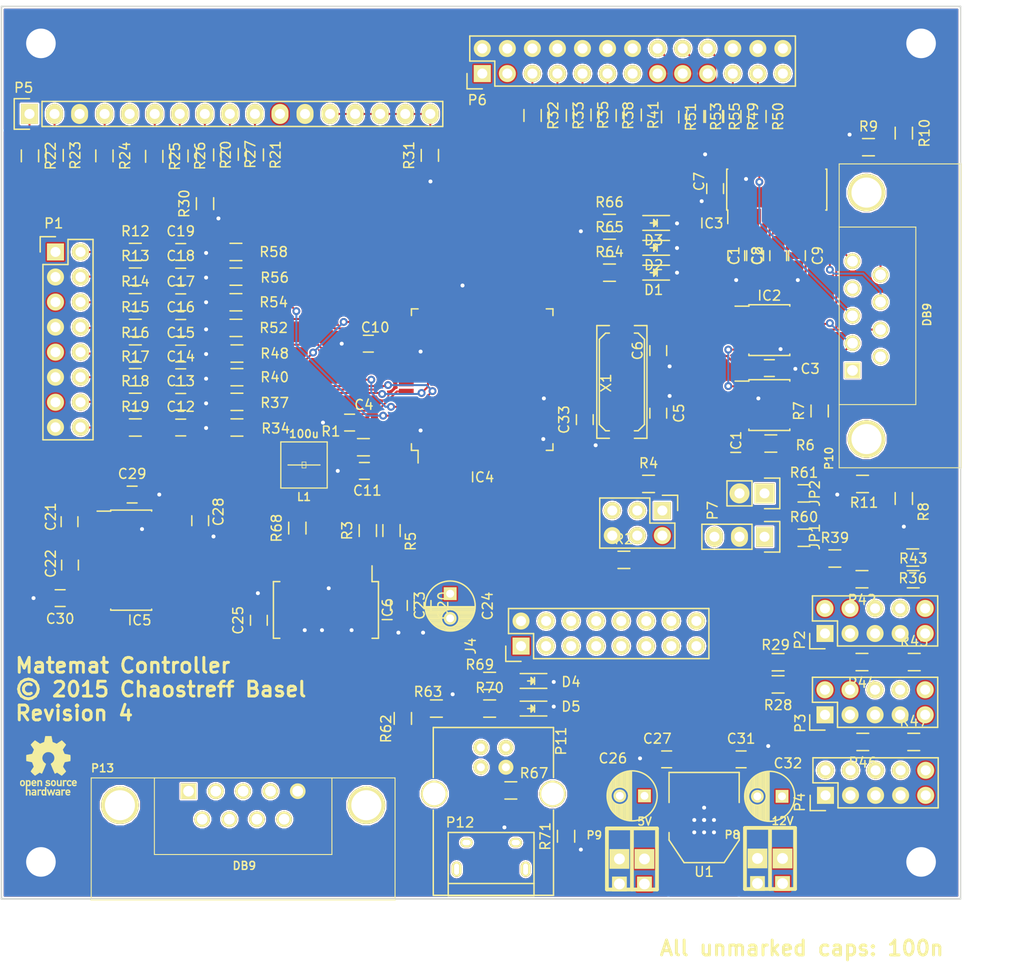
<source format=kicad_pcb>
(kicad_pcb (version 20171130) (host pcbnew 5.0.2+dfsg1-1)
  (title_block (title "Matemat Control Board") (rev 4) (company "Chaostreff Basel") (comment 1 "(c) 2015 Gregor Riepl"))
  (layers (0 F.Cu signal) (31 B.Cu signal) (34 B.Paste user) (35 F.Paste user) (36 B.SilkS user) (37 F.SilkS user) (38 B.Mask user) (39 F.Mask user) (44 Edge.Cuts user))
  (net 0 "")
  (net 1 +12V)
  (net 2 /CAN_SLEEP)
  (net 3 "/JTAG TCK")
  (net 4 "/JTAG TDI")
  (net 5 "/JTAG TDO")
  (net 6 "/JTAG TMS")
  (net 7 "/LED A")
  (net 8 "/LED B")
  (net 9 "/LED C")
  (net 10 "/LED RX")
  (net 11 "/LED TX")
  (net 12 /MISO)
  (net 13 /MOSI)
  (net 14 /PDI)
  (net 15 /PDO)
  (net 16 /SCK)
  (net 17 /SCL)
  (net 18 /SDA)
  (net 19 /UART0_CTS)
  (net 20 /UART0_RTS)
  (net 21 /UART0_RX)
  (net 22 /UART0_TX)
  (net 23 /UART1_CTS)
  (net 24 /UART1_RTS)
  (net 25 /UART1_RX)
  (net 26 /UART1_TX)
  (net 27 /USB_SLEEP)
  (net 28 /strobe)
  (net 29 /zero_cross)
  (net 30 GND)
  (net 31 VAA)
  (net 32 VCC)
  (net 33 "Net-(C1-Pad1)")
  (net 34 "Net-(C1-Pad2)")
  (net 35 "Net-(C2-Pad1)")
  (net 36 "Net-(C2-Pad2)")
  (net 37 "Net-(C4-Pad1)")
  (net 38 "Net-(C5-Pad2)")
  (net 39 "Net-(C6-Pad2)")
  (net 40 "Net-(C8-Pad1)")
  (net 41 "Net-(C9-Pad1)")
  (net 42 "Net-(C21-Pad1)")
  (net 43 "Net-(C21-Pad2)")
  (net 44 "Net-(C22-Pad1)")
  (net 45 "Net-(C22-Pad2)")
  (net 46 "Net-(C25-Pad1)")
  (net 47 "Net-(C29-Pad1)")
  (net 48 "Net-(C30-Pad1)")
  (net 49 "Net-(D1-Pad2)")
  (net 50 "Net-(D2-Pad2)")
  (net 51 "Net-(D3-Pad2)")
  (net 52 "Net-(D4-Pad2)")
  (net 53 "Net-(D5-Pad2)")
  (net 54 "Net-(IC1-Pad5)")
  (net 55 "Net-(IC1-Pad6)")
  (net 56 "Net-(IC1-Pad7)")
  (net 57 "Net-(IC3-Pad7)")
  (net 58 "Net-(IC3-Pad14)")
  (net 59 "Net-(IC4-Pad2)")
  (net 60 "Net-(IC4-Pad3)")
  (net 61 "Net-(IC5-Pad7)")
  (net 62 "Net-(IC5-Pad8)")
  (net 63 "Net-(IC5-Pad13)")
  (net 64 "Net-(IC5-Pad14)")
  (net 65 "Net-(IC6-Pad12)")
  (net 66 "Net-(IC6-Pad15)")
  (net 67 "Net-(IC6-Pad16)")
  (net 68 "Net-(IC6-Pad19)")
  (net 69 "Net-(P1-Pad2)")
  (net 70 "Net-(P1-Pad4)")
  (net 71 "Net-(P1-Pad6)")
  (net 72 "Net-(P1-Pad8)")
  (net 73 "Net-(P1-Pad10)")
  (net 74 "Net-(P1-Pad12)")
  (net 75 "Net-(P1-Pad14)")
  (net 76 "Net-(P1-Pad16)")
  (net 77 "Net-(P2-Pad6)")
  (net 78 "Net-(P2-Pad8)")
  (net 79 "Net-(P3-Pad6)")
  (net 80 "Net-(P3-Pad8)")
  (net 81 "Net-(P4-Pad6)")
  (net 82 "Net-(P4-Pad8)")
  (net 83 "Net-(P10-Pad5)")
  (net 84 "Net-(P10-Pad9)")
  (net 85 "Net-(P10-Pad6)")
  (net 86 "Net-(P11-Pad1)")
  (net 87 "Net-(P11-Pad5)")
  (net 88 "Net-(P12-Pad4)")
  (net 89 /ANALOG_3)
  (net 90 /DIGITAL_3)
  (net 91 /ANALOG_2)
  (net 92 /DIGITAL_2)
  (net 93 /ANALOG_1)
  (net 94 /DIGITAL_1)
  (net 95 /ANALOG_0)
  (net 96 /DIGITAL_0)
  (net 97 /COIN_INH)
  (net 98 /COIN_OUT_F)
  (net 99 /COIN_OUT_E)
  (net 100 /BILL_OUT_FULL)
  (net 101 /BILL_OUT_VALID)
  (net 102 /~FLASH_EN~)
  (net 103 /~RST~)
  (net 104 /BILL_IN_REJ)
  (net 105 /BILL_IN_ACK)
  (net 106 /BILL_IN_INH)
  (net 107 /BILL_OUT_ABN)
  (net 108 /BILL_OUT_BUSY)
  (net 109 /BILL_OUT_VEND3)
  (net 110 /BILL_OUT_VEND2)
  (net 111 /BILL_OUT_VEND1)
  (net 112 /COIN_OUT_D)
  (net 113 /COIN_OUT_C)
  (net 114 /COIN_OUT_B)
  (net 115 /COIN_OUT_A)
  (net 116 "Net-(J4-Pad5)")
  (net 117 "Net-(J4-Pad7)")
  (net 118 /COIN_OUT_MODE)
  (net 119 "Net-(IC4-Pad1)")
  (net 120 "Net-(IC4-Pad6)")
  (net 121 "Net-(IC4-Pad7)")
  (net 122 "Net-(IC4-Pad19)")
  (net 123 "Net-(IC6-Pad2)")
  (net 124 "Net-(IC6-Pad6)")
  (net 125 "Net-(IC6-Pad9)")
  (net 126 "Net-(IC6-Pad10)")
  (net 127 "Net-(IC6-Pad13)")
  (net 128 "Net-(IC6-Pad14)")
  (net 129 "Net-(IC6-Pad27)")
  (net 130 "Net-(IC6-Pad28)")
  (net 131 "Net-(J4-Pad3)")
  (net 132 "Net-(JP1-Pad3)")
  (net 133 "Net-(P5-Pad5)")
  (net 134 "Net-(P6-Pad25)")
  (net 135 "Net-(P10-Pad1)")
  (net 136 "Net-(P10-Pad4)")
  (net 137 "Net-(P13-Pad1)")
  (net 138 "Net-(P13-Pad4)")
  (net 139 "Net-(P13-Pad9)")
  (net 140 "Net-(P13-Pad6)")
  (net 141 /USBID)
  (module matemat:SOT-223 (layer F.Cu) (at 133.5 143.75 180)
    (fp_text reference U1 (at 0 -5.5 180) (layer F.SilkS))
    (fp_text value "DNP LM2940-N 5V")
    (pad 2 smd rect (at 0 -3.302 180) (size 3.6576 2.032) (layers F.Cu F.Paste F.Mask) (net 30 GND))
    (pad 2 smd rect (at 0 3.302 180) (size 1.016 2.032) (layers F.Cu F.Paste F.Mask) (net 30 GND))
    (pad 3 smd rect (at 2.286 3.302 180) (size 1.016 2.032) (layers F.Cu F.Paste F.Mask) (net 32 VCC))
    (pad 1 smd rect (at -2.286 3.302 180) (size 1.016 2.032) (layers F.Cu F.Paste F.Mask) (net 1 +12V))
  )
  (module Resistors_SMD:R_0805_HandSoldering (layer F.Cu) (at 153.75 111.4 90)
    (fp_text reference R8 (at -1.35 2 90) (layer F.SilkS))
    (fp_text value DNP)
    (pad 1 smd rect (at -1.35 0 90) (size 1.5 1.3) (layers F.Cu F.Paste F.Mask) (net 30 GND) (clearance 0.1))
    (pad 2 smd rect (at 1.35 0 90) (size 1.5 1.3) (layers F.Cu F.Paste F.Mask) (net 58 "Net-(IC3-Pad14)") (clearance 0.1))
  )
  (module Capacitors_SMD:C_0805_HandSoldering (layer F.Cu) (at 129.7 137.85 180)
    (fp_text reference C27 (at 0.95 2.1 180) (layer F.SilkS))
    (fp_text value 100n)
    (pad 1 smd rect (at -1.25 0 180) (size 1.5 1.25) (layers F.Cu F.Paste F.Mask) (net 32 VCC) (clearance 0.1))
    (pad 2 smd rect (at 1.25 0 180) (size 1.5 1.25) (layers F.Cu F.Paste F.Mask) (net 30 GND) (clearance 0.1))
  )
  (module Pin_Headers:Pin_Header_Straight_2x05 (layer F.Cu) (at 145.755 133.335 90)
    (fp_text reference P3 (at -0.85 -2.5 90) (layer F.SilkS))
    (fp_text value I2C1)
    (pad 1 thru_hole rect (at 0 0 90) (size 1.7272 1.7272) (drill 1.016) (layers *.Cu *.Mask F.SilkS) (net 30 GND))
    (pad 2 thru_hole oval (at 2.54 0 90) (size 1.7272 1.7272) (drill 1.016) (layers *.Cu *.Mask F.SilkS) (net 32 VCC))
    (pad 3 thru_hole oval (at 0 2.54 90) (size 1.7272 1.7272) (drill 1.016) (layers *.Cu *.Mask F.SilkS) (net 30 GND))
    (pad 4 thru_hole oval (at 2.54 2.54 90) (size 1.7272 1.7272) (drill 1.016) (layers *.Cu *.Mask F.SilkS) (net 32 VCC))
    (pad 5 thru_hole oval (at 0 5.08 90) (size 1.7272 1.7272) (drill 1.016) (layers *.Cu *.Mask F.SilkS) (net 30 GND))
    (pad 6 thru_hole oval (at 2.54 5.08 90) (size 1.7272 1.7272) (drill 1.016) (layers *.Cu *.Mask F.SilkS) (net 79 "Net-(P3-Pad6)"))
    (pad 7 thru_hole oval (at 0 7.62 90) (size 1.7272 1.7272) (drill 1.016) (layers *.Cu *.Mask F.SilkS) (net 30 GND))
    (pad 8 thru_hole oval (at 2.54 7.62 90) (size 1.7272 1.7272) (drill 1.016) (layers *.Cu *.Mask F.SilkS) (net 80 "Net-(P3-Pad8)"))
    (pad 9 thru_hole oval (at 0 10.16 90) (size 1.7272 1.7272) (drill 1.016) (layers *.Cu *.Mask F.SilkS) (net 1 +12V))
    (pad 10 thru_hole oval (at 2.54 10.16 90) (size 1.7272 1.7272) (drill 1.016) (layers *.Cu *.Mask F.SilkS) (net 1 +12V))
  )
  (module Resistors_SMD:R_0805_HandSoldering (layer F.Cu) (at 154.805 127.985)
    (fp_text reference R45 (at 0 -2.1) (layer F.SilkS))
    (fp_text value 100)
    (pad 1 smd rect (at -1.35 0) (size 1.5 1.3) (layers F.Cu F.Paste F.Mask) (net 80 "Net-(P3-Pad8)") (clearance 0.1))
    (pad 2 smd rect (at 1.35 0) (size 1.5 1.3) (layers F.Cu F.Paste F.Mask) (net 18 /SDA) (clearance 0.1))
  )
  (module Resistors_SMD:R_0805_HandSoldering (layer F.Cu) (at 149.505 127.985 180)
    (fp_text reference R44 (at 0 -2.1 180) (layer F.SilkS))
    (fp_text value 100)
    (pad 1 smd rect (at -1.35 0 180) (size 1.5 1.3) (layers F.Cu F.Paste F.Mask) (net 79 "Net-(P3-Pad6)") (clearance 0.1))
    (pad 2 smd rect (at 1.35 0 180) (size 1.5 1.3) (layers F.Cu F.Paste F.Mask) (net 17 /SCL) (clearance 0.1))
  )
  (module Capacitors_SMD:C_0805_HandSoldering (layer F.Cu) (at 138.665 86.775 90)
    (fp_text reference C1 (at 0 -2.1 90) (layer F.SilkS))
    (fp_text value 100n)
    (pad 1 smd rect (at -1.25 0 90) (size 1.5 1.25) (layers F.Cu F.Paste F.Mask) (net 33 "Net-(C1-Pad1)") (clearance 0.1))
    (pad 2 smd rect (at 1.25 0 90) (size 1.5 1.25) (layers F.Cu F.Paste F.Mask) (net 34 "Net-(C1-Pad2)") (clearance 0.1))
  )
  (module Capacitors_SMD:C_0805_HandSoldering (layer F.Cu) (at 141.015 86.775 90)
    (fp_text reference C2 (at 0 -2.1 90) (layer F.SilkS))
    (fp_text value 100n)
    (pad 1 smd rect (at -1.25 0 90) (size 1.5 1.25) (layers F.Cu F.Paste F.Mask) (net 35 "Net-(C2-Pad1)") (clearance 0.1))
    (pad 2 smd rect (at 1.25 0 90) (size 1.5 1.25) (layers F.Cu F.Paste F.Mask) (net 36 "Net-(C2-Pad2)") (clearance 0.1))
  )
  (module Capacitors_SMD:C_0805_HandSoldering (layer F.Cu) (at 140.115 98.175)
    (fp_text reference C3 (at 4.135 0.075) (layer F.SilkS))
    (fp_text value 100n)
    (pad 1 smd rect (at -1.25 0) (size 1.5 1.25) (layers F.Cu F.Paste F.Mask) (net 32 VCC) (clearance 0.1))
    (pad 2 smd rect (at 1.25 0) (size 1.5 1.25) (layers F.Cu F.Paste F.Mask) (net 30 GND) (clearance 0.1))
  )
  (module Capacitors_SMD:C_0805_HandSoldering (layer F.Cu) (at 97.55 103.7 180)
    (fp_text reference C4 (at -1.45 1.8 180) (layer F.SilkS))
    (fp_text value 100n)
    (pad 1 smd rect (at -1.25 0 180) (size 1.5 1.25) (layers F.Cu F.Paste F.Mask) (net 37 "Net-(C4-Pad1)") (clearance 0.1))
    (pad 2 smd rect (at 1.25 0 180) (size 1.5 1.25) (layers F.Cu F.Paste F.Mask) (net 30 GND) (clearance 0.1))
  )
  (module Capacitors_SMD:C_0805_HandSoldering (layer F.Cu) (at 128.85 102.75 270)
    (fp_text reference C5 (at 0 -2.1 270) (layer F.SilkS))
    (fp_text value 22p)
    (pad 1 smd rect (at -1.25 0 270) (size 1.5 1.25) (layers F.Cu F.Paste F.Mask) (net 30 GND) (clearance 0.1))
    (pad 2 smd rect (at 1.25 0 270) (size 1.5 1.25) (layers F.Cu F.Paste F.Mask) (net 38 "Net-(C5-Pad2)") (clearance 0.1))
  )
  (module Capacitors_SMD:C_0805_HandSoldering (layer F.Cu) (at 128.85 96.4 90)
    (fp_text reference C6 (at 0 -2.1 90) (layer F.SilkS))
    (fp_text value 22p)
    (pad 1 smd rect (at -1.25 0 90) (size 1.5 1.25) (layers F.Cu F.Paste F.Mask) (net 30 GND) (clearance 0.1))
    (pad 2 smd rect (at 1.25 0 90) (size 1.5 1.25) (layers F.Cu F.Paste F.Mask) (net 39 "Net-(C6-Pad2)") (clearance 0.1))
  )
  (module Capacitors_SMD:C_0805_HandSoldering (layer F.Cu) (at 134.615 79.975 270)
    (fp_text reference C7 (at -0.725 1.615 270) (layer F.SilkS))
    (fp_text value 100n)
    (pad 1 smd rect (at -1.25 0 270) (size 1.5 1.25) (layers F.Cu F.Paste F.Mask) (net 32 VCC) (clearance 0.1))
    (pad 2 smd rect (at 1.25 0 270) (size 1.5 1.25) (layers F.Cu F.Paste F.Mask) (net 30 GND) (clearance 0.1))
  )
  (module Capacitors_SMD:C_0805_HandSoldering (layer F.Cu) (at 136.765 86.775 270)
    (fp_text reference C8 (at 0 -2.1 270) (layer F.SilkS))
    (fp_text value 100n)
    (pad 1 smd rect (at -1.25 0 270) (size 1.5 1.25) (layers F.Cu F.Paste F.Mask) (net 40 "Net-(C8-Pad1)") (clearance 0.1))
    (pad 2 smd rect (at 1.25 0 270) (size 1.5 1.25) (layers F.Cu F.Paste F.Mask) (net 30 GND) (clearance 0.1))
  )
  (module Capacitors_SMD:C_0805_HandSoldering (layer F.Cu) (at 142.915 86.775 270)
    (fp_text reference C9 (at 0 -2.1 270) (layer F.SilkS))
    (fp_text value 100n)
    (pad 1 smd rect (at -1.25 0 270) (size 1.5 1.25) (layers F.Cu F.Paste F.Mask) (net 41 "Net-(C9-Pad1)") (clearance 0.1))
    (pad 2 smd rect (at 1.25 0 270) (size 1.5 1.25) (layers F.Cu F.Paste F.Mask) (net 30 GND) (clearance 0.1))
  )
  (module Capacitors_SMD:C_0805_HandSoldering (layer F.Cu) (at 99.45 95.7)
    (fp_text reference C10 (at 0.7 -1.65) (layer F.SilkS))
    (fp_text value 100n)
    (pad 1 smd rect (at -1.25 0) (size 1.5 1.25) (layers F.Cu F.Paste F.Mask) (net 30 GND) (clearance 0.1))
    (pad 2 smd rect (at 1.25 0) (size 1.5 1.25) (layers F.Cu F.Paste F.Mask) (net 32 VCC) (clearance 0.1))
  )
  (module Capacitors_SMD:C_0805_HandSoldering (layer F.Cu) (at 99.05 108.6 180)
    (fp_text reference C11 (at -0.3 -2 180) (layer F.SilkS))
    (fp_text value 100n)
    (pad 1 smd rect (at -1.25 0 180) (size 1.5 1.25) (layers F.Cu F.Paste F.Mask) (net 31 VAA) (clearance 0.1))
    (pad 2 smd rect (at 1.25 0 180) (size 1.5 1.25) (layers F.Cu F.Paste F.Mask) (net 30 GND) (clearance 0.1))
  )
  (module Capacitors_SMD:C_0805_HandSoldering (layer F.Cu) (at 80.425 104.2)
    (fp_text reference C12 (at 0 -2.1) (layer F.SilkS))
    (fp_text value 100n)
    (pad 1 smd rect (at -1.25 0) (size 1.5 1.25) (layers F.Cu F.Paste F.Mask) (net 89 /ANALOG_3) (clearance 0.1))
    (pad 2 smd rect (at 1.25 0) (size 1.5 1.25) (layers F.Cu F.Paste F.Mask) (net 30 GND) (clearance 0.1))
  )
  (module Capacitors_SMD:C_0805_HandSoldering (layer F.Cu) (at 80.425 101.6)
    (fp_text reference C13 (at 0 -2.1) (layer F.SilkS))
    (fp_text value 100n)
    (pad 1 smd rect (at -1.25 0) (size 1.5 1.25) (layers F.Cu F.Paste F.Mask) (net 90 /DIGITAL_3) (clearance 0.1))
    (pad 2 smd rect (at 1.25 0) (size 1.5 1.25) (layers F.Cu F.Paste F.Mask) (net 30 GND) (clearance 0.1))
  )
  (module Capacitors_SMD:C_0805_HandSoldering (layer F.Cu) (at 80.425 99.1)
    (fp_text reference C14 (at 0 -2.1) (layer F.SilkS))
    (fp_text value 100n)
    (pad 1 smd rect (at -1.25 0) (size 1.5 1.25) (layers F.Cu F.Paste F.Mask) (net 91 /ANALOG_2) (clearance 0.1))
    (pad 2 smd rect (at 1.25 0) (size 1.5 1.25) (layers F.Cu F.Paste F.Mask) (net 30 GND) (clearance 0.1))
  )
  (module Capacitors_SMD:C_0805_HandSoldering (layer F.Cu) (at 80.425 96.7)
    (fp_text reference C15 (at 0 -2.1) (layer F.SilkS))
    (fp_text value 100n)
    (pad 1 smd rect (at -1.25 0) (size 1.5 1.25) (layers F.Cu F.Paste F.Mask) (net 92 /DIGITAL_2) (clearance 0.1))
    (pad 2 smd rect (at 1.25 0) (size 1.5 1.25) (layers F.Cu F.Paste F.Mask) (net 30 GND) (clearance 0.1))
  )
  (module Capacitors_SMD:C_0805_HandSoldering (layer F.Cu) (at 80.425 94.1)
    (fp_text reference C16 (at 0 -2.1) (layer F.SilkS))
    (fp_text value 100n)
    (pad 1 smd rect (at -1.25 0) (size 1.5 1.25) (layers F.Cu F.Paste F.Mask) (net 93 /ANALOG_1) (clearance 0.1))
    (pad 2 smd rect (at 1.25 0) (size 1.5 1.25) (layers F.Cu F.Paste F.Mask) (net 30 GND) (clearance 0.1))
  )
  (module Capacitors_SMD:C_0805_HandSoldering (layer F.Cu) (at 80.425 91.5)
    (fp_text reference C17 (at 0 -2.1) (layer F.SilkS))
    (fp_text value 100n)
    (pad 1 smd rect (at -1.25 0) (size 1.5 1.25) (layers F.Cu F.Paste F.Mask) (net 94 /DIGITAL_1) (clearance 0.1))
    (pad 2 smd rect (at 1.25 0) (size 1.5 1.25) (layers F.Cu F.Paste F.Mask) (net 30 GND) (clearance 0.1))
  )
  (module Capacitors_SMD:C_0805_HandSoldering (layer F.Cu) (at 80.425 88.9)
    (fp_text reference C18 (at 0 -2.1) (layer F.SilkS))
    (fp_text value 100n)
    (pad 1 smd rect (at -1.25 0) (size 1.5 1.25) (layers F.Cu F.Paste F.Mask) (net 95 /ANALOG_0) (clearance 0.1))
    (pad 2 smd rect (at 1.25 0) (size 1.5 1.25) (layers F.Cu F.Paste F.Mask) (net 30 GND) (clearance 0.1))
  )
  (module Capacitors_SMD:C_0805_HandSoldering (layer F.Cu) (at 80.425 86.4)
    (fp_text reference C19 (at 0 -2.1) (layer F.SilkS))
    (fp_text value 100n)
    (pad 1 smd rect (at -1.25 0) (size 1.5 1.25) (layers F.Cu F.Paste F.Mask) (net 96 /DIGITAL_0) (clearance 0.1))
    (pad 2 smd rect (at 1.25 0) (size 1.5 1.25) (layers F.Cu F.Paste F.Mask) (net 30 GND) (clearance 0.1))
  )
  (module Capacitors_SMD:C_0805_HandSoldering (layer F.Cu) (at 104.95 122.25 270)
    (fp_text reference C20 (at 0 -2.1 270) (layer F.SilkS))
    (fp_text value 100n)
    (pad 1 smd rect (at -1.25 0 270) (size 1.5 1.25) (layers F.Cu F.Paste F.Mask) (net 32 VCC) (clearance 0.1))
    (pad 2 smd rect (at 1.25 0 270) (size 1.5 1.25) (layers F.Cu F.Paste F.Mask) (net 30 GND) (clearance 0.1))
  )
  (module Capacitors_SMD:C_0805_HandSoldering (layer F.Cu) (at 69.15 113.75 270)
    (fp_text reference C21 (at -0.5 1.9 270) (layer F.SilkS))
    (fp_text value 100n)
    (pad 1 smd rect (at -1.25 0 270) (size 1.5 1.25) (layers F.Cu F.Paste F.Mask) (net 42 "Net-(C21-Pad1)") (clearance 0.1))
    (pad 2 smd rect (at 1.25 0 270) (size 1.5 1.25) (layers F.Cu F.Paste F.Mask) (net 43 "Net-(C21-Pad2)") (clearance 0.1))
  )
  (module Capacitors_SMD:C_0805_HandSoldering (layer F.Cu) (at 69.2 118.15 270)
    (fp_text reference C22 (at -0.15 1.95 270) (layer F.SilkS))
    (fp_text value 100n)
    (pad 1 smd rect (at -1.25 0 270) (size 1.5 1.25) (layers F.Cu F.Paste F.Mask) (net 44 "Net-(C22-Pad1)") (clearance 0.1))
    (pad 2 smd rect (at 1.25 0 270) (size 1.5 1.25) (layers F.Cu F.Paste F.Mask) (net 45 "Net-(C22-Pad2)") (clearance 0.1))
  )
  (module Capacitors_SMD:C_0805_HandSoldering (layer F.Cu) (at 102.55 122.25 270)
    (fp_text reference C23 (at 0 -2.1 270) (layer F.SilkS))
    (fp_text value 100n)
    (pad 1 smd rect (at -1.25 0 270) (size 1.5 1.25) (layers F.Cu F.Paste F.Mask) (net 32 VCC) (clearance 0.1))
    (pad 2 smd rect (at 1.25 0 270) (size 1.5 1.25) (layers F.Cu F.Paste F.Mask) (net 30 GND) (clearance 0.1))
  )
  (module Capacitors_ThroughHole:C_Radial_D5_L11_P2.5 (layer F.Cu) (at 107.75 121.05 270)
    (fp_text reference C24 (at 1.25 -3.8 270) (layer F.SilkS))
    (fp_text value 4.7u)
    (pad 1 thru_hole rect (at 0 0 270) (size 1.3 1.3) (drill 0.8) (layers *.Cu *.Mask F.SilkS) (net 32 VCC))
    (pad 2 thru_hole circle (at 2.5 0 270) (size 1.3 1.3) (drill 0.8) (layers *.Cu *.Mask F.SilkS) (net 30 GND))
  )
  (module Capacitors_SMD:C_0805_HandSoldering (layer F.Cu) (at 88.35 123.75 90)
    (fp_text reference C25 (at 0 -2.1 90) (layer F.SilkS))
    (fp_text value 100n)
    (pad 1 smd rect (at -1.25 0 90) (size 1.5 1.25) (layers F.Cu F.Paste F.Mask) (net 46 "Net-(C25-Pad1)") (clearance 0.1))
    (pad 2 smd rect (at 1.25 0 90) (size 1.5 1.25) (layers F.Cu F.Paste F.Mask) (net 30 GND) (clearance 0.1))
  )
  (module Capacitors_SMD:C_0805_HandSoldering (layer F.Cu) (at 82.4 113.65 270)
    (fp_text reference C28 (at -0.9 -1.85 270) (layer F.SilkS))
    (fp_text value 100n)
    (pad 1 smd rect (at -1.25 0 270) (size 1.5 1.25) (layers F.Cu F.Paste F.Mask) (net 32 VCC) (clearance 0.1))
    (pad 2 smd rect (at 1.25 0 270) (size 1.5 1.25) (layers F.Cu F.Paste F.Mask) (net 30 GND) (clearance 0.1))
  )
  (module Capacitors_SMD:C_0805_HandSoldering (layer F.Cu) (at 75.5 111)
    (fp_text reference C29 (at 0 -2.1) (layer F.SilkS))
    (fp_text value 100n)
    (pad 1 smd rect (at -1.25 0) (size 1.5 1.25) (layers F.Cu F.Paste F.Mask) (net 47 "Net-(C29-Pad1)") (clearance 0.1))
    (pad 2 smd rect (at 1.25 0) (size 1.5 1.25) (layers F.Cu F.Paste F.Mask) (net 30 GND) (clearance 0.1))
  )
  (module Capacitors_SMD:C_0805_HandSoldering (layer F.Cu) (at 68.2 121.5 180)
    (fp_text reference C30 (at 0 -2.1 180) (layer F.SilkS))
    (fp_text value 100n)
    (pad 1 smd rect (at -1.25 0 180) (size 1.5 1.25) (layers F.Cu F.Paste F.Mask) (net 48 "Net-(C30-Pad1)") (clearance 0.1))
    (pad 2 smd rect (at 1.25 0 180) (size 1.5 1.25) (layers F.Cu F.Paste F.Mask) (net 30 GND) (clearance 0.1))
  )
  (module Capacitors_SMD:C_0805_HandSoldering (layer F.Cu) (at 137.25 137.85)
    (fp_text reference C31 (at 0 -2.1) (layer F.SilkS))
    (fp_text value 100n)
    (pad 1 smd rect (at -1.25 0) (size 1.5 1.25) (layers F.Cu F.Paste F.Mask) (net 1 +12V) (clearance 0.1))
    (pad 2 smd rect (at 1.25 0) (size 1.5 1.25) (layers F.Cu F.Paste F.Mask) (net 30 GND) (clearance 0.1))
  )
  (module Capacitors_ThroughHole:C_Radial_D5_L11_P2.5 (layer F.Cu) (at 141.4 141.6 180)
    (fp_text reference C32 (at -0.6 3.35 180) (layer F.SilkS))
    (fp_text value 10u)
    (pad 1 thru_hole rect (at 0 0 180) (size 1.3 1.3) (drill 0.8) (layers *.Cu *.Mask F.SilkS) (net 1 +12V))
    (pad 2 thru_hole circle (at 2.5 0 180) (size 1.3 1.3) (drill 0.8) (layers *.Cu *.Mask F.SilkS) (net 30 GND))
  )
  (module LEDs:LED-0805 (layer F.Cu) (at 128.385 88.5 180)
    (fp_text reference D1 (at 0 -1.75 180) (layer F.SilkS))
    (fp_text value LED805)
    (pad 2 smd rect (at 1.04902 0) (size 1.19888 1.19888) (layers F.Cu F.Paste F.Mask) (net 49 "Net-(D1-Pad2)"))
    (pad 1 smd rect (at -1.04902 0) (size 1.19888 1.19888) (layers F.Cu F.Paste F.Mask) (net 30 GND))
  )
  (module LEDs:LED-0805 (layer F.Cu) (at 128.385 85.98 180)
    (fp_text reference D2 (at 0 -1.75 180) (layer F.SilkS))
    (fp_text value LED805)
    (pad 2 smd rect (at 1.04902 0) (size 1.19888 1.19888) (layers F.Cu F.Paste F.Mask) (net 50 "Net-(D2-Pad2)"))
    (pad 1 smd rect (at -1.04902 0) (size 1.19888 1.19888) (layers F.Cu F.Paste F.Mask) (net 30 GND))
  )
  (module LEDs:LED-0805 (layer F.Cu) (at 128.385 83.46 180)
    (fp_text reference D3 (at 0 -1.75 180) (layer F.SilkS))
    (fp_text value LED805)
    (pad 2 smd rect (at 1.04902 0) (size 1.19888 1.19888) (layers F.Cu F.Paste F.Mask) (net 51 "Net-(D3-Pad2)"))
    (pad 1 smd rect (at -1.04902 0) (size 1.19888 1.19888) (layers F.Cu F.Paste F.Mask) (net 30 GND))
  )
  (module LEDs:LED-0805 (layer F.Cu) (at 115.95 129.9 180)
    (fp_text reference D4 (at -4.05 -0.1 180) (layer F.SilkS))
    (fp_text value LED805)
    (pad 2 smd rect (at 1.04902 0) (size 1.19888 1.19888) (layers F.Cu F.Paste F.Mask) (net 52 "Net-(D4-Pad2)"))
    (pad 1 smd rect (at -1.04902 0) (size 1.19888 1.19888) (layers F.Cu F.Paste F.Mask) (net 30 GND))
  )
  (module LEDs:LED-0805 (layer F.Cu) (at 115.95 132.7 180)
    (fp_text reference D5 (at -4.05 0.2 180) (layer F.SilkS))
    (fp_text value LED805)
    (pad 2 smd rect (at 1.04902 0) (size 1.19888 1.19888) (layers F.Cu F.Paste F.Mask) (net 53 "Net-(D5-Pad2)"))
    (pad 1 smd rect (at -1.04902 0) (size 1.19888 1.19888) (layers F.Cu F.Paste F.Mask) (net 30 GND))
  )
  (module Housings_SOIC:SOIC-8_3.9x4.9mm_Pitch1.27mm (layer F.Cu) (at 140.115 101.925)
    (fp_text reference IC1 (at -3.365 3.825 90) (layer F.SilkS))
    (fp_text value TJA1040)
    (pad 1 smd rect (at -2.7 -1.905) (size 1.55 0.6) (layers F.Cu F.Paste F.Mask) (net 26 /UART1_TX))
    (pad 2 smd rect (at -2.7 -0.635) (size 1.55 0.6) (layers F.Cu F.Paste F.Mask) (net 30 GND))
    (pad 3 smd rect (at -2.7 0.635) (size 1.55 0.6) (layers F.Cu F.Paste F.Mask) (net 32 VCC))
    (pad 4 smd rect (at -2.7 1.905) (size 1.55 0.6) (layers F.Cu F.Paste F.Mask) (net 25 /UART1_RX))
    (pad 5 smd rect (at 2.7 1.905) (size 1.55 0.6) (layers F.Cu F.Paste F.Mask) (net 54 "Net-(IC1-Pad5)"))
    (pad 6 smd rect (at 2.7 0.635) (size 1.55 0.6) (layers F.Cu F.Paste F.Mask) (net 55 "Net-(IC1-Pad6)"))
    (pad 7 smd rect (at 2.7 -0.635) (size 1.55 0.6) (layers F.Cu F.Paste F.Mask) (net 56 "Net-(IC1-Pad7)"))
    (pad 8 smd rect (at 2.7 -1.905) (size 1.55 0.6) (layers F.Cu F.Paste F.Mask) (net 2 /CAN_SLEEP))
  )
  (module Housings_SOIC:SOIC-8_3.9x4.9mm_Pitch1.27mm (layer F.Cu) (at 140.115 94.325)
    (fp_text reference IC2 (at 0 -3.5) (layer F.SilkS))
    (fp_text value "DNP MAX481CSA")
    (pad 1 smd rect (at -2.7 -1.905) (size 1.55 0.6) (layers F.Cu F.Paste F.Mask) (net 25 /UART1_RX))
    (pad 2 smd rect (at -2.7 -0.635) (size 1.55 0.6) (layers F.Cu F.Paste F.Mask) (net 2 /CAN_SLEEP))
    (pad 3 smd rect (at -2.7 0.635) (size 1.55 0.6) (layers F.Cu F.Paste F.Mask) (net 2 /CAN_SLEEP))
    (pad 4 smd rect (at -2.7 1.905) (size 1.55 0.6) (layers F.Cu F.Paste F.Mask) (net 26 /UART1_TX))
    (pad 5 smd rect (at 2.7 1.905) (size 1.55 0.6) (layers F.Cu F.Paste F.Mask) (net 30 GND))
    (pad 6 smd rect (at 2.7 0.635) (size 1.55 0.6) (layers F.Cu F.Paste F.Mask) (net 56 "Net-(IC1-Pad7)"))
    (pad 7 smd rect (at 2.7 -0.635) (size 1.55 0.6) (layers F.Cu F.Paste F.Mask) (net 55 "Net-(IC1-Pad6)"))
    (pad 8 smd rect (at 2.7 -1.905) (size 1.55 0.6) (layers F.Cu F.Paste F.Mask) (net 32 VCC))
  )
  (module Housings_QFP:TQFP-64_14x14mm_Pitch0.8mm (layer F.Cu) (at 110.995 99.345 90)
    (fp_text reference IC4 (at -9.905 0.005 180) (layer F.SilkS))
    (fp_text value ATMEGA128-A)
    (pad 1 smd rect (at -7.7 -6 90) (size 1.5 0.55) (layers F.Cu F.Paste F.Mask) (net 119 "Net-(IC4-Pad1)"))
    (pad 2 smd rect (at -7.7 -5.2 90) (size 1.5 0.55) (layers F.Cu F.Paste F.Mask) (net 59 "Net-(IC4-Pad2)"))
    (pad 3 smd rect (at -7.7 -4.4 90) (size 1.5 0.55) (layers F.Cu F.Paste F.Mask) (net 60 "Net-(IC4-Pad3)"))
    (pad 4 smd rect (at -7.7 -3.6 90) (size 1.5 0.55) (layers F.Cu F.Paste F.Mask) (net 20 /UART0_RTS))
    (pad 5 smd rect (at -7.7 -2.8 90) (size 1.5 0.55) (layers F.Cu F.Paste F.Mask) (net 19 /UART0_CTS))
    (pad 6 smd rect (at -7.7 -2 90) (size 1.5 0.55) (layers F.Cu F.Paste F.Mask) (net 120 "Net-(IC4-Pad6)"))
    (pad 7 smd rect (at -7.7 -1.2 90) (size 1.5 0.55) (layers F.Cu F.Paste F.Mask) (net 121 "Net-(IC4-Pad7)"))
    (pad 8 smd rect (at -7.7 -0.4 90) (size 1.5 0.55) (layers F.Cu F.Paste F.Mask) (net 28 /strobe))
    (pad 9 smd rect (at -7.7 0.4 90) (size 1.5 0.55) (layers F.Cu F.Paste F.Mask) (net 29 /zero_cross))
    (pad 10 smd rect (at -7.7 1.2 90) (size 1.5 0.55) (layers F.Cu F.Paste F.Mask) (net 97 /COIN_INH))
    (pad 11 smd rect (at -7.7 2 90) (size 1.5 0.55) (layers F.Cu F.Paste F.Mask) (net 16 /SCK))
    (pad 12 smd rect (at -7.7 2.8 90) (size 1.5 0.55) (layers F.Cu F.Paste F.Mask) (net 13 /MOSI))
    (pad 13 smd rect (at -7.7 3.6 90) (size 1.5 0.55) (layers F.Cu F.Paste F.Mask) (net 12 /MISO))
    (pad 14 smd rect (at -7.7 4.4 90) (size 1.5 0.55) (layers F.Cu F.Paste F.Mask) (net 98 /COIN_OUT_F))
    (pad 15 smd rect (at -7.7 5.2 90) (size 1.5 0.55) (layers F.Cu F.Paste F.Mask) (net 99 /COIN_OUT_E))
    (pad 16 smd rect (at -7.7 6 90) (size 1.5 0.55) (layers F.Cu F.Paste F.Mask) (net 100 /BILL_OUT_FULL))
    (pad 17 smd rect (at -6 7.7 180) (size 1.5 0.55) (layers F.Cu F.Paste F.Mask) (net 101 /BILL_OUT_VALID))
    (pad 18 smd rect (at -5.2 7.7 180) (size 1.5 0.55) (layers F.Cu F.Paste F.Mask) (net 102 /~FLASH_EN~))
    (pad 19 smd rect (at -4.4 7.7 180) (size 1.5 0.55) (layers F.Cu F.Paste F.Mask) (net 122 "Net-(IC4-Pad19)"))
    (pad 20 smd rect (at -3.6 7.7 180) (size 1.5 0.55) (layers F.Cu F.Paste F.Mask) (net 103 /~RST~))
    (pad 21 smd rect (at -2.8 7.7 180) (size 1.5 0.55) (layers F.Cu F.Paste F.Mask) (net 32 VCC))
    (pad 22 smd rect (at -2 7.7 180) (size 1.5 0.55) (layers F.Cu F.Paste F.Mask) (net 30 GND))
    (pad 23 smd rect (at -1.2 7.7 180) (size 1.5 0.55) (layers F.Cu F.Paste F.Mask) (net 38 "Net-(C5-Pad2)"))
    (pad 24 smd rect (at -0.4 7.7 180) (size 1.5 0.55) (layers F.Cu F.Paste F.Mask) (net 39 "Net-(C6-Pad2)"))
    (pad 25 smd rect (at 0.4 7.7 180) (size 1.5 0.55) (layers F.Cu F.Paste F.Mask) (net 17 /SCL))
    (pad 26 smd rect (at 1.2 7.7 180) (size 1.5 0.55) (layers F.Cu F.Paste F.Mask) (net 18 /SDA))
    (pad 27 smd rect (at 2 7.7 180) (size 1.5 0.55) (layers F.Cu F.Paste F.Mask) (net 25 /UART1_RX))
    (pad 28 smd rect (at 2.8 7.7 180) (size 1.5 0.55) (layers F.Cu F.Paste F.Mask) (net 26 /UART1_TX))
    (pad 29 smd rect (at 3.6 7.7 180) (size 1.5 0.55) (layers F.Cu F.Paste F.Mask) (net 2 /CAN_SLEEP))
    (pad 30 smd rect (at 4.4 7.7 180) (size 1.5 0.55) (layers F.Cu F.Paste F.Mask) (net 24 /UART1_RTS))
    (pad 31 smd rect (at 5.2 7.7 180) (size 1.5 0.55) (layers F.Cu F.Paste F.Mask) (net 23 /UART1_CTS))
    (pad 32 smd rect (at 6 7.7 180) (size 1.5 0.55) (layers F.Cu F.Paste F.Mask) (net 27 /USB_SLEEP))
    (pad 33 smd rect (at 7.7 6 90) (size 1.5 0.55) (layers F.Cu F.Paste F.Mask) (net 7 "/LED A"))
    (pad 34 smd rect (at 7.7 5.2 90) (size 1.5 0.55) (layers F.Cu F.Paste F.Mask) (net 8 "/LED B"))
    (pad 35 smd rect (at 7.7 4.4 90) (size 1.5 0.55) (layers F.Cu F.Paste F.Mask) (net 104 /BILL_IN_REJ))
    (pad 36 smd rect (at 7.7 3.6 90) (size 1.5 0.55) (layers F.Cu F.Paste F.Mask) (net 105 /BILL_IN_ACK))
    (pad 37 smd rect (at 7.7 2.8 90) (size 1.5 0.55) (layers F.Cu F.Paste F.Mask) (net 106 /BILL_IN_INH))
    (pad 38 smd rect (at 7.7 2 90) (size 1.5 0.55) (layers F.Cu F.Paste F.Mask) (net 107 /BILL_OUT_ABN))
    (pad 39 smd rect (at 7.7 1.2 90) (size 1.5 0.55) (layers F.Cu F.Paste F.Mask) (net 108 /BILL_OUT_BUSY))
    (pad 40 smd rect (at 7.7 0.4 90) (size 1.5 0.55) (layers F.Cu F.Paste F.Mask) (net 109 /BILL_OUT_VEND3))
    (pad 41 smd rect (at 7.7 -0.4 90) (size 1.5 0.55) (layers F.Cu F.Paste F.Mask) (net 110 /BILL_OUT_VEND2))
    (pad 42 smd rect (at 7.7 -1.2 90) (size 1.5 0.55) (layers F.Cu F.Paste F.Mask) (net 111 /BILL_OUT_VEND1))
    (pad 43 smd rect (at 7.7 -2 90) (size 1.5 0.55) (layers F.Cu F.Paste F.Mask) (net 9 "/LED C"))
    (pad 44 smd rect (at 7.7 -2.8 90) (size 1.5 0.55) (layers F.Cu F.Paste F.Mask) (net 112 /COIN_OUT_D))
    (pad 45 smd rect (at 7.7 -3.6 90) (size 1.5 0.55) (layers F.Cu F.Paste F.Mask) (net 113 /COIN_OUT_C))
    (pad 46 smd rect (at 7.7 -4.4 90) (size 1.5 0.55) (layers F.Cu F.Paste F.Mask) (net 114 /COIN_OUT_B))
    (pad 47 smd rect (at 7.7 -5.2 90) (size 1.5 0.55) (layers F.Cu F.Paste F.Mask) (net 115 /COIN_OUT_A))
    (pad 48 smd rect (at 7.7 -6 90) (size 1.5 0.55) (layers F.Cu F.Paste F.Mask) (net 90 /DIGITAL_3))
    (pad 49 smd rect (at 6 -7.7 180) (size 1.5 0.55) (layers F.Cu F.Paste F.Mask) (net 92 /DIGITAL_2))
    (pad 50 smd rect (at 5.2 -7.7 180) (size 1.5 0.55) (layers F.Cu F.Paste F.Mask) (net 94 /DIGITAL_1))
    (pad 51 smd rect (at 4.4 -7.7 180) (size 1.5 0.55) (layers F.Cu F.Paste F.Mask) (net 96 /DIGITAL_0))
    (pad 52 smd rect (at 3.6 -7.7 180) (size 1.5 0.55) (layers F.Cu F.Paste F.Mask) (net 32 VCC))
    (pad 53 smd rect (at 2.8 -7.7 180) (size 1.5 0.55) (layers F.Cu F.Paste F.Mask) (net 30 GND))
    (pad 54 smd rect (at 2 -7.7 180) (size 1.5 0.55) (layers F.Cu F.Paste F.Mask) (net 4 "/JTAG TDI"))
    (pad 55 smd rect (at 1.2 -7.7 180) (size 1.5 0.55) (layers F.Cu F.Paste F.Mask) (net 5 "/JTAG TDO"))
    (pad 56 smd rect (at 0.4 -7.7 180) (size 1.5 0.55) (layers F.Cu F.Paste F.Mask) (net 6 "/JTAG TMS"))
    (pad 57 smd rect (at -0.4 -7.7 180) (size 1.5 0.55) (layers F.Cu F.Paste F.Mask) (net 3 "/JTAG TCK"))
    (pad 58 smd rect (at -1.2 -7.7 180) (size 1.5 0.55) (layers F.Cu F.Paste F.Mask) (net 89 /ANALOG_3))
    (pad 59 smd rect (at -2 -7.7 180) (size 1.5 0.55) (layers F.Cu F.Paste F.Mask) (net 91 /ANALOG_2))
    (pad 60 smd rect (at -2.8 -7.7 180) (size 1.5 0.55) (layers F.Cu F.Paste F.Mask) (net 93 /ANALOG_1))
    (pad 61 smd rect (at -3.6 -7.7 180) (size 1.5 0.55) (layers F.Cu F.Paste F.Mask) (net 95 /ANALOG_0))
    (pad 62 smd rect (at -4.4 -7.7 180) (size 1.5 0.55) (layers F.Cu F.Paste F.Mask) (net 37 "Net-(C4-Pad1)"))
    (pad 63 smd rect (at -5.2 -7.7 180) (size 1.5 0.55) (layers F.Cu F.Paste F.Mask) (net 30 GND))
    (pad 64 smd rect (at -6 -7.7 180) (size 1.5 0.55) (layers F.Cu F.Paste F.Mask) (net 31 VAA))
  )
  (module Housings_SSOP:SSOP-28_5.3x10.2mm_Pitch0.65mm (layer F.Cu) (at 95.15 122.7 270)
    (fp_text reference IC6 (at 0 -6.25 270) (layer F.SilkS))
    (fp_text value FT232RL)
    (pad 1 smd rect (at -3.6 -4.225 270) (size 1.75 0.45) (layers F.Cu F.Paste F.Mask) (net 21 /UART0_RX))
    (pad 2 smd rect (at -3.6 -3.575 270) (size 1.75 0.45) (layers F.Cu F.Paste F.Mask) (net 123 "Net-(IC6-Pad2)"))
    (pad 3 smd rect (at -3.6 -2.925 270) (size 1.75 0.45) (layers F.Cu F.Paste F.Mask) (net 20 /UART0_RTS))
    (pad 4 smd rect (at -3.6 -2.275 270) (size 1.75 0.45) (layers F.Cu F.Paste F.Mask) (net 32 VCC))
    (pad 5 smd rect (at -3.6 -1.625 270) (size 1.75 0.45) (layers F.Cu F.Paste F.Mask) (net 22 /UART0_TX))
    (pad 6 smd rect (at -3.6 -0.975 270) (size 1.75 0.45) (layers F.Cu F.Paste F.Mask) (net 124 "Net-(IC6-Pad6)"))
    (pad 7 smd rect (at -3.6 -0.325 270) (size 1.75 0.45) (layers F.Cu F.Paste F.Mask) (net 30 GND))
    (pad 8 smd rect (at -3.6 0.325 270) (size 1.75 0.45) (layers F.Cu F.Paste F.Mask))
    (pad 9 smd rect (at -3.6 0.975 270) (size 1.75 0.45) (layers F.Cu F.Paste F.Mask) (net 125 "Net-(IC6-Pad9)"))
    (pad 10 smd rect (at -3.6 1.625 270) (size 1.75 0.45) (layers F.Cu F.Paste F.Mask) (net 126 "Net-(IC6-Pad10)"))
    (pad 11 smd rect (at -3.6 2.275 270) (size 1.75 0.45) (layers F.Cu F.Paste F.Mask) (net 19 /UART0_CTS))
    (pad 12 smd rect (at -3.6 2.925 270) (size 1.75 0.45) (layers F.Cu F.Paste F.Mask) (net 65 "Net-(IC6-Pad12)"))
    (pad 13 smd rect (at -3.6 3.575 270) (size 1.75 0.45) (layers F.Cu F.Paste F.Mask) (net 127 "Net-(IC6-Pad13)"))
    (pad 14 smd rect (at -3.6 4.225 270) (size 1.75 0.45) (layers F.Cu F.Paste F.Mask) (net 128 "Net-(IC6-Pad14)"))
    (pad 15 smd rect (at 3.6 4.225 270) (size 1.75 0.45) (layers F.Cu F.Paste F.Mask) (net 66 "Net-(IC6-Pad15)"))
    (pad 16 smd rect (at 3.6 3.575 270) (size 1.75 0.45) (layers F.Cu F.Paste F.Mask) (net 67 "Net-(IC6-Pad16)"))
    (pad 17 smd rect (at 3.6 2.925 270) (size 1.75 0.45) (layers F.Cu F.Paste F.Mask) (net 46 "Net-(C25-Pad1)"))
    (pad 18 smd rect (at 3.6 2.275 270) (size 1.75 0.45) (layers F.Cu F.Paste F.Mask) (net 30 GND))
    (pad 19 smd rect (at 3.6 1.625 270) (size 1.75 0.45) (layers F.Cu F.Paste F.Mask) (net 68 "Net-(IC6-Pad19)"))
    (pad 20 smd rect (at 3.6 0.975 270) (size 1.75 0.45) (layers F.Cu F.Paste F.Mask) (net 32 VCC))
    (pad 21 smd rect (at 3.6 0.325 270) (size 1.75 0.45) (layers F.Cu F.Paste F.Mask) (net 30 GND))
    (pad 22 smd rect (at 3.6 -0.325 270) (size 1.75 0.45) (layers F.Cu F.Paste F.Mask) (net 10 "/LED RX"))
    (pad 23 smd rect (at 3.6 -0.975 270) (size 1.75 0.45) (layers F.Cu F.Paste F.Mask) (net 11 "/LED TX"))
    (pad 24 smd rect (at 3.6 -1.625 270) (size 1.75 0.45) (layers F.Cu F.Paste F.Mask))
    (pad 25 smd rect (at 3.6 -2.275 270) (size 1.75 0.45) (layers F.Cu F.Paste F.Mask) (net 30 GND))
    (pad 26 smd rect (at 3.6 -2.925 270) (size 1.75 0.45) (layers F.Cu F.Paste F.Mask) (net 30 GND))
    (pad 27 smd rect (at 3.6 -3.575 270) (size 1.75 0.45) (layers F.Cu F.Paste F.Mask) (net 129 "Net-(IC6-Pad27)"))
    (pad 28 smd rect (at 3.6 -4.225 270) (size 1.75 0.45) (layers F.Cu F.Paste F.Mask) (net 130 "Net-(IC6-Pad28)"))
  )
  (module Pin_Headers:Pin_Header_Straight_2x08 (layer F.Cu) (at 114.935 126.365 90)
    (fp_text reference J4 (at 0 -5.1 90) (layer F.SilkS))
    (fp_text value POWER)
    (pad 1 thru_hole rect (at 0 0 90) (size 1.7272 1.7272) (drill 1.016) (layers *.Cu *.Mask F.SilkS) (net 32 VCC))
    (pad 2 thru_hole oval (at 2.54 0 90) (size 1.7272 1.7272) (drill 1.016) (layers *.Cu *.Mask F.SilkS) (net 30 GND))
    (pad 3 thru_hole oval (at 0 2.54 90) (size 1.7272 1.7272) (drill 1.016) (layers *.Cu *.Mask F.SilkS) (net 131 "Net-(J4-Pad3)"))
    (pad 4 thru_hole oval (at 2.54 2.54 90) (size 1.7272 1.7272) (drill 1.016) (layers *.Cu *.Mask F.SilkS) (net 1 +12V))
    (pad 5 thru_hole oval (at 0 5.08 90) (size 1.7272 1.7272) (drill 1.016) (layers *.Cu *.Mask F.SilkS) (net 116 "Net-(J4-Pad5)"))
    (pad 6 thru_hole oval (at 2.54 5.08 90) (size 1.7272 1.7272) (drill 1.016) (layers *.Cu *.Mask F.SilkS) (net 16 /SCK))
    (pad 7 thru_hole oval (at 0 7.62 90) (size 1.7272 1.7272) (drill 1.016) (layers *.Cu *.Mask F.SilkS) (net 117 "Net-(J4-Pad7)"))
    (pad 8 thru_hole oval (at 2.54 7.62 90) (size 1.7272 1.7272) (drill 1.016) (layers *.Cu *.Mask F.SilkS) (net 29 /zero_cross))
    (pad 9 thru_hole oval (at 0 10.16 90) (size 1.7272 1.7272) (drill 1.016) (layers *.Cu *.Mask F.SilkS) (net 103 /~RST~))
    (pad 10 thru_hole oval (at 2.54 10.16 90) (size 1.7272 1.7272) (drill 1.016) (layers *.Cu *.Mask F.SilkS) (net 28 /strobe))
    (pad 11 thru_hole oval (at 0 12.7 90) (size 1.7272 1.7272) (drill 1.016) (layers *.Cu *.Mask F.SilkS) (net 3 "/JTAG TCK"))
    (pad 12 thru_hole oval (at 2.54 12.7 90) (size 1.7272 1.7272) (drill 1.016) (layers *.Cu *.Mask F.SilkS) (net 6 "/JTAG TMS"))
    (pad 13 thru_hole oval (at 0 15.24 90) (size 1.7272 1.7272) (drill 1.016) (layers *.Cu *.Mask F.SilkS) (net 13 /MOSI))
    (pad 14 thru_hole oval (at 2.54 15.24 90) (size 1.7272 1.7272) (drill 1.016) (layers *.Cu *.Mask F.SilkS) (net 4 "/JTAG TDI"))
    (pad 15 thru_hole oval (at 0 17.78 90) (size 1.7272 1.7272) (drill 1.016) (layers *.Cu *.Mask F.SilkS) (net 12 /MISO))
    (pad 16 thru_hole oval (at 2.54 17.78 90) (size 1.7272 1.7272) (drill 1.016) (layers *.Cu *.Mask F.SilkS) (net 5 "/JTAG TDO"))
  )
  (module Pin_Headers:Pin_Header_Straight_1x03 (layer F.Cu) (at 139.625 115.28 270)
    (fp_text reference JP1 (at 0 -5.1 270) (layer F.SilkS))
    (fp_text value "1-2 FLASH EN")
    (pad 1 thru_hole rect (at 0 0 270) (size 2.032 1.7272) (drill 1.016) (layers *.Cu *.Mask F.SilkS) (net 102 /~FLASH_EN~))
    (pad 2 thru_hole oval (at 0 2.54 270) (size 2.032 1.7272) (drill 1.016) (layers *.Cu *.Mask F.SilkS) (net 30 GND))
    (pad 3 thru_hole oval (at 0 5.08 270) (size 2.032 1.7272) (drill 1.016) (layers *.Cu *.Mask F.SilkS) (net 132 "Net-(JP1-Pad3)"))
  )
  (module Pin_Headers:Pin_Header_Straight_2x08 (layer F.Cu) (at 67.725 86.4)
    (fp_text reference P1 (at -0.175 -2.9) (layer F.SilkS))
    (fp_text value SENSOR)
    (pad 1 thru_hole rect (at 0 0) (size 1.7272 1.7272) (drill 1.016) (layers *.Cu *.Mask F.SilkS) (net 32 VCC))
    (pad 2 thru_hole oval (at 2.54 0) (size 1.7272 1.7272) (drill 1.016) (layers *.Cu *.Mask F.SilkS) (net 69 "Net-(P1-Pad2)"))
    (pad 3 thru_hole oval (at 0 2.54) (size 1.7272 1.7272) (drill 1.016) (layers *.Cu *.Mask F.SilkS) (net 30 GND))
    (pad 4 thru_hole oval (at 2.54 2.54) (size 1.7272 1.7272) (drill 1.016) (layers *.Cu *.Mask F.SilkS) (net 70 "Net-(P1-Pad4)"))
    (pad 5 thru_hole oval (at 0 5.08) (size 1.7272 1.7272) (drill 1.016) (layers *.Cu *.Mask F.SilkS) (net 32 VCC))
    (pad 6 thru_hole oval (at 2.54 5.08) (size 1.7272 1.7272) (drill 1.016) (layers *.Cu *.Mask F.SilkS) (net 71 "Net-(P1-Pad6)"))
    (pad 7 thru_hole oval (at 0 7.62) (size 1.7272 1.7272) (drill 1.016) (layers *.Cu *.Mask F.SilkS) (net 30 GND))
    (pad 8 thru_hole oval (at 2.54 7.62) (size 1.7272 1.7272) (drill 1.016) (layers *.Cu *.Mask F.SilkS) (net 72 "Net-(P1-Pad8)"))
    (pad 9 thru_hole oval (at 0 10.16) (size 1.7272 1.7272) (drill 1.016) (layers *.Cu *.Mask F.SilkS) (net 32 VCC))
    (pad 10 thru_hole oval (at 2.54 10.16) (size 1.7272 1.7272) (drill 1.016) (layers *.Cu *.Mask F.SilkS) (net 73 "Net-(P1-Pad10)"))
    (pad 11 thru_hole oval (at 0 12.7) (size 1.7272 1.7272) (drill 1.016) (layers *.Cu *.Mask F.SilkS) (net 30 GND))
    (pad 12 thru_hole oval (at 2.54 12.7) (size 1.7272 1.7272) (drill 1.016) (layers *.Cu *.Mask F.SilkS) (net 74 "Net-(P1-Pad12)"))
    (pad 13 thru_hole oval (at 0 15.24) (size 1.7272 1.7272) (drill 1.016) (layers *.Cu *.Mask F.SilkS) (net 32 VCC))
    (pad 14 thru_hole oval (at 2.54 15.24) (size 1.7272 1.7272) (drill 1.016) (layers *.Cu *.Mask F.SilkS) (net 75 "Net-(P1-Pad14)"))
    (pad 15 thru_hole oval (at 0 17.78) (size 1.7272 1.7272) (drill 1.016) (layers *.Cu *.Mask F.SilkS) (net 30 GND))
    (pad 16 thru_hole oval (at 2.54 17.78) (size 1.7272 1.7272) (drill 1.016) (layers *.Cu *.Mask F.SilkS) (net 76 "Net-(P1-Pad16)"))
  )
  (module Pin_Headers:Pin_Header_Straight_2x05 (layer F.Cu) (at 145.755 125.085 90)
    (fp_text reference P2 (at -0.65 -2.55 90) (layer F.SilkS))
    (fp_text value I2C0)
    (pad 1 thru_hole rect (at 0 0 90) (size 1.7272 1.7272) (drill 1.016) (layers *.Cu *.Mask F.SilkS) (net 30 GND))
    (pad 2 thru_hole oval (at 2.54 0 90) (size 1.7272 1.7272) (drill 1.016) (layers *.Cu *.Mask F.SilkS) (net 32 VCC))
    (pad 3 thru_hole oval (at 0 2.54 90) (size 1.7272 1.7272) (drill 1.016) (layers *.Cu *.Mask F.SilkS) (net 30 GND))
    (pad 4 thru_hole oval (at 2.54 2.54 90) (size 1.7272 1.7272) (drill 1.016) (layers *.Cu *.Mask F.SilkS) (net 32 VCC))
    (pad 5 thru_hole oval (at 0 5.08 90) (size 1.7272 1.7272) (drill 1.016) (layers *.Cu *.Mask F.SilkS) (net 30 GND))
    (pad 6 thru_hole oval (at 2.54 5.08 90) (size 1.7272 1.7272) (drill 1.016) (layers *.Cu *.Mask F.SilkS) (net 77 "Net-(P2-Pad6)"))
    (pad 7 thru_hole oval (at 0 7.62 90) (size 1.7272 1.7272) (drill 1.016) (layers *.Cu *.Mask F.SilkS) (net 30 GND))
    (pad 8 thru_hole oval (at 2.54 7.62 90) (size 1.7272 1.7272) (drill 1.016) (layers *.Cu *.Mask F.SilkS) (net 78 "Net-(P2-Pad8)"))
    (pad 9 thru_hole oval (at 0 10.16 90) (size 1.7272 1.7272) (drill 1.016) (layers *.Cu *.Mask F.SilkS) (net 1 +12V))
    (pad 10 thru_hole oval (at 2.54 10.16 90) (size 1.7272 1.7272) (drill 1.016) (layers *.Cu *.Mask F.SilkS) (net 1 +12V))
  )
  (module Pin_Headers:Pin_Header_Straight_2x05 (layer F.Cu) (at 145.805 141.5 90)
    (fp_text reference P4 (at -0.7 -2.6 90) (layer F.SilkS))
    (fp_text value I2C2)
    (pad 1 thru_hole rect (at 0 0 90) (size 1.7272 1.7272) (drill 1.016) (layers *.Cu *.Mask F.SilkS) (net 30 GND))
    (pad 2 thru_hole oval (at 2.54 0 90) (size 1.7272 1.7272) (drill 1.016) (layers *.Cu *.Mask F.SilkS) (net 32 VCC))
    (pad 3 thru_hole oval (at 0 2.54 90) (size 1.7272 1.7272) (drill 1.016) (layers *.Cu *.Mask F.SilkS) (net 30 GND))
    (pad 4 thru_hole oval (at 2.54 2.54 90) (size 1.7272 1.7272) (drill 1.016) (layers *.Cu *.Mask F.SilkS) (net 32 VCC))
    (pad 5 thru_hole oval (at 0 5.08 90) (size 1.7272 1.7272) (drill 1.016) (layers *.Cu *.Mask F.SilkS) (net 30 GND))
    (pad 6 thru_hole oval (at 2.54 5.08 90) (size 1.7272 1.7272) (drill 1.016) (layers *.Cu *.Mask F.SilkS) (net 81 "Net-(P4-Pad6)"))
    (pad 7 thru_hole oval (at 0 7.62 90) (size 1.7272 1.7272) (drill 1.016) (layers *.Cu *.Mask F.SilkS) (net 30 GND))
    (pad 8 thru_hole oval (at 2.54 7.62 90) (size 1.7272 1.7272) (drill 1.016) (layers *.Cu *.Mask F.SilkS) (net 82 "Net-(P4-Pad8)"))
    (pad 9 thru_hole oval (at 0 10.16 90) (size 1.7272 1.7272) (drill 1.016) (layers *.Cu *.Mask F.SilkS) (net 1 +12V))
    (pad 10 thru_hole oval (at 2.54 10.16 90) (size 1.7272 1.7272) (drill 1.016) (layers *.Cu *.Mask F.SilkS) (net 1 +12V))
  )
  (module Pin_Headers:Pin_Header_Straight_2x13 (layer F.Cu) (at 111.005 68.31 90)
    (fp_text reference P6 (at -2.69 -0.505 180) (layer F.SilkS))
    (fp_text value CONN_02X13)
    (pad 1 thru_hole rect (at 0 0 90) (size 1.7272 1.7272) (drill 1.016) (layers *.Cu *.Mask F.SilkS) (net 1 +12V))
    (pad 2 thru_hole oval (at 2.54 0 90) (size 1.7272 1.7272) (drill 1.016) (layers *.Cu *.Mask F.SilkS) (net 30 GND))
    (pad 3 thru_hole oval (at 0 2.54 90) (size 1.7272 1.7272) (drill 1.016) (layers *.Cu *.Mask F.SilkS) (net 1 +12V))
    (pad 4 thru_hole oval (at 2.54 2.54 90) (size 1.7272 1.7272) (drill 1.016) (layers *.Cu *.Mask F.SilkS) (net 30 GND))
    (pad 5 thru_hole oval (at 0 5.08 90) (size 1.7272 1.7272) (drill 1.016) (layers *.Cu *.Mask F.SilkS) (net 111 /BILL_OUT_VEND1))
    (pad 6 thru_hole oval (at 2.54 5.08 90) (size 1.7272 1.7272) (drill 1.016) (layers *.Cu *.Mask F.SilkS) (net 30 GND))
    (pad 7 thru_hole oval (at 0 7.62 90) (size 1.7272 1.7272) (drill 1.016) (layers *.Cu *.Mask F.SilkS) (net 110 /BILL_OUT_VEND2))
    (pad 8 thru_hole oval (at 2.54 7.62 90) (size 1.7272 1.7272) (drill 1.016) (layers *.Cu *.Mask F.SilkS) (net 30 GND))
    (pad 9 thru_hole oval (at 0 10.16 90) (size 1.7272 1.7272) (drill 1.016) (layers *.Cu *.Mask F.SilkS) (net 109 /BILL_OUT_VEND3))
    (pad 10 thru_hole oval (at 2.54 10.16 90) (size 1.7272 1.7272) (drill 1.016) (layers *.Cu *.Mask F.SilkS) (net 30 GND))
    (pad 11 thru_hole oval (at 0 12.7 90) (size 1.7272 1.7272) (drill 1.016) (layers *.Cu *.Mask F.SilkS) (net 108 /BILL_OUT_BUSY))
    (pad 12 thru_hole oval (at 2.54 12.7 90) (size 1.7272 1.7272) (drill 1.016) (layers *.Cu *.Mask F.SilkS) (net 30 GND))
    (pad 13 thru_hole oval (at 0 15.24 90) (size 1.7272 1.7272) (drill 1.016) (layers *.Cu *.Mask F.SilkS) (net 107 /BILL_OUT_ABN))
    (pad 14 thru_hole oval (at 2.54 15.24 90) (size 1.7272 1.7272) (drill 1.016) (layers *.Cu *.Mask F.SilkS) (net 30 GND))
    (pad 15 thru_hole oval (at 0 17.78 90) (size 1.7272 1.7272) (drill 1.016) (layers *.Cu *.Mask F.SilkS) (net 32 VCC))
    (pad 16 thru_hole oval (at 2.54 17.78 90) (size 1.7272 1.7272) (drill 1.016) (layers *.Cu *.Mask F.SilkS) (net 106 /BILL_IN_INH))
    (pad 17 thru_hole oval (at 0 20.32 90) (size 1.7272 1.7272) (drill 1.016) (layers *.Cu *.Mask F.SilkS) (net 32 VCC))
    (pad 18 thru_hole oval (at 2.54 20.32 90) (size 1.7272 1.7272) (drill 1.016) (layers *.Cu *.Mask F.SilkS) (net 105 /BILL_IN_ACK))
    (pad 19 thru_hole oval (at 0 22.86 90) (size 1.7272 1.7272) (drill 1.016) (layers *.Cu *.Mask F.SilkS) (net 32 VCC))
    (pad 20 thru_hole oval (at 2.54 22.86 90) (size 1.7272 1.7272) (drill 1.016) (layers *.Cu *.Mask F.SilkS) (net 104 /BILL_IN_REJ))
    (pad 21 thru_hole oval (at 0 25.4 90) (size 1.7272 1.7272) (drill 1.016) (layers *.Cu *.Mask F.SilkS) (net 101 /BILL_OUT_VALID))
    (pad 22 thru_hole oval (at 2.54 25.4 90) (size 1.7272 1.7272) (drill 1.016) (layers *.Cu *.Mask F.SilkS) (net 30 GND))
    (pad 23 thru_hole oval (at 0 27.94 90) (size 1.7272 1.7272) (drill 1.016) (layers *.Cu *.Mask F.SilkS) (net 100 /BILL_OUT_FULL))
    (pad 24 thru_hole oval (at 2.54 27.94 90) (size 1.7272 1.7272) (drill 1.016) (layers *.Cu *.Mask F.SilkS) (net 30 GND))
    (pad 25 thru_hole oval (at 0 30.48 90) (size 1.7272 1.7272) (drill 1.016) (layers *.Cu *.Mask F.SilkS) (net 134 "Net-(P6-Pad25)"))
    (pad 26 thru_hole oval (at 2.54 30.48 90) (size 1.7272 1.7272) (drill 1.016) (layers *.Cu *.Mask F.SilkS) (net 30 GND))
  )
  (module Pin_Headers:Pin_Header_Straight_2x03 (layer F.Cu) (at 129.265 112.62 270)
    (fp_text reference P7 (at 0 -5.1 270) (layer F.SilkS))
    (fp_text value ISP)
    (pad 1 thru_hole rect (at 0 0 270) (size 1.7272 1.7272) (drill 1.016) (layers *.Cu *.Mask F.SilkS) (net 15 /PDO))
    (pad 2 thru_hole oval (at 2.54 0 270) (size 1.7272 1.7272) (drill 1.016) (layers *.Cu *.Mask F.SilkS) (net 32 VCC))
    (pad 3 thru_hole oval (at 0 2.54 270) (size 1.7272 1.7272) (drill 1.016) (layers *.Cu *.Mask F.SilkS) (net 16 /SCK))
    (pad 4 thru_hole oval (at 2.54 2.54 270) (size 1.7272 1.7272) (drill 1.016) (layers *.Cu *.Mask F.SilkS) (net 14 /PDI))
    (pad 5 thru_hole oval (at 0 5.08 270) (size 1.7272 1.7272) (drill 1.016) (layers *.Cu *.Mask F.SilkS) (net 103 /~RST~))
    (pad 6 thru_hole oval (at 2.54 5.08 270) (size 1.7272 1.7272) (drill 1.016) (layers *.Cu *.Mask F.SilkS) (net 30 GND))
  )
  (module matemat:Bornier_B2_Phoenix (layer F.Cu) (at 140.15968 147.89746)
    (fp_text reference P8 (at -3.8 -2.4) (layer F.SilkS) (effects (font (size 0.8 0.8))))
    (fp_text value 12V (at 1.3 -3.8) (layer F.SilkS) (effects (font (size 0.8 0.8))))
    (pad 2 thru_hole rect (at 1.29032 2.54254) (size 1.50114 1.50114) (drill 1.09982) (layers *.Cu *.Mask F.SilkS) (net 1 +12V))
    (pad 2 thru_hole rect (at 1.29032 0.00254) (size 1.99898 1.99898) (drill 1.09982) (layers *.Cu *.Mask F.SilkS) (net 1 +12V))
    (pad 1 thru_hole rect (at -1.24968 2.54) (size 1.50114 1.50114) (drill 1.09982) (layers *.Cu *.Mask F.SilkS) (net 30 GND))
    (pad 1 thru_hole rect (at -1.24968 0) (size 1.99898 1.99898) (drill 1.09982) (layers *.Cu *.Mask F.SilkS) (net 30 GND))
  )
  (module matemat:Bornier_B2_Phoenix (layer F.Cu) (at 126.15968 147.94746)
    (fp_text reference P9 (at -3.8 -2.4) (layer F.SilkS) (effects (font (size 0.8 0.8))))
    (fp_text value 5V (at 1.3 -3.8) (layer F.SilkS) (effects (font (size 0.8 0.8))))
    (pad 2 thru_hole rect (at 1.29032 2.54254) (size 1.50114 1.50114) (drill 1.09982) (layers *.Cu *.Mask F.SilkS) (net 32 VCC))
    (pad 2 thru_hole rect (at 1.29032 0.00254) (size 1.99898 1.99898) (drill 1.09982) (layers *.Cu *.Mask F.SilkS) (net 32 VCC))
    (pad 1 thru_hole rect (at -1.24968 2.54) (size 1.50114 1.50114) (drill 1.09982) (layers *.Cu *.Mask F.SilkS) (net 30 GND))
    (pad 1 thru_hole rect (at -1.24968 0) (size 1.99898 1.99898) (drill 1.09982) (layers *.Cu *.Mask F.SilkS) (net 30 GND))
  )
  (module matemat:DB9MCS (layer F.Cu) (at 149.965 92.875 270)
    (fp_text reference P10 (at 14.45 3.8 270) (layer F.SilkS) (effects (font (size 0.8 0.8))))
    (fp_text value DB9 (at -0.12 -6.14 270) (layer F.SilkS) (effects (font (size 0.8 0.8))))
    (pad "" thru_hole circle (at 12.495 0 270) (size 3.81 3.81) (drill 3.05) (layers *.Cu *.Mask F.SilkS))
    (pad "" thru_hole circle (at -12.495 0 270) (size 3.81 3.81) (drill 3.05) (layers *.Cu *.Mask F.SilkS))
    (pad 1 thru_hole rect (at 5.535 1.42 270) (size 1.59 1.59) (drill 1.09) (layers *.Cu *.Mask F.SilkS) (net 135 "Net-(P10-Pad1)"))
    (pad 2 thru_hole circle (at 2.775 1.42 270) (size 1.59 1.59) (drill 1.09) (layers *.Cu *.Mask F.SilkS) (net 55 "Net-(IC1-Pad6)"))
    (pad 3 thru_hole circle (at 0 1.42 270) (size 1.59 1.59) (drill 1.09) (layers *.Cu *.Mask F.SilkS) (net 58 "Net-(IC3-Pad14)"))
    (pad 4 thru_hole circle (at -2.775 1.42 270) (size 1.59 1.59) (drill 1.09) (layers *.Cu *.Mask F.SilkS) (net 136 "Net-(P10-Pad4)"))
    (pad 5 thru_hole circle (at -5.535 1.42 270) (size 1.59 1.59) (drill 1.09) (layers *.Cu *.Mask F.SilkS) (net 83 "Net-(P10-Pad5)"))
    (pad 9 thru_hole circle (at -4.155 -1.42 270) (size 1.59 1.59) (drill 1.09) (layers *.Cu *.Mask F.SilkS) (net 84 "Net-(P10-Pad9)"))
    (pad 8 thru_hole circle (at -1.395 -1.42 270) (size 1.59 1.59) (drill 1.09) (layers *.Cu *.Mask F.SilkS) (net 57 "Net-(IC3-Pad7)"))
    (pad 7 thru_hole circle (at 1.395 -1.42 270) (size 1.59 1.59) (drill 1.09) (layers *.Cu *.Mask F.SilkS) (net 56 "Net-(IC1-Pad7)"))
    (pad 6 thru_hole circle (at 4.155 -1.42 270) (size 1.59 1.59) (drill 1.09) (layers *.Cu *.Mask F.SilkS) (net 85 "Net-(P10-Pad6)"))
  )
  (module Connect:USB_B (layer F.Cu) (at 113.4 136.65 270)
    (fp_text reference P11 (at -0.65 -5.6 90) (layer F.SilkS))
    (fp_text value USB_B)
    (pad 2 thru_hole circle (at 0 2.54 180) (size 1.524 1.524) (drill 0.8128) (layers *.Cu *.Mask F.SilkS) (net 67 "Net-(IC6-Pad16)"))
    (pad 1 thru_hole circle (at 0 0 180) (size 1.524 1.524) (drill 0.8128) (layers *.Cu *.Mask F.SilkS) (net 86 "Net-(P11-Pad1)"))
    (pad 4 thru_hole circle (at 1.99898 0 180) (size 1.524 1.524) (drill 0.8128) (layers *.Cu *.Mask F.SilkS) (net 30 GND))
    (pad 3 thru_hole circle (at 1.99898 2.54 180) (size 1.524 1.524) (drill 0.8128) (layers *.Cu *.Mask F.SilkS) (net 66 "Net-(IC6-Pad15)"))
    (pad 5 thru_hole circle (at 4.699 7.26948 180) (size 2.70002 2.70002) (drill 2.30124) (layers *.Cu *.Mask F.SilkS) (net 87 "Net-(P11-Pad5)"))
    (pad 5 thru_hole circle (at 4.699 -4.72948 180) (size 2.70002 2.70002) (drill 2.30124) (layers *.Cu *.Mask F.SilkS) (net 87 "Net-(P11-Pad5)"))
  )
  (module Connect:USB_Micro-B (layer F.Cu) (at 111.9 147.85)
    (fp_text reference P12 (at -3.15 -3.6) (layer F.SilkS))
    (fp_text value USB_OTG)
    (pad 1 smd rect (at -1.3009 -1.56254 90) (size 1.35 0.4) (layers F.Cu F.Paste F.Mask) (net 86 "Net-(P11-Pad1)"))
    (pad 2 smd rect (at -0.6509 -1.56254 90) (size 1.35 0.4) (layers F.Cu F.Paste F.Mask) (net 67 "Net-(IC6-Pad16)"))
    (pad 3 smd rect (at -0.0009 -1.56254 90) (size 1.35 0.4) (layers F.Cu F.Paste F.Mask) (net 66 "Net-(IC6-Pad15)"))
    (pad 4 smd rect (at 0.6491 -1.56254 90) (size 1.35 0.4) (layers F.Cu F.Paste F.Mask) (net 88 "Net-(P12-Pad4)"))
    (pad 5 smd rect (at 1.2991 -1.56254 90) (size 1.35 0.4) (layers F.Cu F.Paste F.Mask) (net 30 GND))
    (pad 6 thru_hole oval (at -2.5009 -1.56254 90) (size 0.95 1.25) (drill oval 0.55 0.85) (layers *.Cu *.Mask F.SilkS) (net 87 "Net-(P11-Pad5)"))
    (pad 6 thru_hole oval (at 2.4991 -1.56254 90) (size 0.95 1.25) (drill oval 0.55 0.85) (layers *.Cu *.Mask F.SilkS) (net 87 "Net-(P11-Pad5)"))
    (pad 6 thru_hole oval (at -3.5009 1.13746 90) (size 1.55 1) (drill oval 1.15 0.5) (layers *.Cu *.Mask F.SilkS) (net 87 "Net-(P11-Pad5)"))
    (pad 6 thru_hole oval (at 3.4991 1.13746 90) (size 1.55 1) (drill oval 1.15 0.5) (layers *.Cu *.Mask F.SilkS) (net 87 "Net-(P11-Pad5)"))
  )
  (module matemat:DB9MCS (layer F.Cu) (at 86.755 142.5 180)
    (fp_text reference P13 (at 14.255 3.75 180) (layer F.SilkS) (effects (font (size 0.8 0.8))))
    (fp_text value DB9 (at -0.12 -6.14 180) (layer F.SilkS) (effects (font (size 0.8 0.8))))
    (pad "" thru_hole circle (at 12.495 0 180) (size 3.81 3.81) (drill 3.05) (layers *.Cu *.Mask F.SilkS))
    (pad "" thru_hole circle (at -12.495 0 180) (size 3.81 3.81) (drill 3.05) (layers *.Cu *.Mask F.SilkS))
    (pad 1 thru_hole rect (at 5.535 1.42 180) (size 1.59 1.59) (drill 1.09) (layers *.Cu *.Mask F.SilkS) (net 137 "Net-(P13-Pad1)"))
    (pad 2 thru_hole circle (at 2.775 1.42 180) (size 1.59 1.59) (drill 1.09) (layers *.Cu *.Mask F.SilkS) (net 63 "Net-(IC5-Pad13)"))
    (pad 3 thru_hole circle (at 0 1.42 180) (size 1.59 1.59) (drill 1.09) (layers *.Cu *.Mask F.SilkS) (net 64 "Net-(IC5-Pad14)"))
    (pad 4 thru_hole circle (at -2.775 1.42 180) (size 1.59 1.59) (drill 1.09) (layers *.Cu *.Mask F.SilkS) (net 138 "Net-(P13-Pad4)"))
    (pad 5 thru_hole circle (at -5.535 1.42 180) (size 1.59 1.59) (drill 1.09) (layers *.Cu *.Mask F.SilkS) (net 30 GND))
    (pad 9 thru_hole circle (at -4.155 -1.42 180) (size 1.59 1.59) (drill 1.09) (layers *.Cu *.Mask F.SilkS) (net 139 "Net-(P13-Pad9)"))
    (pad 8 thru_hole circle (at -1.395 -1.42 180) (size 1.59 1.59) (drill 1.09) (layers *.Cu *.Mask F.SilkS) (net 61 "Net-(IC5-Pad7)"))
    (pad 7 thru_hole circle (at 1.395 -1.42 180) (size 1.59 1.59) (drill 1.09) (layers *.Cu *.Mask F.SilkS) (net 62 "Net-(IC5-Pad8)"))
    (pad 6 thru_hole circle (at 4.155 -1.42 180) (size 1.59 1.59) (drill 1.09) (layers *.Cu *.Mask F.SilkS) (net 140 "Net-(P13-Pad6)"))
  )
  (module Resistors_SMD:R_0805_HandSoldering (layer F.Cu) (at 98.95 106.2)
    (fp_text reference R1 (at -3.3 -1.6) (layer F.SilkS))
    (fp_text value DNP)
    (pad 1 smd rect (at -1.35 0) (size 1.5 1.3) (layers F.Cu F.Paste F.Mask) (net 37 "Net-(C4-Pad1)") (clearance 0.1))
    (pad 2 smd rect (at 1.35 0) (size 1.5 1.3) (layers F.Cu F.Paste F.Mask) (net 31 VAA) (clearance 0.1))
  )
  (module Resistors_SMD:R_0805_HandSoldering (layer F.Cu) (at 125.365 117.62)
    (fp_text reference R2 (at 0 -2.1) (layer F.SilkS))
    (fp_text value 0)
    (pad 1 smd rect (at -1.35 0) (size 1.5 1.3) (layers F.Cu F.Paste F.Mask) (net 59 "Net-(IC4-Pad2)") (clearance 0.1))
    (pad 2 smd rect (at 1.35 0) (size 1.5 1.3) (layers F.Cu F.Paste F.Mask) (net 14 /PDI) (clearance 0.1))
  )
  (module Resistors_SMD:R_0805_HandSoldering (layer F.Cu) (at 99.4 114.65 90)
    (fp_text reference R3 (at 0 -2.1 90) (layer F.SilkS))
    (fp_text value 0)
    (pad 1 smd rect (at -1.35 0 90) (size 1.5 1.3) (layers F.Cu F.Paste F.Mask) (net 21 /UART0_RX) (clearance 0.1))
    (pad 2 smd rect (at 1.35 0 90) (size 1.5 1.3) (layers F.Cu F.Paste F.Mask) (net 59 "Net-(IC4-Pad2)") (clearance 0.1))
  )
  (module Resistors_SMD:R_0805_HandSoldering (layer F.Cu) (at 127.865 109.92)
    (fp_text reference R4 (at 0 -2.1) (layer F.SilkS))
    (fp_text value 0)
    (pad 1 smd rect (at -1.35 0) (size 1.5 1.3) (layers F.Cu F.Paste F.Mask) (net 60 "Net-(IC4-Pad3)") (clearance 0.1))
    (pad 2 smd rect (at 1.35 0) (size 1.5 1.3) (layers F.Cu F.Paste F.Mask) (net 15 /PDO) (clearance 0.1))
  )
  (module Resistors_SMD:R_0805_HandSoldering (layer F.Cu) (at 101.8 114.65 90)
    (fp_text reference R5 (at -1.1 1.95 90) (layer F.SilkS))
    (fp_text value 0)
    (pad 1 smd rect (at -1.35 0 90) (size 1.5 1.3) (layers F.Cu F.Paste F.Mask) (net 22 /UART0_TX) (clearance 0.1))
    (pad 2 smd rect (at 1.35 0 90) (size 1.5 1.3) (layers F.Cu F.Paste F.Mask) (net 60 "Net-(IC4-Pad3)") (clearance 0.1))
  )
  (module Resistors_SMD:R_0805_HandSoldering (layer F.Cu) (at 140.265 105.825)
    (fp_text reference R6 (at 3.485 0.175) (layer F.SilkS))
    (fp_text value DNP)
    (pad 1 smd rect (at -1.35 0) (size 1.5 1.3) (layers F.Cu F.Paste F.Mask) (net 55 "Net-(IC1-Pad6)") (clearance 0.1))
    (pad 2 smd rect (at 1.35 0) (size 1.5 1.3) (layers F.Cu F.Paste F.Mask) (net 54 "Net-(IC1-Pad5)") (clearance 0.1))
  )
  (module Resistors_SMD:R_0805_HandSoldering (layer F.Cu) (at 145.215 102.525 90)
    (fp_text reference R7 (at 0 -2.1 90) (layer F.SilkS))
    (fp_text value DNP)
    (pad 1 smd rect (at -1.35 0 90) (size 1.5 1.3) (layers F.Cu F.Paste F.Mask) (net 54 "Net-(IC1-Pad5)") (clearance 0.1))
    (pad 2 smd rect (at 1.35 0 90) (size 1.5 1.3) (layers F.Cu F.Paste F.Mask) (net 56 "Net-(IC1-Pad7)") (clearance 0.1))
  )
  (module Resistors_SMD:R_0805_HandSoldering (layer F.Cu) (at 150.165 75.775)
    (fp_text reference R9 (at 0 -2.1) (layer F.SilkS))
    (fp_text value DNP)
    (pad 1 smd rect (at -1.35 0) (size 1.5 1.3) (layers F.Cu F.Paste F.Mask) (net 30 GND) (clearance 0.1))
    (pad 2 smd rect (at 1.35 0) (size 1.5 1.3) (layers F.Cu F.Paste F.Mask) (net 83 "Net-(P10-Pad5)") (clearance 0.1))
  )
  (module Resistors_SMD:R_0805_HandSoldering (layer F.Cu) (at 153.75 74.35 270)
    (fp_text reference R10 (at 0 -2.1 270) (layer F.SilkS))
    (fp_text value DNP)
    (pad 1 smd rect (at -1.35 0 270) (size 1.5 1.3) (layers F.Cu F.Paste F.Mask) (net 1 +12V) (clearance 0.1))
    (pad 2 smd rect (at 1.35 0 270) (size 1.5 1.3) (layers F.Cu F.Paste F.Mask) (net 84 "Net-(P10-Pad9)") (clearance 0.1))
  )
  (module Resistors_SMD:R_0805_HandSoldering (layer F.Cu) (at 149.565 109.925)
    (fp_text reference R11 (at 0.15 1.9) (layer F.SilkS))
    (fp_text value DNP)
    (pad 1 smd rect (at -1.35 0) (size 1.5 1.3) (layers F.Cu F.Paste F.Mask) (net 30 GND) (clearance 0.1))
    (pad 2 smd rect (at 1.35 0) (size 1.5 1.3) (layers F.Cu F.Paste F.Mask) (net 85 "Net-(P10-Pad6)") (clearance 0.1))
  )
  (module Resistors_SMD:R_0805_HandSoldering (layer F.Cu) (at 75.825 86.4)
    (fp_text reference R12 (at 0 -2.1) (layer F.SilkS))
    (fp_text value 1k)
    (pad 1 smd rect (at -1.35 0) (size 1.5 1.3) (layers F.Cu F.Paste F.Mask) (net 69 "Net-(P1-Pad2)") (clearance 0.1))
    (pad 2 smd rect (at 1.35 0) (size 1.5 1.3) (layers F.Cu F.Paste F.Mask) (net 96 /DIGITAL_0) (clearance 0.1))
  )
  (module Resistors_SMD:R_0805_HandSoldering (layer F.Cu) (at 75.825 88.9)
    (fp_text reference R13 (at 0 -2.1) (layer F.SilkS))
    (fp_text value 1k)
    (pad 1 smd rect (at -1.35 0) (size 1.5 1.3) (layers F.Cu F.Paste F.Mask) (net 70 "Net-(P1-Pad4)") (clearance 0.1))
    (pad 2 smd rect (at 1.35 0) (size 1.5 1.3) (layers F.Cu F.Paste F.Mask) (net 95 /ANALOG_0) (clearance 0.1))
  )
  (module Resistors_SMD:R_0805_HandSoldering (layer F.Cu) (at 75.825 91.5)
    (fp_text reference R14 (at 0 -2.1) (layer F.SilkS))
    (fp_text value 1k)
    (pad 1 smd rect (at -1.35 0) (size 1.5 1.3) (layers F.Cu F.Paste F.Mask) (net 71 "Net-(P1-Pad6)") (clearance 0.1))
    (pad 2 smd rect (at 1.35 0) (size 1.5 1.3) (layers F.Cu F.Paste F.Mask) (net 94 /DIGITAL_1) (clearance 0.1))
  )
  (module Resistors_SMD:R_0805_HandSoldering (layer F.Cu) (at 75.825 94.1)
    (fp_text reference R15 (at 0 -2.1) (layer F.SilkS))
    (fp_text value 1k)
    (pad 1 smd rect (at -1.35 0) (size 1.5 1.3) (layers F.Cu F.Paste F.Mask) (net 72 "Net-(P1-Pad8)") (clearance 0.1))
    (pad 2 smd rect (at 1.35 0) (size 1.5 1.3) (layers F.Cu F.Paste F.Mask) (net 93 /ANALOG_1) (clearance 0.1))
  )
  (module Resistors_SMD:R_0805_HandSoldering (layer F.Cu) (at 75.825 96.7)
    (fp_text reference R16 (at 0 -2.1) (layer F.SilkS))
    (fp_text value 1k)
    (pad 1 smd rect (at -1.35 0) (size 1.5 1.3) (layers F.Cu F.Paste F.Mask) (net 73 "Net-(P1-Pad10)") (clearance 0.1))
    (pad 2 smd rect (at 1.35 0) (size 1.5 1.3) (layers F.Cu F.Paste F.Mask) (net 92 /DIGITAL_2) (clearance 0.1))
  )
  (module Resistors_SMD:R_0805_HandSoldering (layer F.Cu) (at 75.825 99.1)
    (fp_text reference R17 (at 0 -2.1) (layer F.SilkS))
    (fp_text value 1k)
    (pad 1 smd rect (at -1.35 0) (size 1.5 1.3) (layers F.Cu F.Paste F.Mask) (net 74 "Net-(P1-Pad12)") (clearance 0.1))
    (pad 2 smd rect (at 1.35 0) (size 1.5 1.3) (layers F.Cu F.Paste F.Mask) (net 91 /ANALOG_2) (clearance 0.1))
  )
  (module Resistors_SMD:R_0805_HandSoldering (layer F.Cu) (at 75.825 101.6)
    (fp_text reference R18 (at 0 -2.1) (layer F.SilkS))
    (fp_text value 1k)
    (pad 1 smd rect (at -1.35 0) (size 1.5 1.3) (layers F.Cu F.Paste F.Mask) (net 75 "Net-(P1-Pad14)") (clearance 0.1))
    (pad 2 smd rect (at 1.35 0) (size 1.5 1.3) (layers F.Cu F.Paste F.Mask) (net 90 /DIGITAL_3) (clearance 0.1))
  )
  (module Resistors_SMD:R_0805_HandSoldering (layer F.Cu) (at 75.825 104.2)
    (fp_text reference R19 (at 0 -2.1) (layer F.SilkS))
    (fp_text value 1k)
    (pad 1 smd rect (at -1.35 0) (size 1.5 1.3) (layers F.Cu F.Paste F.Mask) (net 76 "Net-(P1-Pad16)") (clearance 0.1))
    (pad 2 smd rect (at 1.35 0) (size 1.5 1.3) (layers F.Cu F.Paste F.Mask) (net 89 /ANALOG_3) (clearance 0.1))
  )
  (module Resistors_SMD:R_0805_HandSoldering (layer F.Cu) (at 82.89 76.555 270)
    (fp_text reference R20 (at 0 -2.1 270) (layer F.SilkS))
    (fp_text value DNP)
    (pad 1 smd rect (at -1.35 0 270) (size 1.5 1.3) (layers F.Cu F.Paste F.Mask) (net 118 /COIN_OUT_MODE) (clearance 0.1))
    (pad 2 smd rect (at 1.35 0 270) (size 1.5 1.3) (layers F.Cu F.Paste F.Mask) (net 32 VCC) (clearance 0.1))
  )
  (module Resistors_SMD:R_0805_HandSoldering (layer F.Cu) (at 87.94 76.555 270)
    (fp_text reference R21 (at 0 -2.1 270) (layer F.SilkS))
    (fp_text value 10k)
    (pad 1 smd rect (at -1.35 0 270) (size 1.5 1.3) (layers F.Cu F.Paste F.Mask) (net 97 /COIN_INH) (clearance 0.1))
    (pad 2 smd rect (at 1.35 0 270) (size 1.5 1.3) (layers F.Cu F.Paste F.Mask) (net 32 VCC) (clearance 0.1))
  )
  (module Resistors_SMD:R_0805_HandSoldering (layer F.Cu) (at 65.14 76.655 270)
    (fp_text reference R22 (at 0 -2.1 270) (layer F.SilkS))
    (fp_text value 1k)
    (pad 1 smd rect (at -1.35 0 270) (size 1.5 1.3) (layers F.Cu F.Paste F.Mask) (net 115 /COIN_OUT_A) (clearance 0.1))
    (pad 2 smd rect (at 1.35 0 270) (size 1.5 1.3) (layers F.Cu F.Paste F.Mask) (net 32 VCC) (clearance 0.1))
  )
  (module Resistors_SMD:R_0805_HandSoldering (layer F.Cu) (at 67.64 76.605 270)
    (fp_text reference R23 (at 0 -2.1 270) (layer F.SilkS))
    (fp_text value 1k)
    (pad 1 smd rect (at -1.35 0 270) (size 1.5 1.3) (layers F.Cu F.Paste F.Mask) (net 114 /COIN_OUT_B) (clearance 0.1))
    (pad 2 smd rect (at 1.35 0 270) (size 1.5 1.3) (layers F.Cu F.Paste F.Mask) (net 32 VCC) (clearance 0.1))
  )
  (module Resistors_SMD:R_0805_HandSoldering (layer F.Cu) (at 72.69 76.655 270)
    (fp_text reference R24 (at 0 -2.1 270) (layer F.SilkS))
    (fp_text value 1k)
    (pad 1 smd rect (at -1.35 0 270) (size 1.5 1.3) (layers F.Cu F.Paste F.Mask) (net 98 /COIN_OUT_F) (clearance 0.1))
    (pad 2 smd rect (at 1.35 0 270) (size 1.5 1.3) (layers F.Cu F.Paste F.Mask) (net 32 VCC) (clearance 0.1))
  )
  (module Resistors_SMD:R_0805_HandSoldering (layer F.Cu) (at 77.74 76.705 270)
    (fp_text reference R25 (at 0 -2.1 270) (layer F.SilkS))
    (fp_text value 1k)
    (pad 1 smd rect (at -1.35 0 270) (size 1.5 1.3) (layers F.Cu F.Paste F.Mask) (net 99 /COIN_OUT_E) (clearance 0.1))
    (pad 2 smd rect (at 1.35 0 270) (size 1.5 1.3) (layers F.Cu F.Paste F.Mask) (net 32 VCC) (clearance 0.1))
  )
  (module Resistors_SMD:R_0805_HandSoldering (layer F.Cu) (at 80.29 76.655 270)
    (fp_text reference R26 (at 0 -2.1 270) (layer F.SilkS))
    (fp_text value 1k)
    (pad 1 smd rect (at -1.35 0 270) (size 1.5 1.3) (layers F.Cu F.Paste F.Mask) (net 112 /COIN_OUT_D) (clearance 0.1))
    (pad 2 smd rect (at 1.35 0 270) (size 1.5 1.3) (layers F.Cu F.Paste F.Mask) (net 32 VCC) (clearance 0.1))
  )
  (module Resistors_SMD:R_0805_HandSoldering (layer F.Cu) (at 85.39 76.505 270)
    (fp_text reference R27 (at 0 -2.1 270) (layer F.SilkS))
    (fp_text value 1k)
    (pad 1 smd rect (at -1.35 0 270) (size 1.5 1.3) (layers F.Cu F.Paste F.Mask) (net 113 /COIN_OUT_C) (clearance 0.1))
    (pad 2 smd rect (at 1.35 0 270) (size 1.5 1.3) (layers F.Cu F.Paste F.Mask) (net 32 VCC) (clearance 0.1))
  )
  (module Resistors_SMD:R_0805_HandSoldering (layer F.Cu) (at 141 130.25 180)
    (fp_text reference R28 (at 0 -2.1 180) (layer F.SilkS))
    (fp_text value 100)
    (pad 1 smd rect (at -1.35 0 180) (size 1.5 1.3) (layers F.Cu F.Paste F.Mask) (net 18 /SDA) (clearance 0.1))
    (pad 2 smd rect (at 1.35 0 180) (size 1.5 1.3) (layers F.Cu F.Paste F.Mask) (net 116 "Net-(J4-Pad5)") (clearance 0.1))
  )
  (module Resistors_SMD:R_0805_HandSoldering (layer F.Cu) (at 141 128 180)
    (fp_text reference R29 (at 0.25 1.75 180) (layer F.SilkS))
    (fp_text value 100)
    (pad 1 smd rect (at -1.35 0 180) (size 1.5 1.3) (layers F.Cu F.Paste F.Mask) (net 17 /SCL) (clearance 0.1))
    (pad 2 smd rect (at 1.35 0 180) (size 1.5 1.3) (layers F.Cu F.Paste F.Mask) (net 117 "Net-(J4-Pad7)") (clearance 0.1))
  )
  (module Resistors_SMD:R_0805_HandSoldering (layer F.Cu) (at 82.89 81.5 90)
    (fp_text reference R30 (at 0 -2.1 90) (layer F.SilkS))
    (fp_text value 0)
    (pad 1 smd rect (at -1.35 0 90) (size 1.5 1.3) (layers F.Cu F.Paste F.Mask) (net 30 GND) (clearance 0.1))
    (pad 2 smd rect (at 1.35 0 90) (size 1.5 1.3) (layers F.Cu F.Paste F.Mask) (net 118 /COIN_OUT_MODE) (clearance 0.1))
  )
  (module Resistors_SMD:R_0805_HandSoldering (layer F.Cu) (at 105.69 76.605 90)
    (fp_text reference R31 (at 0 -2.1 90) (layer F.SilkS))
    (fp_text value DNP)
    (pad 1 smd rect (at -1.35 0 90) (size 1.5 1.3) (layers F.Cu F.Paste F.Mask) (net 30 GND) (clearance 0.1))
    (pad 2 smd rect (at 1.35 0 90) (size 1.5 1.3) (layers F.Cu F.Paste F.Mask) (net 97 /COIN_INH) (clearance 0.1))
  )
  (module Resistors_SMD:R_0805_HandSoldering (layer F.Cu) (at 116.105 72.56 270)
    (fp_text reference R32 (at 0 -2.1 270) (layer F.SilkS))
    (fp_text value 1k)
    (pad 1 smd rect (at -1.35 0 270) (size 1.5 1.3) (layers F.Cu F.Paste F.Mask) (net 111 /BILL_OUT_VEND1) (clearance 0.1))
    (pad 2 smd rect (at 1.35 0 270) (size 1.5 1.3) (layers F.Cu F.Paste F.Mask) (net 32 VCC) (clearance 0.1))
  )
  (module Resistors_SMD:R_0805_HandSoldering (layer F.Cu) (at 118.655 72.56 270)
    (fp_text reference R33 (at 0 -2.1 270) (layer F.SilkS))
    (fp_text value 1k)
    (pad 1 smd rect (at -1.35 0 270) (size 1.5 1.3) (layers F.Cu F.Paste F.Mask) (net 110 /BILL_OUT_VEND2) (clearance 0.1))
    (pad 2 smd rect (at 1.35 0 270) (size 1.5 1.3) (layers F.Cu F.Paste F.Mask) (net 32 VCC) (clearance 0.1))
  )
  (module Resistors_SMD:R_0805_HandSoldering (layer F.Cu) (at 86.125 104.2)
    (fp_text reference R34 (at 3.925 0.1) (layer F.SilkS))
    (fp_text value DNP)
    (pad 1 smd rect (at -1.35 0) (size 1.5 1.3) (layers F.Cu F.Paste F.Mask) (net 89 /ANALOG_3) (clearance 0.1))
    (pad 2 smd rect (at 1.35 0) (size 1.5 1.3) (layers F.Cu F.Paste F.Mask) (net 32 VCC) (clearance 0.1))
  )
  (module Resistors_SMD:R_0805_HandSoldering (layer F.Cu) (at 154.655 117.385 180)
    (fp_text reference R36 (at 0 -2.1 180) (layer F.SilkS))
    (fp_text value 1k8)
    (pad 1 smd rect (at -1.35 0 180) (size 1.5 1.3) (layers F.Cu F.Paste F.Mask) (net 18 /SDA) (clearance 0.1))
    (pad 2 smd rect (at 1.35 0 180) (size 1.5 1.3) (layers F.Cu F.Paste F.Mask) (net 32 VCC) (clearance 0.1))
  )
  (module Resistors_SMD:R_0805_HandSoldering (layer F.Cu) (at 86.125 101.6)
    (fp_text reference R37 (at 3.825 0.1) (layer F.SilkS))
    (fp_text value DNP)
    (pad 1 smd rect (at -1.35 0) (size 1.5 1.3) (layers F.Cu F.Paste F.Mask) (net 90 /DIGITAL_3) (clearance 0.1))
    (pad 2 smd rect (at 1.35 0) (size 1.5 1.3) (layers F.Cu F.Paste F.Mask) (net 32 VCC) (clearance 0.1))
  )
  (module Resistors_SMD:R_0805_HandSoldering (layer F.Cu) (at 146.755 117.485)
    (fp_text reference R39 (at 0 -2.1) (layer F.SilkS))
    (fp_text value 1k8)
    (pad 1 smd rect (at -1.35 0) (size 1.5 1.3) (layers F.Cu F.Paste F.Mask) (net 32 VCC) (clearance 0.1))
    (pad 2 smd rect (at 1.35 0) (size 1.5 1.3) (layers F.Cu F.Paste F.Mask) (net 17 /SCL) (clearance 0.1))
  )
  (module Resistors_SMD:R_0805_HandSoldering (layer F.Cu) (at 86.125 99.1)
    (fp_text reference R40 (at 3.825 0) (layer F.SilkS))
    (fp_text value DNP)
    (pad 1 smd rect (at -1.35 0) (size 1.5 1.3) (layers F.Cu F.Paste F.Mask) (net 91 /ANALOG_2) (clearance 0.1))
    (pad 2 smd rect (at 1.35 0) (size 1.5 1.3) (layers F.Cu F.Paste F.Mask) (net 32 VCC) (clearance 0.1))
  )
  (module Resistors_SMD:R_0805_HandSoldering (layer F.Cu) (at 149.505 119.585 180)
    (fp_text reference R42 (at 0 -2.1 180) (layer F.SilkS))
    (fp_text value 100)
    (pad 1 smd rect (at -1.35 0 180) (size 1.5 1.3) (layers F.Cu F.Paste F.Mask) (net 77 "Net-(P2-Pad6)") (clearance 0.1))
    (pad 2 smd rect (at 1.35 0 180) (size 1.5 1.3) (layers F.Cu F.Paste F.Mask) (net 17 /SCL) (clearance 0.1))
  )
  (module Resistors_SMD:R_0805_HandSoldering (layer F.Cu) (at 154.705 119.585)
    (fp_text reference R43 (at 0 -2.1) (layer F.SilkS))
    (fp_text value 100)
    (pad 1 smd rect (at -1.35 0) (size 1.5 1.3) (layers F.Cu F.Paste F.Mask) (net 78 "Net-(P2-Pad8)") (clearance 0.1))
    (pad 2 smd rect (at 1.35 0) (size 1.5 1.3) (layers F.Cu F.Paste F.Mask) (net 18 /SDA) (clearance 0.1))
  )
  (module Resistors_SMD:R_0805_HandSoldering (layer F.Cu) (at 149.59 136.085 180)
    (fp_text reference R46 (at 0 -2.1 180) (layer F.SilkS))
    (fp_text value 100)
    (pad 1 smd rect (at -1.35 0 180) (size 1.5 1.3) (layers F.Cu F.Paste F.Mask) (net 81 "Net-(P4-Pad6)") (clearance 0.1))
    (pad 2 smd rect (at 1.35 0 180) (size 1.5 1.3) (layers F.Cu F.Paste F.Mask) (net 17 /SCL) (clearance 0.1))
  )
  (module Resistors_SMD:R_0805_HandSoldering (layer F.Cu) (at 154.755 136.085)
    (fp_text reference R47 (at 0 -2.1) (layer F.SilkS))
    (fp_text value 100)
    (pad 1 smd rect (at -1.35 0) (size 1.5 1.3) (layers F.Cu F.Paste F.Mask) (net 82 "Net-(P4-Pad8)") (clearance 0.1))
    (pad 2 smd rect (at 1.35 0) (size 1.5 1.3) (layers F.Cu F.Paste F.Mask) (net 18 /SDA) (clearance 0.1))
  )
  (module Resistors_SMD:R_0805_HandSoldering (layer F.Cu) (at 86.125 96.7)
    (fp_text reference R48 (at 3.825 0) (layer F.SilkS))
    (fp_text value DNP)
    (pad 1 smd rect (at -1.35 0) (size 1.5 1.3) (layers F.Cu F.Paste F.Mask) (net 92 /DIGITAL_2) (clearance 0.1))
    (pad 2 smd rect (at 1.35 0) (size 1.5 1.3) (layers F.Cu F.Paste F.Mask) (net 32 VCC) (clearance 0.1))
  )
  (module Resistors_SMD:R_0805_HandSoldering (layer F.Cu) (at 138.905 72.66 270)
    (fp_text reference R50 (at 0 -2.1 270) (layer F.SilkS))
    (fp_text value 1k)
    (pad 1 smd rect (at -1.35 0 270) (size 1.5 1.3) (layers F.Cu F.Paste F.Mask) (net 100 /BILL_OUT_FULL) (clearance 0.1))
    (pad 2 smd rect (at 1.35 0 270) (size 1.5 1.3) (layers F.Cu F.Paste F.Mask) (net 32 VCC) (clearance 0.1))
  )
  (module Resistors_SMD:R_0805_HandSoldering (layer F.Cu) (at 130.055 72.71 270)
    (fp_text reference R51 (at 0 -2.1 270) (layer F.SilkS))
    (fp_text value 10k)
    (pad 1 smd rect (at -1.35 0 270) (size 1.5 1.3) (layers F.Cu F.Paste F.Mask) (net 106 /BILL_IN_INH) (clearance 0.1))
    (pad 2 smd rect (at 1.35 0 270) (size 1.5 1.3) (layers F.Cu F.Paste F.Mask) (net 32 VCC) (clearance 0.1))
  )
  (module Resistors_SMD:R_0805_HandSoldering (layer F.Cu) (at 86.025 94.1)
    (fp_text reference R52 (at 3.825 0) (layer F.SilkS))
    (fp_text value DNP)
    (pad 1 smd rect (at -1.35 0) (size 1.5 1.3) (layers F.Cu F.Paste F.Mask) (net 93 /ANALOG_1) (clearance 0.1))
    (pad 2 smd rect (at 1.35 0) (size 1.5 1.3) (layers F.Cu F.Paste F.Mask) (net 32 VCC) (clearance 0.1))
  )
  (module Resistors_SMD:R_0805_HandSoldering (layer F.Cu) (at 86.025 91.5)
    (fp_text reference R54 (at 3.825 0) (layer F.SilkS))
    (fp_text value DNP)
    (pad 1 smd rect (at -1.35 0) (size 1.5 1.3) (layers F.Cu F.Paste F.Mask) (net 94 /DIGITAL_1) (clearance 0.1))
    (pad 2 smd rect (at 1.35 0) (size 1.5 1.3) (layers F.Cu F.Paste F.Mask) (net 32 VCC) (clearance 0.1))
  )
  (module Resistors_SMD:R_0805_HandSoldering (layer F.Cu) (at 86.025 88.9)
    (fp_text reference R56 (at 3.925 0.1) (layer F.SilkS))
    (fp_text value DNP)
    (pad 1 smd rect (at -1.35 0) (size 1.5 1.3) (layers F.Cu F.Paste F.Mask) (net 95 /ANALOG_0) (clearance 0.1))
    (pad 2 smd rect (at 1.35 0) (size 1.5 1.3) (layers F.Cu F.Paste F.Mask) (net 32 VCC) (clearance 0.1))
  )
  (module Resistors_SMD:R_0805_HandSoldering (layer F.Cu) (at 86.025 86.4)
    (fp_text reference R58 (at 3.825 0) (layer F.SilkS))
    (fp_text value DNP)
    (pad 1 smd rect (at -1.35 0) (size 1.5 1.3) (layers F.Cu F.Paste F.Mask) (net 96 /DIGITAL_0) (clearance 0.1))
    (pad 2 smd rect (at 1.35 0) (size 1.5 1.3) (layers F.Cu F.Paste F.Mask) (net 32 VCC) (clearance 0.1))
  )
  (module Resistors_SMD:R_0805_HandSoldering (layer F.Cu) (at 143.625 115.38)
    (fp_text reference R60 (at 0 -2.1) (layer F.SilkS))
    (fp_text value 10k)
    (pad 1 smd rect (at -1.35 0) (size 1.5 1.3) (layers F.Cu F.Paste F.Mask) (net 102 /~FLASH_EN~) (clearance 0.1))
    (pad 2 smd rect (at 1.35 0) (size 1.5 1.3) (layers F.Cu F.Paste F.Mask) (net 32 VCC) (clearance 0.1))
  )
  (module Resistors_SMD:R_0805_HandSoldering (layer F.Cu) (at 143.625 110.88)
    (fp_text reference R61 (at 0 -2.1) (layer F.SilkS))
    (fp_text value 10k)
    (pad 1 smd rect (at -1.35 0) (size 1.5 1.3) (layers F.Cu F.Paste F.Mask) (net 103 /~RST~) (clearance 0.1))
    (pad 2 smd rect (at 1.35 0) (size 1.5 1.3) (layers F.Cu F.Paste F.Mask) (net 32 VCC) (clearance 0.1))
  )
  (module Resistors_SMD:R_0805_HandSoldering (layer F.Cu) (at 102.95 133.7 90)
    (fp_text reference R62 (at -1.05 -1.7 90) (layer F.SilkS))
    (fp_text value 4.7k)
    (pad 1 smd rect (at -1.35 0 90) (size 1.5 1.3) (layers F.Cu F.Paste F.Mask) (net 86 "Net-(P11-Pad1)") (clearance 0.1))
    (pad 2 smd rect (at 1.35 0 90) (size 1.5 1.3) (layers F.Cu F.Paste F.Mask) (net 68 "Net-(IC6-Pad19)") (clearance 0.1))
  )
  (module Resistors_SMD:R_0805_HandSoldering (layer F.Cu) (at 106.35 132.7)
    (fp_text reference R63 (at -0.85 -1.7) (layer F.SilkS))
    (fp_text value 10k)
    (pad 1 smd rect (at -1.35 0) (size 1.5 1.3) (layers F.Cu F.Paste F.Mask) (net 68 "Net-(IC6-Pad19)") (clearance 0.1))
    (pad 2 smd rect (at 1.35 0) (size 1.5 1.3) (layers F.Cu F.Paste F.Mask) (net 30 GND) (clearance 0.1))
  )
  (module Resistors_SMD:R_0805_HandSoldering (layer F.Cu) (at 123.905 88.5)
    (fp_text reference R64 (at 0 -2.1) (layer F.SilkS))
    (fp_text value 1k)
    (pad 1 smd rect (at -1.35 0) (size 1.5 1.3) (layers F.Cu F.Paste F.Mask) (net 7 "/LED A") (clearance 0.1))
    (pad 2 smd rect (at 1.35 0) (size 1.5 1.3) (layers F.Cu F.Paste F.Mask) (net 49 "Net-(D1-Pad2)") (clearance 0.1))
  )
  (module Resistors_SMD:R_0805_HandSoldering (layer F.Cu) (at 123.905 85.98)
    (fp_text reference R65 (at 0 -2.1) (layer F.SilkS))
    (fp_text value 1k)
    (pad 1 smd rect (at -1.35 0) (size 1.5 1.3) (layers F.Cu F.Paste F.Mask) (net 8 "/LED B") (clearance 0.1))
    (pad 2 smd rect (at 1.35 0) (size 1.5 1.3) (layers F.Cu F.Paste F.Mask) (net 50 "Net-(D2-Pad2)") (clearance 0.1))
  )
  (module Resistors_SMD:R_0805_HandSoldering (layer F.Cu) (at 123.905 83.46)
    (fp_text reference R66 (at 0 -2.1) (layer F.SilkS))
    (fp_text value 1k)
    (pad 1 smd rect (at -1.35 0) (size 1.5 1.3) (layers F.Cu F.Paste F.Mask) (net 9 "/LED C") (clearance 0.1))
    (pad 2 smd rect (at 1.35 0) (size 1.5 1.3) (layers F.Cu F.Paste F.Mask) (net 51 "Net-(D3-Pad2)") (clearance 0.1))
  )
  (module Resistors_SMD:R_0805_HandSoldering (layer F.Cu) (at 113.9 141)
    (fp_text reference R67 (at 2.35 -1.75) (layer F.SilkS))
    (fp_text value DNP)
    (pad 1 smd rect (at -1.35 0) (size 1.5 1.3) (layers F.Cu F.Paste F.Mask) (net 88 "Net-(P12-Pad4)") (clearance 0.1))
    (pad 2 smd rect (at 1.35 0) (size 1.5 1.3) (layers F.Cu F.Paste F.Mask) (net 141 /USBID) (clearance 0.1))
  )
  (module Resistors_SMD:R_0805_HandSoldering (layer F.Cu) (at 92.25 114.4 90)
    (fp_text reference R68 (at 0 -2.1 90) (layer F.SilkS))
    (fp_text value DNP)
    (pad 1 smd rect (at -1.35 0 90) (size 1.5 1.3) (layers F.Cu F.Paste F.Mask) (net 65 "Net-(IC6-Pad12)") (clearance 0.1))
    (pad 2 smd rect (at 1.35 0 90) (size 1.5 1.3) (layers F.Cu F.Paste F.Mask) (net 27 /USB_SLEEP) (clearance 0.1))
  )
  (module Resistors_SMD:R_0805_HandSoldering (layer F.Cu) (at 111.75 129.9)
    (fp_text reference R69 (at -1 -1.65) (layer F.SilkS))
    (fp_text value 1k)
    (pad 1 smd rect (at -1.35 0) (size 1.5 1.3) (layers F.Cu F.Paste F.Mask) (net 11 "/LED TX") (clearance 0.1))
    (pad 2 smd rect (at 1.35 0) (size 1.5 1.3) (layers F.Cu F.Paste F.Mask) (net 52 "Net-(D4-Pad2)") (clearance 0.1))
  )
  (module Resistors_SMD:R_0805_HandSoldering (layer F.Cu) (at 111.75 132.7)
    (fp_text reference R70 (at 0 -2.1) (layer F.SilkS))
    (fp_text value 1k)
    (pad 1 smd rect (at -1.35 0) (size 1.5 1.3) (layers F.Cu F.Paste F.Mask) (net 10 "/LED RX") (clearance 0.1))
    (pad 2 smd rect (at 1.35 0) (size 1.5 1.3) (layers F.Cu F.Paste F.Mask) (net 53 "Net-(D5-Pad2)") (clearance 0.1))
  )
  (module Resistors_SMD:R_0805_HandSoldering (layer F.Cu) (at 119.5 145.65 90)
    (fp_text reference R71 (at 0 -2.1 90) (layer F.SilkS))
    (fp_text value DNP)
    (pad 1 smd rect (at -1.35 0 90) (size 1.5 1.3) (layers F.Cu F.Paste F.Mask) (net 30 GND))
    (pad 2 smd rect (at 1.35 0 90) (size 1.5 1.3) (layers F.Cu F.Paste F.Mask) (net 87 "Net-(P11-Pad5)"))
  )
  (module Mounting_Holes:MountingHole_3mm (layer F.Cu) (at 155.5 65.25)
    (fp_text reference TP1)
    (fp_text value 3mm)
    (pad 1 thru_hole circle (at 0 0) (size 5 5) (drill 3) (layers *.Cu *.Mask) (net 30 GND))
  )
  (module Mounting_Holes:MountingHole_3mm (layer F.Cu) (at 66.25 148.25)
    (fp_text reference TP2)
    (fp_text value 3mm)
    (pad 1 thru_hole circle (at 0 0) (size 5 5) (drill 3) (layers *.Cu *.Mask) (net 30 GND))
  )
  (module Mounting_Holes:MountingHole_3mm (layer F.Cu) (at 66.25 65.25)
    (fp_text reference TP3)
    (fp_text value 3mm)
    (pad 1 thru_hole circle (at 0 0) (size 5 5) (drill 3) (layers *.Cu *.Mask) (net 30 GND))
  )
  (module Mounting_Holes:MountingHole_3mm (layer F.Cu) (at 155.5 148.25)
    (fp_text reference TP4)
    (fp_text value 3mm)
    (pad 1 thru_hole circle (at 0 0) (size 5 5) (drill 3) (layers *.Cu *.Mask) (net 30 GND))
  )
  (module Crystals:Q_49U3HMS (layer F.Cu) (at 125.16 99.58 90)
    (fp_text reference X1 (at -0.1 -1.6 90) (layer F.SilkS))
    (fp_text value 16MHz)
    (pad 1 smd rect (at -4.699 0 90) (size 5.4991 1.99898) (layers F.Cu F.Paste F.Mask) (net 38 "Net-(C5-Pad2)"))
    (pad 2 smd rect (at 4.699 0 90) (size 5.4991 1.99898) (layers F.Cu F.Paste F.Mask) (net 39 "Net-(C6-Pad2)"))
  )
  (module Housings_SOIC:SOIC-16_3.9x9.9mm_Pitch1.27mm (layer F.Cu) (at 140.865 80.075 90)
    (fp_text reference IC3 (at -3.425 -6.615 180) (layer F.SilkS))
    (fp_text value ST232BD)
    (pad 1 smd rect (at -2.7 -4.445 90) (size 1.5 0.6) (layers F.Cu F.Paste F.Mask) (net 33 "Net-(C1-Pad1)"))
    (pad 2 smd rect (at -2.7 -3.175 90) (size 1.5 0.6) (layers F.Cu F.Paste F.Mask) (net 40 "Net-(C8-Pad1)"))
    (pad 3 smd rect (at -2.7 -1.905 90) (size 1.5 0.6) (layers F.Cu F.Paste F.Mask) (net 34 "Net-(C1-Pad2)"))
    (pad 4 smd rect (at -2.7 -0.635 90) (size 1.5 0.6) (layers F.Cu F.Paste F.Mask) (net 35 "Net-(C2-Pad1)"))
    (pad 5 smd rect (at -2.7 0.635 90) (size 1.5 0.6) (layers F.Cu F.Paste F.Mask) (net 36 "Net-(C2-Pad2)"))
    (pad 6 smd rect (at -2.7 1.905 90) (size 1.5 0.6) (layers F.Cu F.Paste F.Mask) (net 41 "Net-(C9-Pad1)"))
    (pad 7 smd rect (at -2.7 3.175 90) (size 1.5 0.6) (layers F.Cu F.Paste F.Mask) (net 57 "Net-(IC3-Pad7)"))
    (pad 8 smd rect (at -2.7 4.445 90) (size 1.5 0.6) (layers F.Cu F.Paste F.Mask) (net 56 "Net-(IC1-Pad7)"))
    (pad 9 smd rect (at 2.7 4.445 90) (size 1.5 0.6) (layers F.Cu F.Paste F.Mask) (net 24 /UART1_RTS))
    (pad 10 smd rect (at 2.7 3.175 90) (size 1.5 0.6) (layers F.Cu F.Paste F.Mask) (net 23 /UART1_CTS))
    (pad 11 smd rect (at 2.7 1.905 90) (size 1.5 0.6) (layers F.Cu F.Paste F.Mask) (net 26 /UART1_TX))
    (pad 12 smd rect (at 2.7 0.635 90) (size 1.5 0.6) (layers F.Cu F.Paste F.Mask) (net 25 /UART1_RX))
    (pad 13 smd rect (at 2.7 -0.635 90) (size 1.5 0.6) (layers F.Cu F.Paste F.Mask) (net 55 "Net-(IC1-Pad6)"))
    (pad 14 smd rect (at 2.7 -1.905 90) (size 1.5 0.6) (layers F.Cu F.Paste F.Mask) (net 58 "Net-(IC3-Pad14)"))
    (pad 15 smd rect (at 2.7 -3.175 90) (size 1.5 0.6) (layers F.Cu F.Paste F.Mask) (net 30 GND))
    (pad 16 smd rect (at 2.7 -4.445 90) (size 1.5 0.6) (layers F.Cu F.Paste F.Mask) (net 32 VCC))
  )
  (module Housings_SOIC:SOIC-16_3.9x9.9mm_Pitch1.27mm (layer F.Cu) (at 75.4 117.65)
    (fp_text reference IC5 (at 0.85 6.1) (layer F.SilkS))
    (fp_text value ST232BD)
    (pad 1 smd rect (at -2.7 -4.445) (size 1.5 0.6) (layers F.Cu F.Paste F.Mask) (net 42 "Net-(C21-Pad1)"))
    (pad 2 smd rect (at -2.7 -3.175) (size 1.5 0.6) (layers F.Cu F.Paste F.Mask) (net 47 "Net-(C29-Pad1)"))
    (pad 3 smd rect (at -2.7 -1.905) (size 1.5 0.6) (layers F.Cu F.Paste F.Mask) (net 43 "Net-(C21-Pad2)"))
    (pad 4 smd rect (at -2.7 -0.635) (size 1.5 0.6) (layers F.Cu F.Paste F.Mask) (net 44 "Net-(C22-Pad1)"))
    (pad 5 smd rect (at -2.7 0.635) (size 1.5 0.6) (layers F.Cu F.Paste F.Mask) (net 45 "Net-(C22-Pad2)"))
    (pad 6 smd rect (at -2.7 1.905) (size 1.5 0.6) (layers F.Cu F.Paste F.Mask) (net 48 "Net-(C30-Pad1)"))
    (pad 7 smd rect (at -2.7 3.175) (size 1.5 0.6) (layers F.Cu F.Paste F.Mask) (net 61 "Net-(IC5-Pad7)"))
    (pad 8 smd rect (at -2.7 4.445) (size 1.5 0.6) (layers F.Cu F.Paste F.Mask) (net 62 "Net-(IC5-Pad8)"))
    (pad 9 smd rect (at 2.7 4.445) (size 1.5 0.6) (layers F.Cu F.Paste F.Mask) (net 20 /UART0_RTS))
    (pad 10 smd rect (at 2.7 3.175) (size 1.5 0.6) (layers F.Cu F.Paste F.Mask) (net 19 /UART0_CTS))
    (pad 11 smd rect (at 2.7 1.905) (size 1.5 0.6) (layers F.Cu F.Paste F.Mask) (net 22 /UART0_TX))
    (pad 12 smd rect (at 2.7 0.635) (size 1.5 0.6) (layers F.Cu F.Paste F.Mask) (net 21 /UART0_RX))
    (pad 13 smd rect (at 2.7 -0.635) (size 1.5 0.6) (layers F.Cu F.Paste F.Mask) (net 63 "Net-(IC5-Pad13)"))
    (pad 14 smd rect (at 2.7 -1.905) (size 1.5 0.6) (layers F.Cu F.Paste F.Mask) (net 64 "Net-(IC5-Pad14)"))
    (pad 15 smd rect (at 2.7 -3.175) (size 1.5 0.6) (layers F.Cu F.Paste F.Mask) (net 30 GND))
    (pad 16 smd rect (at 2.7 -4.445) (size 1.5 0.6) (layers F.Cu F.Paste F.Mask) (net 32 VCC))
  )
  (module Capacitors_ThroughHole:C_Radial_D5_L11_P2.5 (layer F.Cu) (at 127.45 141.55 180)
    (fp_text reference C26 (at 3.2 3.8 180) (layer F.SilkS))
    (fp_text value 22u)
    (pad 1 thru_hole rect (at 0 0 180) (size 1.3 1.3) (drill 0.8) (layers *.Cu *.Mask F.SilkS) (net 32 VCC))
    (pad 2 thru_hole circle (at 2.5 0 180) (size 1.3 1.3) (drill 0.8) (layers *.Cu *.Mask F.SilkS) (net 30 GND))
  )
  (module matemat:wuerth_elektronik_v5-WE-PD2_S (layer F.Cu) (at 92.92694 108 180)
    (fp_text reference L1 (at 0 -3.24 180) (layer F.SilkS) (effects (font (size 0.8 0.8))))
    (fp_text value 100u (at 0 3.15 180) (layer F.SilkS) (effects (font (size 0.8 0.8))))
    (pad 1 smd rect (at -1.62306 0 270) (size 4.49834 1.74752) (layers F.Cu F.Paste F.Mask) (net 31 VAA))
    (pad 2 smd rect (at 1.62306 0 270) (size 4.49834 1.74752) (layers F.Cu F.Paste F.Mask) (net 32 VCC))
  )
  (module Capacitors_SMD:C_0805_HandSoldering (layer F.Cu) (at 121.4 103.4 90)
    (fp_text reference C33 (at 0 -2.1 90) (layer F.SilkS))
    (fp_text value 100n)
    (pad 1 smd rect (at -1.25 0 90) (size 1.5 1.25) (layers F.Cu F.Paste F.Mask) (net 30 GND))
    (pad 2 smd rect (at 1.25 0 90) (size 1.5 1.25) (layers F.Cu F.Paste F.Mask) (net 32 VCC))
  )
  (module Pin_Headers:Pin_Header_Straight_1x17 (layer F.Cu) (at 65.09 72.405 90)
    (fp_text reference P5 (at 2.655 -0.59 180) (layer F.SilkS))
    (fp_text value COIN)
    (pad 1 thru_hole rect (at 0 0 90) (size 2.032 1.7272) (drill 1.016) (layers *.Cu *.Mask F.SilkS) (net 115 /COIN_OUT_A))
    (pad 2 thru_hole oval (at 0 2.54 90) (size 2.032 1.7272) (drill 1.016) (layers *.Cu *.Mask F.SilkS) (net 114 /COIN_OUT_B))
    (pad 3 thru_hole oval (at 0 5.08 90) (size 2.032 1.7272) (drill 1.016) (layers *.Cu *.Mask F.SilkS) (net 30 GND))
    (pad 4 thru_hole oval (at 0 7.62 90) (size 2.032 1.7272) (drill 1.016) (layers *.Cu *.Mask F.SilkS) (net 98 /COIN_OUT_F))
    (pad 5 thru_hole oval (at 0 10.16 90) (size 2.032 1.7272) (drill 1.016) (layers *.Cu *.Mask F.SilkS) (net 133 "Net-(P5-Pad5)"))
    (pad 6 thru_hole oval (at 0 12.7 90) (size 2.032 1.7272) (drill 1.016) (layers *.Cu *.Mask F.SilkS) (net 99 /COIN_OUT_E))
    (pad 7 thru_hole oval (at 0 15.24 90) (size 2.032 1.7272) (drill 1.016) (layers *.Cu *.Mask F.SilkS) (net 112 /COIN_OUT_D))
    (pad 8 thru_hole oval (at 0 17.78 90) (size 2.032 1.7272) (drill 1.016) (layers *.Cu *.Mask F.SilkS) (net 118 /COIN_OUT_MODE))
    (pad 9 thru_hole oval (at 0 20.32 90) (size 2.032 1.7272) (drill 1.016) (layers *.Cu *.Mask F.SilkS) (net 113 /COIN_OUT_C))
    (pad 10 thru_hole oval (at 0 22.86 90) (size 2.032 1.7272) (drill 1.016) (layers *.Cu *.Mask F.SilkS) (net 97 /COIN_INH))
    (pad 11 thru_hole oval (at 0 25.4 90) (size 2.032 1.7272) (drill 1.016) (layers *.Cu *.Mask F.SilkS) (net 1 +12V))
    (pad 12 thru_hole oval (at 0 27.94 90) (size 2.032 1.7272) (drill 1.016) (layers *.Cu *.Mask F.SilkS) (net 30 GND))
    (pad 13 thru_hole oval (at 0 30.48 90) (size 2.032 1.7272) (drill 1.016) (layers *.Cu *.Mask F.SilkS) (net 97 /COIN_INH))
    (pad 14 thru_hole oval (at 0 33.02 90) (size 2.032 1.7272) (drill 1.016) (layers *.Cu *.Mask F.SilkS) (net 97 /COIN_INH))
    (pad 15 thru_hole oval (at 0 35.56 90) (size 2.032 1.7272) (drill 1.016) (layers *.Cu *.Mask F.SilkS) (net 97 /COIN_INH))
    (pad 16 thru_hole oval (at 0 38.1 90) (size 2.032 1.7272) (drill 1.016) (layers *.Cu *.Mask F.SilkS) (net 97 /COIN_INH))
    (pad 17 thru_hole oval (at 0 40.64 90) (size 2.032 1.7272) (drill 1.016) (layers *.Cu *.Mask F.SilkS) (net 97 /COIN_INH))
  )
  (module Resistors_SMD:R_0805_HandSoldering (layer F.Cu) (at 121.155 72.51 270)
    (fp_text reference R35 (at 0 -2.1 270) (layer F.SilkS))
    (fp_text value 1k)
    (pad 1 smd rect (at -1.35 0 270) (size 1.5 1.3) (layers F.Cu F.Paste F.Mask) (net 109 /BILL_OUT_VEND3))
    (pad 2 smd rect (at 1.35 0 270) (size 1.5 1.3) (layers F.Cu F.Paste F.Mask) (net 32 VCC))
  )
  (module Resistors_SMD:R_0805_HandSoldering (layer F.Cu) (at 123.705 72.56 270)
    (fp_text reference R38 (at 0 -2.1 270) (layer F.SilkS))
    (fp_text value 1k)
    (pad 1 smd rect (at -1.35 0 270) (size 1.5 1.3) (layers F.Cu F.Paste F.Mask) (net 108 /BILL_OUT_BUSY))
    (pad 2 smd rect (at 1.35 0 270) (size 1.5 1.3) (layers F.Cu F.Paste F.Mask) (net 32 VCC))
  )
  (module Resistors_SMD:R_0805_HandSoldering (layer F.Cu) (at 126.255 72.51 270)
    (fp_text reference R41 (at 0 -2.1 270) (layer F.SilkS))
    (fp_text value 1k)
    (pad 1 smd rect (at -1.35 0 270) (size 1.5 1.3) (layers F.Cu F.Paste F.Mask) (net 107 /BILL_OUT_ABN))
    (pad 2 smd rect (at 1.35 0 270) (size 1.5 1.3) (layers F.Cu F.Paste F.Mask) (net 32 VCC))
  )
  (module Resistors_SMD:R_0805_HandSoldering (layer F.Cu) (at 136.355 72.66 270)
    (fp_text reference R49 (at 0 -2.1 270) (layer F.SilkS))
    (fp_text value 1k)
    (pad 1 smd rect (at -1.35 0 270) (size 1.5 1.3) (layers F.Cu F.Paste F.Mask) (net 101 /BILL_OUT_VALID))
    (pad 2 smd rect (at 1.35 0 270) (size 1.5 1.3) (layers F.Cu F.Paste F.Mask) (net 32 VCC))
  )
  (module Resistors_SMD:R_0805_HandSoldering (layer F.Cu) (at 132.605 72.66 270)
    (fp_text reference R53 (at 0 -2.1 270) (layer F.SilkS))
    (fp_text value 10k)
    (pad 1 smd rect (at -1.35 0 270) (size 1.5 1.3) (layers F.Cu F.Paste F.Mask) (net 105 /BILL_IN_ACK))
    (pad 2 smd rect (at 1.35 0 270) (size 1.5 1.3) (layers F.Cu F.Paste F.Mask) (net 32 VCC))
  )
  (module Resistors_SMD:R_0805_HandSoldering (layer F.Cu) (at 134.505 72.66 270)
    (fp_text reference R55 (at 0 -2.1 270) (layer F.SilkS))
    (fp_text value 10k)
    (pad 1 smd rect (at -1.35 0 270) (size 1.5 1.3) (layers F.Cu F.Paste F.Mask) (net 104 /BILL_IN_REJ))
    (pad 2 smd rect (at 1.35 0 270) (size 1.5 1.3) (layers F.Cu F.Paste F.Mask) (net 32 VCC))
  )
  (module Pin_Headers:Pin_Header_Straight_1x02 (layer F.Cu) (at 139.625 110.88 270)
    (fp_text reference JP2 (at 0 -5.1 270) (layer F.SilkS))
    (fp_text value RESET)
    (pad 1 thru_hole rect (at 0 0 270) (size 2.032 2.032) (drill 1.016) (layers *.Cu *.Mask F.SilkS) (net 103 /~RST~))
    (pad 2 thru_hole oval (at 0 2.54 270) (size 2.032 2.032) (drill 1.016) (layers *.Cu *.Mask F.SilkS) (net 30 GND))
  )
  (module Symbol:OSHW-Logo_5.7x6mm_SilkScreen (layer F.Cu) (at 67 138.5)
    (fp_text reference REF** hide)
    (fp_text value OSHW-Logo_5.7x6mm_SilkScreen hide)
  )
  (gr_text "Matemat Controller\n© 2015 Chaostreff Basel\nRevision 4" (at 63.5 130.75) (layer F.SilkS) (effects (font (size 1.5 1.5) (thickness 0.3)) (justify left)))
  (gr_text "All unmarked caps: 100n" (at 143.4 157) (layer F.SilkS) (effects (font (size 1.5 1.5) (thickness 0.3))))
  (gr_line (start 62.25 152) (end 62.25 61.5) (angle 90) (layer Edge.Cuts) (width 0.15))
  (gr_line (start 159.5 152) (end 62.25 152) (angle 90) (layer Edge.Cuts) (width 0.15))
  (gr_line (start 159.5 61.5) (end 159.5 152) (angle 90) (layer Edge.Cuts) (width 0.15))
  (gr_line (start 62.25 61.5) (end 159.5 61.5) (angle 90) (layer Edge.Cuts) (width 0.15))
  (segment (start 135.299999 96.612001) (end 135.299999 95.850001) (width 0.2) (layer F.Cu) (net 2))
  (segment (start 135.637999 96.950001) (end 135.299999 96.612001) (width 0.2) (layer F.Cu) (net 2))
  (segment (start 135.814999 96.950001) (end 135.637999 96.950001) (width 0.2) (layer F.Cu) (net 2))
  (segment (start 142.815 100.02) (end 138.884998 100.02) (width 0.2) (layer F.Cu) (net 2))
  (segment (start 138.884998 100.02) (end 135.814999 96.950001) (width 0.2) (layer F.Cu) (net 2))
  (segment (start 136.19 94.96) (end 137.415 94.96) (width 0.2) (layer F.Cu) (net 2))
  (segment (start 135.299999 95.850001) (end 136.19 94.96) (width 0.2) (layer F.Cu) (net 2))
  (segment (start 116.995 91.17) (end 116.995 91.645) (width 0.2) (layer F.Cu) (net 7))
  (segment (start 119.665 88.5) (end 116.995 91.17) (width 0.2) (layer F.Cu) (net 7))
  (segment (start 122.555 88.5) (end 119.665 88.5) (width 0.2) (layer F.Cu) (net 7))
  (segment (start 116.195 90.695) (end 116.195 91.645) (width 0.2) (layer F.Cu) (net 8))
  (segment (start 120.91 85.98) (end 116.195 90.695) (width 0.2) (layer F.Cu) (net 8))
  (segment (start 122.555 85.98) (end 120.91 85.98) (width 0.2) (layer F.Cu) (net 8))
  (segment (start 122.555 83.46) (end 121.84 83.46) (width 0.2) (layer F.Cu) (net 9))
  (via (at 121 84.3) (size 0.8) (drill 0.4) (layers F.Cu B.Cu) (net 9))
  (segment (start 121.84 83.46) (end 121 84.3) (width 0.2) (layer F.Cu) (net 9))
  (via (at 109 89.8) (size 0.8) (drill 0.4) (layers F.Cu B.Cu) (net 9))
  (segment (start 121 84.3) (end 115.5 89.8) (width 0.2) (layer B.Cu) (net 9))
  (segment (start 115.5 89.8) (end 109 89.8) (width 0.2) (layer B.Cu) (net 9))
  (segment (start 109 91.64) (end 108.995 91.645) (width 0.2) (layer F.Cu) (net 9))
  (segment (start 109 89.8) (end 109 91.64) (width 0.2) (layer F.Cu) (net 9))
  (segment (start 134.949989 101.839989) (end 136.94 103.83) (width 0.2) (layer F.Cu) (net 25))
  (segment (start 134.949989 94.410011) (end 134.949989 101.839989) (width 0.2) (layer F.Cu) (net 25))
  (segment (start 136.94 103.83) (end 137.415 103.83) (width 0.2) (layer F.Cu) (net 25))
  (segment (start 136.94 92.42) (end 134.949989 94.410011) (width 0.2) (layer F.Cu) (net 25))
  (segment (start 137.415 92.42) (end 136.94 92.42) (width 0.2) (layer F.Cu) (net 25))
  (via (at 135.95 100) (size 0.8) (drill 0.4) (layers F.Cu B.Cu) (net 26))
  (segment (start 137.415 100.02) (end 135.97 100.02) (width 0.2) (layer F.Cu) (net 26))
  (segment (start 135.97 100.02) (end 135.95 100) (width 0.2) (layer F.Cu) (net 26))
  (via (at 135.95 96.3) (size 0.8) (drill 0.4) (layers F.Cu B.Cu) (net 26))
  (segment (start 135.95 100) (end 135.95 96.3) (width 0.2) (layer B.Cu) (net 26))
  (segment (start 137.345 96.3) (end 137.415 96.23) (width 0.2) (layer F.Cu) (net 26))
  (segment (start 135.95 96.3) (end 137.345 96.3) (width 0.2) (layer F.Cu) (net 26))
  (segment (start 143.320001 83.555003) (end 143.320001 78.875001) (width 0.2) (layer F.Cu) (net 26))
  (segment (start 142.77 78.325) (end 142.77 77.375) (width 0.2) (layer F.Cu) (net 26))
  (segment (start 143.790001 84.025003) (end 143.320001 83.555003) (width 0.2) (layer F.Cu) (net 26))
  (segment (start 143.790001 89.570001) (end 143.790001 84.025003) (width 0.2) (layer F.Cu) (net 26))
  (segment (start 141.789999 91.570003) (end 143.790001 89.570001) (width 0.2) (layer F.Cu) (net 26))
  (segment (start 141.789999 92.330001) (end 141.789999 91.570003) (width 0.2) (layer F.Cu) (net 26))
  (segment (start 143.320001 78.875001) (end 142.77 78.325) (width 0.2) (layer F.Cu) (net 26))
  (segment (start 137.89 96.23) (end 141.789999 92.330001) (width 0.2) (layer F.Cu) (net 26))
  (segment (start 137.415 96.23) (end 137.89 96.23) (width 0.2) (layer F.Cu) (net 26))
  (via (at 133.5 142.75) (size 1.2) (drill 0.4) (layers F.Cu B.Cu) (net 30))
  (segment (start 133.5 140.448) (end 133.5 142.75) (width 0.9) (layer F.Cu) (net 30))
  (via (at 133.5 144) (size 1.2) (drill 0.4) (layers F.Cu B.Cu) (net 30))
  (segment (start 133.5 142.75) (end 133.5 144) (width 0.9) (layer F.Cu) (net 30))
  (via (at 133.5 144) (size 1.2) (drill 0.4) (layers F.Cu B.Cu) (net 30))
  (via (at 133.5 145.25) (size 1.2) (drill 0.4) (layers F.Cu B.Cu) (net 30))
  (segment (start 133.5 144) (end 133.5 145.25) (width 0.9) (layer F.Cu) (net 30))
  (segment (start 133.5 145.25) (end 133.5 147.052) (width 0.9) (layer F.Cu) (net 30))
  (via (at 134.5 144) (size 1.2) (drill 0.4) (layers F.Cu B.Cu) (net 30))
  (segment (start 133.5 144) (end 134.5 144) (width 0.9) (layer F.Cu) (net 30))
  (via (at 132.5 144) (size 1.2) (drill 0.4) (layers F.Cu B.Cu) (net 30))
  (segment (start 133.5 144) (end 132.5 144) (width 0.9) (layer F.Cu) (net 30))
  (via (at 134.5 145.25) (size 1.2) (drill 0.4) (layers F.Cu B.Cu) (net 30))
  (segment (start 133.5 145.25) (end 134.5 145.25) (width 0.9) (layer F.Cu) (net 30))
  (via (at 132.5 145.25) (size 1.2) (drill 0.4) (layers F.Cu B.Cu) (net 30))
  (segment (start 133.5 145.25) (end 132.5 145.25) (width 0.9) (layer F.Cu) (net 30))
  (via (at 140 136.5) (size 1.2) (drill 0.4) (layers F.Cu B.Cu) (net 30))
  (segment (start 138.5 137.85) (end 138.65 137.85) (width 0.9) (layer F.Cu) (net 30))
  (segment (start 138.65 137.85) (end 140 136.5) (width 0.9) (layer F.Cu) (net 30))
  (via (at 121 147) (size 1.2) (drill 0.4) (layers F.Cu B.Cu) (net 30))
  (segment (start 119.5 147) (end 121 147) (width 0.9) (layer F.Cu) (net 30))
  (via (at 127 137.75) (size 1.2) (drill 0.4) (layers F.Cu B.Cu) (net 30))
  (segment (start 128.45 137.85) (end 127.1 137.85) (width 0.9) (layer F.Cu) (net 30))
  (segment (start 127.1 137.85) (end 127 137.75) (width 0.9) (layer F.Cu) (net 30))
  (segment (start 107.7 132.7) (end 108 132.4) (width 0.9) (layer F.Cu) (net 30))
  (via (at 108 131.25) (size 1.2) (drill 0.4) (layers F.Cu B.Cu) (net 30))
  (segment (start 108 132.4) (end 108 131.25) (width 0.9) (layer F.Cu) (net 30))
  (via (at 118.25 130) (size 1.2) (drill 0.4) (layers F.Cu B.Cu) (net 30))
  (segment (start 116.99902 129.9) (end 118.15 129.9) (width 0.9) (layer F.Cu) (net 30))
  (segment (start 118.15 129.9) (end 118.25 130) (width 0.9) (layer F.Cu) (net 30))
  (via (at 118.25 132.5) (size 1.2) (drill 0.4) (layers F.Cu B.Cu) (net 30))
  (segment (start 116.99902 132.7) (end 118.05 132.7) (width 0.9) (layer F.Cu) (net 30))
  (segment (start 118.05 132.7) (end 118.25 132.5) (width 0.9) (layer F.Cu) (net 30))
  (via (at 102.5 125) (size 1.2) (drill 0.4) (layers F.Cu B.Cu) (net 30))
  (segment (start 102.55 123.5) (end 102.55 124.95) (width 0.9) (layer F.Cu) (net 30))
  (segment (start 102.55 124.95) (end 102.5 125) (width 0.9) (layer F.Cu) (net 30))
  (via (at 105 125) (size 1.2) (drill 0.4) (layers F.Cu B.Cu) (net 30))
  (segment (start 104.95 123.5) (end 104.95 124.95) (width 0.9) (layer F.Cu) (net 30))
  (segment (start 104.95 124.95) (end 105 125) (width 0.9) (layer F.Cu) (net 30))
  (segment (start 88.35 122.5) (end 88.35 121.1) (width 0.9) (layer F.Cu) (net 30))
  (via (at 88.25 121) (size 1.2) (drill 0.4) (layers F.Cu B.Cu) (net 30))
  (segment (start 88.35 121.1) (end 88.25 121) (width 0.9) (layer F.Cu) (net 30))
  (via (at 94.75 124.75) (size 1) (drill 0.4) (layers F.Cu B.Cu) (net 30))
  (segment (start 94.825 126.3) (end 94.825 124.825) (width 0.4) (layer F.Cu) (net 30))
  (segment (start 94.825 124.825) (end 94.75 124.75) (width 0.4) (layer F.Cu) (net 30))
  (via (at 95.432313 120.50068) (size 1) (drill 0.4) (layers F.Cu B.Cu) (net 30))
  (segment (start 95.475 119.1) (end 95.475 120.457993) (width 0.4) (layer F.Cu) (net 30))
  (segment (start 95.475 120.457993) (end 95.432313 120.50068) (width 0.4) (layer F.Cu) (net 30))
  (segment (start 97.425 126.3) (end 97.425 125.075) (width 0.4) (layer F.Cu) (net 30))
  (via (at 97.75 124.75) (size 1) (drill 0.4) (layers F.Cu B.Cu) (net 30))
  (segment (start 97.425 125.075) (end 97.75 124.75) (width 0.4) (layer F.Cu) (net 30))
  (segment (start 98.075 125.075) (end 97.75 124.75) (width 0.4) (layer F.Cu) (net 30))
  (segment (start 98.075 126.3) (end 98.075 125.075) (width 0.4) (layer F.Cu) (net 30))
  (via (at 93 124.75) (size 1) (drill 0.4) (layers F.Cu B.Cu) (net 30))
  (segment (start 92.875 126.3) (end 92.875 124.875) (width 0.4) (layer F.Cu) (net 30))
  (segment (start 92.875 124.875) (end 93 124.75) (width 0.4) (layer F.Cu) (net 30))
  (via (at 78.25 111) (size 1) (drill 0.4) (layers F.Cu B.Cu) (net 30))
  (segment (start 76.75 111) (end 78.25 111) (width 0.4) (layer F.Cu) (net 30))
  (segment (start 82.4 114.9) (end 82.75 115.25) (width 0.4) (layer F.Cu) (net 30))
  (via (at 83.75 115.25) (size 1) (drill 0.4) (layers F.Cu B.Cu) (net 30))
  (segment (start 82.75 115.25) (end 83.75 115.25) (width 0.4) (layer F.Cu) (net 30))
  (via (at 65.5 121.5) (size 1) (drill 0.4) (layers F.Cu B.Cu) (net 30))
  (segment (start 66.95 121.5) (end 65.5 121.5) (width 0.4) (layer F.Cu) (net 30))
  (via (at 104.75 104.5) (size 1) (drill 0.4) (layers F.Cu B.Cu) (net 30))
  (segment (start 103.295 104.545) (end 104.705 104.545) (width 0.4) (layer F.Cu) (net 30))
  (segment (start 104.705 104.545) (end 104.75 104.5) (width 0.4) (layer F.Cu) (net 30))
  (via (at 105.75 79.25) (size 1) (drill 0.4) (layers F.Cu B.Cu) (net 30))
  (segment (start 105.69 77.955) (end 105.69 79.19) (width 0.4) (layer F.Cu) (net 30))
  (segment (start 105.69 79.19) (end 105.75 79.25) (width 0.4) (layer F.Cu) (net 30))
  (via (at 133.25 81.25) (size 1) (drill 0.4) (layers F.Cu B.Cu) (net 30))
  (segment (start 134.615 81.225) (end 133.275 81.225) (width 0.4) (layer F.Cu) (net 30))
  (segment (start 133.275 81.225) (end 133.25 81.25) (width 0.4) (layer F.Cu) (net 30))
  (via (at 136.75 89.25) (size 1) (drill 0.4) (layers F.Cu B.Cu) (net 30))
  (segment (start 136.765 88.025) (end 136.765 89.235) (width 0.4) (layer F.Cu) (net 30))
  (segment (start 136.765 89.235) (end 136.75 89.25) (width 0.4) (layer F.Cu) (net 30))
  (via (at 143 89.25) (size 1) (drill 0.4) (layers F.Cu B.Cu) (net 30))
  (segment (start 142.915 88.025) (end 142.915 89.165) (width 0.4) (layer F.Cu) (net 30))
  (segment (start 142.915 89.165) (end 143 89.25) (width 0.4) (layer F.Cu) (net 30))
  (via (at 130.75 83.5) (size 1) (drill 0.4) (layers F.Cu B.Cu) (net 30))
  (segment (start 129.43402 83.46) (end 130.71 83.46) (width 0.4) (layer F.Cu) (net 30))
  (segment (start 130.71 83.46) (end 130.75 83.5) (width 0.4) (layer F.Cu) (net 30))
  (via (at 130.75 86) (size 1) (drill 0.4) (layers F.Cu B.Cu) (net 30))
  (segment (start 129.43402 85.98) (end 130.73 85.98) (width 0.4) (layer F.Cu) (net 30))
  (segment (start 130.73 85.98) (end 130.75 86) (width 0.4) (layer F.Cu) (net 30))
  (via (at 130.75 88.5) (size 1) (drill 0.4) (layers F.Cu B.Cu) (net 30))
  (segment (start 129.43402 88.5) (end 130.75 88.5) (width 0.4) (layer F.Cu) (net 30))
  (via (at 130 101) (size 1) (drill 0.4) (layers F.Cu B.Cu) (net 30))
  (segment (start 128.85 101.5) (end 129.5 101.5) (width 0.4) (layer F.Cu) (net 30))
  (segment (start 129.5 101.5) (end 130 101) (width 0.4) (layer F.Cu) (net 30))
  (via (at 130 98) (size 1) (drill 0.4) (layers F.Cu B.Cu) (net 30))
  (segment (start 128.85 97.65) (end 129.65 97.65) (width 0.4) (layer F.Cu) (net 30))
  (segment (start 129.65 97.65) (end 130 98) (width 0.4) (layer F.Cu) (net 30))
  (via (at 122.5 106) (size 1) (drill 0.4) (layers F.Cu B.Cu) (net 30))
  (segment (start 121.4 104.65) (end 121.4 104.9) (width 0.4) (layer F.Cu) (net 30))
  (segment (start 121.4 104.9) (end 122.5 106) (width 0.4) (layer F.Cu) (net 30))
  (segment (start 148.215 109.925) (end 148.075 109.925) (width 0.4) (layer F.Cu) (net 30))
  (via (at 147 111) (size 1) (drill 0.4) (layers F.Cu B.Cu) (net 30))
  (segment (start 148.075 109.925) (end 147 111) (width 0.4) (layer F.Cu) (net 30))
  (via (at 153.75 114.25) (size 1) (drill 0.4) (layers F.Cu B.Cu) (net 30))
  (segment (start 153.75 112.75) (end 153.75 114.25) (width 0.4) (layer F.Cu) (net 30))
  (via (at 76.5 114.5) (size 1) (drill 0.4) (layers F.Cu B.Cu) (net 30))
  (segment (start 78.1 114.475) (end 76.525 114.475) (width 0.4) (layer F.Cu) (net 30))
  (segment (start 76.525 114.475) (end 76.5 114.5) (width 0.4) (layer F.Cu) (net 30))
  (via (at 84.25 83) (size 1) (drill 0.4) (layers F.Cu B.Cu) (net 30))
  (segment (start 82.89 82.85) (end 84.1 82.85) (width 0.4) (layer F.Cu) (net 30))
  (segment (start 84.1 82.85) (end 84.25 83) (width 0.4) (layer F.Cu) (net 30))
  (via (at 137.75 79) (size 1) (drill 0.4) (layers F.Cu B.Cu) (net 30))
  (segment (start 137.69 77.375) (end 137.69 78.94) (width 0.4) (layer F.Cu) (net 30))
  (segment (start 137.69 78.94) (end 137.75 79) (width 0.4) (layer F.Cu) (net 30))
  (segment (start 148.815 75.775) (end 148.25 75.21) (width 0.4) (layer F.Cu) (net 30))
  (via (at 148.25 74.5) (size 1) (drill 0.4) (layers F.Cu B.Cu) (net 30))
  (segment (start 148.25 75.21) (end 148.25 74.5) (width 0.4) (layer F.Cu) (net 30))
  (via (at 104.75 96.5) (size 1) (drill 0.4) (layers F.Cu B.Cu) (net 30))
  (segment (start 103.295 96.545) (end 104.705 96.545) (width 0.4) (layer F.Cu) (net 30))
  (segment (start 104.705 96.545) (end 104.75 96.5) (width 0.4) (layer F.Cu) (net 30))
  (via (at 117.25 101.25) (size 1) (drill 0.4) (layers F.Cu B.Cu) (net 30))
  (segment (start 118.695 101.345) (end 117.345 101.345) (width 0.4) (layer F.Cu) (net 30))
  (segment (start 117.345 101.345) (end 117.25 101.25) (width 0.4) (layer F.Cu) (net 30))
  (via (at 83 104.25) (size 1) (drill 0.4) (layers F.Cu B.Cu) (net 30))
  (segment (start 81.675 104.2) (end 82.95 104.2) (width 0.4) (layer F.Cu) (net 30))
  (segment (start 82.95 104.2) (end 83 104.25) (width 0.4) (layer F.Cu) (net 30))
  (via (at 83 101.75) (size 1) (drill 0.4) (layers F.Cu B.Cu) (net 30))
  (segment (start 81.675 101.6) (end 82.85 101.6) (width 0.4) (layer F.Cu) (net 30))
  (segment (start 82.85 101.6) (end 83 101.75) (width 0.4) (layer F.Cu) (net 30))
  (via (at 83 99.25) (size 1) (drill 0.4) (layers F.Cu B.Cu) (net 30))
  (segment (start 81.675 99.1) (end 82.85 99.1) (width 0.4) (layer F.Cu) (net 30))
  (segment (start 82.85 99.1) (end 83 99.25) (width 0.4) (layer F.Cu) (net 30))
  (via (at 83 96.75) (size 1) (drill 0.4) (layers F.Cu B.Cu) (net 30))
  (segment (start 81.675 96.7) (end 82.95 96.7) (width 0.4) (layer F.Cu) (net 30))
  (segment (start 82.95 96.7) (end 83 96.75) (width 0.4) (layer F.Cu) (net 30))
  (via (at 83 94.25) (size 1) (drill 0.4) (layers F.Cu B.Cu) (net 30))
  (segment (start 81.675 94.1) (end 82.85 94.1) (width 0.4) (layer F.Cu) (net 30))
  (segment (start 82.85 94.1) (end 83 94.25) (width 0.4) (layer F.Cu) (net 30))
  (via (at 83 91.5) (size 1) (drill 0.4) (layers F.Cu B.Cu) (net 30))
  (segment (start 81.675 91.5) (end 83 91.5) (width 0.4) (layer F.Cu) (net 30))
  (via (at 83 89) (size 1) (drill 0.4) (layers F.Cu B.Cu) (net 30))
  (segment (start 81.675 88.9) (end 82.9 88.9) (width 0.4) (layer F.Cu) (net 30))
  (segment (start 82.9 88.9) (end 83 89) (width 0.4) (layer F.Cu) (net 30))
  (via (at 83 86.5) (size 1) (drill 0.4) (layers F.Cu B.Cu) (net 30))
  (segment (start 81.675 86.4) (end 82.9 86.4) (width 0.4) (layer F.Cu) (net 30))
  (segment (start 82.9 86.4) (end 83 86.5) (width 0.4) (layer F.Cu) (net 30))
  (via (at 113.25 144.75) (size 1) (drill 0.4) (layers F.Cu B.Cu) (net 30))
  (segment (start 113.1991 146.28746) (end 113.1991 144.8009) (width 0.4) (layer F.Cu) (net 30))
  (segment (start 113.1991 144.8009) (end 113.25 144.75) (width 0.4) (layer F.Cu) (net 30))
  (via (at 141.25 96.25) (size 1) (drill 0.4) (layers F.Cu B.Cu) (net 30))
  (segment (start 142.815 96.23) (end 141.27 96.23) (width 0.4) (layer F.Cu) (net 30))
  (segment (start 141.27 96.23) (end 141.25 96.25) (width 0.4) (layer F.Cu) (net 30))
  (via (at 142.75 98.25) (size 1) (drill 0.4) (layers F.Cu B.Cu) (net 30))
  (segment (start 141.365 98.175) (end 142.675 98.175) (width 0.4) (layer F.Cu) (net 30))
  (segment (start 142.675 98.175) (end 142.75 98.25) (width 0.4) (layer F.Cu) (net 30))
  (segment (start 137.415 101.29) (end 138.96 101.29) (width 0.4) (layer F.Cu) (net 30))
  (via (at 139 101.25) (size 1) (drill 0.4) (layers F.Cu B.Cu) (net 30))
  (segment (start 138.96 101.29) (end 139 101.25) (width 0.4) (layer F.Cu) (net 30))
  (via (at 94.85 103.7) (size 1) (drill 0.4) (layers F.Cu B.Cu) (net 30))
  (segment (start 96.3 103.7) (end 94.85 103.7) (width 0.4) (layer F.Cu) (net 30))
  (via (at 96.35 108.6) (size 1) (drill 0.4) (layers F.Cu B.Cu) (net 30))
  (segment (start 97.8 108.6) (end 96.35 108.6) (width 0.4) (layer F.Cu) (net 30))
  (via (at 96.75 95.7) (size 1) (drill 0.4) (layers F.Cu B.Cu) (net 30))
  (segment (start 98.2 95.7) (end 96.75 95.7) (width 0.4) (layer F.Cu) (net 30))
  (segment (start 101.155 105.345) (end 100.3 106.2) (width 0.4) (layer F.Cu) (net 31))
  (segment (start 103.295 105.345) (end 101.155 105.345) (width 0.4) (layer F.Cu) (net 31))
  (segment (start 95.82376 110.64917) (end 94.55 109.37541) (width 0.4) (layer F.Cu) (net 31))
  (segment (start 98.12583 110.64917) (end 95.82376 110.64917) (width 0.4) (layer F.Cu) (net 31))
  (segment (start 100.175 108.6) (end 98.12583 110.64917) (width 0.4) (layer F.Cu) (net 31))
  (segment (start 94.55 109.37541) (end 94.55 108) (width 0.4) (layer F.Cu) (net 31))
  (segment (start 100.3 108.6) (end 100.175 108.6) (width 0.4) (layer F.Cu) (net 31))
  (segment (start 100.3 108.6) (end 100.3 106.2) (width 0.4) (layer F.Cu) (net 31))
  (segment (start 100.745 95.745) (end 100.7 95.7) (width 0.4) (layer F.Cu) (net 32))
  (segment (start 103.295 95.745) (end 100.745 95.745) (width 0.4) (layer F.Cu) (net 32))
  (segment (start 138.96 85.23) (end 138.665 85.525) (width 0.2) (layer F.Cu) (net 34))
  (segment (start 138.96 82.775) (end 138.96 85.23) (width 0.2) (layer F.Cu) (net 34))
  (segment (start 141.015 87.9) (end 141.015 88.025) (width 0.2) (layer F.Cu) (net 35))
  (segment (start 140.139999 87.024999) (end 141.015 87.9) (width 0.2) (layer F.Cu) (net 35))
  (segment (start 140.139999 83.815001) (end 140.139999 87.024999) (width 0.2) (layer F.Cu) (net 35))
  (segment (start 140.23 83.725) (end 140.139999 83.815001) (width 0.2) (layer F.Cu) (net 35))
  (segment (start 140.23 82.775) (end 140.23 83.725) (width 0.2) (layer F.Cu) (net 35))
  (segment (start 141.5 85.04) (end 141.015 85.525) (width 0.2) (layer F.Cu) (net 36))
  (segment (start 141.5 82.775) (end 141.5 85.04) (width 0.2) (layer F.Cu) (net 36))
  (segment (start 103.25 103.7) (end 103.295 103.745) (width 0.2) (layer F.Cu) (net 37))
  (segment (start 98.8 103.7) (end 103.25 103.7) (width 0.2) (layer F.Cu) (net 37))
  (segment (start 98.8 105.1) (end 98.8 103.7) (width 0.2) (layer F.Cu) (net 37))
  (segment (start 97.6 106.2) (end 97.7 106.2) (width 0.2) (layer F.Cu) (net 37))
  (segment (start 97.7 106.2) (end 98.8 105.1) (width 0.2) (layer F.Cu) (net 37))
  (segment (start 125.439 104) (end 125.16 104.279) (width 0.2) (layer F.Cu) (net 38))
  (segment (start 128.85 104) (end 125.439 104) (width 0.2) (layer F.Cu) (net 38))
  (segment (start 125.16 102.52894) (end 125.16 104.279) (width 0.2) (layer F.Cu) (net 38))
  (segment (start 123.17606 100.545) (end 125.16 102.52894) (width 0.2) (layer F.Cu) (net 38))
  (segment (start 118.695 100.545) (end 123.17606 100.545) (width 0.2) (layer F.Cu) (net 38))
  (segment (start 125.429 95.15) (end 125.16 94.881) (width 0.2) (layer F.Cu) (net 39))
  (segment (start 128.85 95.15) (end 125.429 95.15) (width 0.2) (layer F.Cu) (net 39))
  (segment (start 125.16 96.63106) (end 125.16 94.881) (width 0.2) (layer F.Cu) (net 39))
  (segment (start 122.04606 99.745) (end 125.16 96.63106) (width 0.2) (layer F.Cu) (net 39))
  (segment (start 118.695 99.745) (end 122.04606 99.745) (width 0.2) (layer F.Cu) (net 39))
  (segment (start 137.69 83.225) (end 137.69 82.775) (width 0.2) (layer F.Cu) (net 40))
  (segment (start 136.765 84.15) (end 137.69 83.225) (width 0.2) (layer F.Cu) (net 40))
  (segment (start 136.765 85.525) (end 136.765 84.15) (width 0.2) (layer F.Cu) (net 40))
  (segment (start 142.77 85.38) (end 142.915 85.525) (width 0.2) (layer F.Cu) (net 41))
  (segment (start 142.77 82.775) (end 142.77 85.38) (width 0.2) (layer F.Cu) (net 41))
  (segment (start 125.255 88.5) (end 127.33598 88.5) (width 0.2) (layer F.Cu) (net 49))
  (segment (start 125.255 85.98) (end 127.33598 85.98) (width 0.2) (layer F.Cu) (net 50))
  (segment (start 126.205 83.46) (end 127.33598 83.46) (width 0.2) (layer F.Cu) (net 51))
  (segment (start 125.255 83.46) (end 126.205 83.46) (width 0.2) (layer F.Cu) (net 51))
  (segment (start 145.17 103.83) (end 145.215 103.875) (width 0.2) (layer F.Cu) (net 54))
  (segment (start 142.815 103.83) (end 145.17 103.83) (width 0.2) (layer F.Cu) (net 54))
  (segment (start 141.615 104.555) (end 142.34 103.83) (width 0.2) (layer F.Cu) (net 54))
  (segment (start 142.34 103.83) (end 142.815 103.83) (width 0.2) (layer F.Cu) (net 54))
  (segment (start 141.615 105.825) (end 141.615 104.555) (width 0.2) (layer F.Cu) (net 54))
  (via (at 146.25 93.62) (size 0.8) (drill 0.4) (layers F.Cu B.Cu) (net 55))
  (segment (start 142.815 93.69) (end 146.18 93.69) (width 0.2) (layer F.Cu) (net 55))
  (segment (start 146.18 93.69) (end 146.25 93.62) (width 0.2) (layer F.Cu) (net 55))
  (segment (start 148.28 95.65) (end 148.545 95.65) (width 0.2) (layer B.Cu) (net 55))
  (segment (start 146.25 93.62) (end 148.28 95.65) (width 0.2) (layer B.Cu) (net 55))
  (segment (start 141.84 102.56) (end 142.815 102.56) (width 0.2) (layer F.Cu) (net 55))
  (segment (start 141.33 102.56) (end 141.84 102.56) (width 0.2) (layer F.Cu) (net 55))
  (segment (start 138.915 104.975) (end 141.33 102.56) (width 0.2) (layer F.Cu) (net 55))
  (segment (start 138.915 105.825) (end 138.915 104.975) (width 0.2) (layer F.Cu) (net 55))
  (segment (start 147.750001 96.444999) (end 148.545 95.65) (width 0.2) (layer F.Cu) (net 55))
  (segment (start 147.499999 96.695001) (end 147.750001 96.444999) (width 0.2) (layer F.Cu) (net 55))
  (segment (start 145.680002 102.56) (end 147.499999 100.740003) (width 0.2) (layer F.Cu) (net 55))
  (segment (start 147.499999 100.740003) (end 147.499999 96.695001) (width 0.2) (layer F.Cu) (net 55))
  (segment (start 142.815 102.56) (end 145.680002 102.56) (width 0.2) (layer F.Cu) (net 55))
  (segment (start 150.260701 94.27) (end 151.385 94.27) (width 0.2) (layer F.Cu) (net 56))
  (segment (start 143.79 94.96) (end 144.48 94.27) (width 0.2) (layer F.Cu) (net 56))
  (segment (start 142.815 94.96) (end 143.79 94.96) (width 0.2) (layer F.Cu) (net 56))
  (segment (start 145.1 101.29) (end 145.215 101.175) (width 0.2) (layer F.Cu) (net 56))
  (segment (start 142.815 101.29) (end 145.1 101.29) (width 0.2) (layer F.Cu) (net 56))
  (segment (start 143.840001 95.510001) (end 143.29 94.96) (width 0.2) (layer F.Cu) (net 56))
  (segment (start 143.840001 100.739999) (end 143.840001 95.510001) (width 0.2) (layer F.Cu) (net 56))
  (segment (start 143.29 101.29) (end 143.840001 100.739999) (width 0.2) (layer F.Cu) (net 56))
  (segment (start 143.29 94.96) (end 142.815 94.96) (width 0.2) (layer F.Cu) (net 56))
  (segment (start 142.815 101.29) (end 143.29 101.29) (width 0.2) (layer F.Cu) (net 56))
  (segment (start 145.31 83.725) (end 146.9 85.315) (width 0.2) (layer F.Cu) (net 56))
  (segment (start 146.9 85.315) (end 146.9 94.27) (width 0.2) (layer F.Cu) (net 56))
  (segment (start 145.31 82.775) (end 145.31 83.725) (width 0.2) (layer F.Cu) (net 56))
  (segment (start 144.48 94.27) (end 146.9 94.27) (width 0.2) (layer F.Cu) (net 56))
  (segment (start 146.9 94.27) (end 150.260701 94.27) (width 0.2) (layer F.Cu) (net 56))
  (via (at 146.25 88.2) (size 0.8) (drill 0.4) (layers F.Cu B.Cu) (net 57))
  (segment (start 146.25 85.435) (end 146.25 88.2) (width 0.2) (layer F.Cu) (net 57))
  (segment (start 144.04 82.775) (end 144.04 83.225) (width 0.2) (layer F.Cu) (net 57))
  (segment (start 144.04 83.225) (end 146.25 85.435) (width 0.2) (layer F.Cu) (net 57))
  (segment (start 151.385 90.355701) (end 151.385 91.48) (width 0.2) (layer B.Cu) (net 57))
  (segment (start 146.649999 88.599999) (end 149.629298 88.599999) (width 0.2) (layer B.Cu) (net 57))
  (segment (start 149.629298 88.599999) (end 151.385 90.355701) (width 0.2) (layer B.Cu) (net 57))
  (segment (start 146.25 88.2) (end 146.649999 88.599999) (width 0.2) (layer B.Cu) (net 57))
  (segment (start 148.545 92.875) (end 139.1 83.43) (width 0.2) (layer B.Cu) (net 58))
  (via (at 139.1 79.3) (size 0.8) (drill 0.4) (layers F.Cu B.Cu) (net 58))
  (segment (start 139.1 83.43) (end 139.1 79.3) (width 0.2) (layer B.Cu) (net 58))
  (segment (start 139.1 77.515) (end 138.96 77.375) (width 0.2) (layer F.Cu) (net 58))
  (segment (start 139.1 79.3) (end 139.1 77.515) (width 0.2) (layer F.Cu) (net 58))
  (segment (start 73.525 86.4) (end 70.265 86.4) (width 0.2) (layer F.Cu) (net 69))
  (segment (start 74.475 86.4) (end 73.525 86.4) (width 0.2) (layer F.Cu) (net 69))
  (segment (start 70.305 88.9) (end 70.265 88.94) (width 0.2) (layer F.Cu) (net 70))
  (segment (start 74.475 88.9) (end 70.305 88.9) (width 0.2) (layer F.Cu) (net 70))
  (segment (start 70.285 91.5) (end 70.265 91.48) (width 0.2) (layer F.Cu) (net 71))
  (segment (start 74.475 91.5) (end 70.285 91.5) (width 0.2) (layer F.Cu) (net 71))
  (segment (start 70.345 94.1) (end 70.265 94.02) (width 0.2) (layer F.Cu) (net 72))
  (segment (start 74.475 94.1) (end 70.345 94.1) (width 0.2) (layer F.Cu) (net 72))
  (segment (start 70.405 96.7) (end 70.265 96.56) (width 0.2) (layer F.Cu) (net 73))
  (segment (start 74.475 96.7) (end 70.405 96.7) (width 0.2) (layer F.Cu) (net 73))
  (segment (start 74.475 99.1) (end 70.265 99.1) (width 0.2) (layer F.Cu) (net 74))
  (segment (start 70.305 101.6) (end 70.265 101.64) (width 0.2) (layer F.Cu) (net 75))
  (segment (start 74.475 101.6) (end 70.305 101.6) (width 0.2) (layer F.Cu) (net 75))
  (segment (start 70.285 104.2) (end 70.265 104.18) (width 0.2) (layer F.Cu) (net 76))
  (segment (start 74.475 104.2) (end 70.285 104.2) (width 0.2) (layer F.Cu) (net 76))
  (segment (start 151.415 75.775) (end 151.515 75.775) (width 0.2) (layer F.Cu) (net 83))
  (segment (start 147.750001 79.439999) (end 151.415 75.775) (width 0.2) (layer F.Cu) (net 83))
  (segment (start 147.750001 86.545001) (end 147.750001 79.439999) (width 0.2) (layer F.Cu) (net 83))
  (segment (start 148.545 87.34) (end 147.750001 86.545001) (width 0.2) (layer F.Cu) (net 83))
  (segment (start 153.75 76.65) (end 153.75 75.7) (width 0.2) (layer F.Cu) (net 84))
  (segment (start 153.75 85.230701) (end 153.75 76.65) (width 0.2) (layer F.Cu) (net 84))
  (segment (start 151.385 87.595701) (end 153.75 85.230701) (width 0.2) (layer F.Cu) (net 84))
  (segment (start 151.385 88.72) (end 151.385 87.595701) (width 0.2) (layer F.Cu) (net 84))
  (segment (start 102.345 100.545) (end 103.295 100.545) (width 0.2) (layer F.Cu) (net 89))
  (segment (start 100.389999 102.500001) (end 102.345 100.545) (width 0.2) (layer F.Cu) (net 89))
  (segment (start 86.574999 102.500001) (end 100.389999 102.500001) (width 0.2) (layer F.Cu) (net 89))
  (segment (start 84.875 104.2) (end 86.574999 102.500001) (width 0.2) (layer F.Cu) (net 89))
  (segment (start 84.775 104.2) (end 84.875 104.2) (width 0.2) (layer F.Cu) (net 89))
  (segment (start 79.3 104.2) (end 79.175 104.2) (width 0.2) (layer F.Cu) (net 89))
  (segment (start 80.175001 103.324999) (end 79.3 104.2) (width 0.2) (layer F.Cu) (net 89))
  (segment (start 83.799999 103.324999) (end 80.175001 103.324999) (width 0.2) (layer F.Cu) (net 89))
  (segment (start 84.675 104.2) (end 83.799999 103.324999) (width 0.2) (layer F.Cu) (net 89))
  (segment (start 84.775 104.2) (end 84.675 104.2) (width 0.2) (layer F.Cu) (net 89))
  (segment (start 79.175 104.2) (end 77.175 104.2) (width 0.2) (layer F.Cu) (net 89))
  (segment (start 100.749999 100.699999) (end 100.85 100.8) (width 0.2) (layer F.Cu) (net 90))
  (segment (start 85.775001 100.699999) (end 100.749999 100.699999) (width 0.2) (layer F.Cu) (net 90))
  (via (at 100.85 100.8) (size 0.8) (drill 0.4) (layers F.Cu B.Cu) (net 90))
  (segment (start 84.775 101.6) (end 84.875 101.6) (width 0.2) (layer F.Cu) (net 90))
  (segment (start 84.875 101.6) (end 85.775001 100.699999) (width 0.2) (layer F.Cu) (net 90))
  (via (at 104.85 100.7) (size 0.8) (drill 0.4) (layers F.Cu B.Cu) (net 90))
  (segment (start 100.85 100.8) (end 104.75 100.8) (width 0.2) (layer B.Cu) (net 90))
  (segment (start 104.75 100.8) (end 104.85 100.7) (width 0.2) (layer B.Cu) (net 90))
  (segment (start 104.995 92.595) (end 104.995 91.645) (width 0.2) (layer F.Cu) (net 90))
  (segment (start 105.500001 93.100001) (end 104.995 92.595) (width 0.2) (layer F.Cu) (net 90))
  (segment (start 105.500001 100.049999) (end 105.500001 93.100001) (width 0.2) (layer F.Cu) (net 90))
  (segment (start 104.85 100.7) (end 105.500001 100.049999) (width 0.2) (layer F.Cu) (net 90))
  (segment (start 79.3 101.6) (end 79.175 101.6) (width 0.2) (layer F.Cu) (net 90))
  (segment (start 80.200001 102.500001) (end 79.3 101.6) (width 0.2) (layer F.Cu) (net 90))
  (segment (start 83.774999 102.500001) (end 80.200001 102.500001) (width 0.2) (layer F.Cu) (net 90))
  (segment (start 84.675 101.6) (end 83.774999 102.500001) (width 0.2) (layer F.Cu) (net 90))
  (segment (start 84.775 101.6) (end 84.675 101.6) (width 0.2) (layer F.Cu) (net 90))
  (segment (start 78.225 101.6) (end 77.175 101.6) (width 0.2) (layer F.Cu) (net 90))
  (segment (start 79.175 101.6) (end 78.225 101.6) (width 0.2) (layer F.Cu) (net 90))
  (via (at 101.45 99.9) (size 0.8) (drill 0.4) (layers F.Cu B.Cu) (net 91))
  (segment (start 101.349999 100.000001) (end 101.45 99.9) (width 0.2) (layer F.Cu) (net 91))
  (segment (start 85.775001 100.000001) (end 101.349999 100.000001) (width 0.2) (layer F.Cu) (net 91))
  (segment (start 84.775 99.1) (end 84.875 99.1) (width 0.2) (layer F.Cu) (net 91))
  (segment (start 84.875 99.1) (end 85.775001 100.000001) (width 0.2) (layer F.Cu) (net 91))
  (via (at 105.95962 100.50962) (size 0.8) (drill 0.4) (layers F.Cu B.Cu) (net 91))
  (segment (start 101.45 99.9) (end 105.35 99.9) (width 0.2) (layer B.Cu) (net 91))
  (segment (start 105.35 99.9) (end 105.95962 100.50962) (width 0.2) (layer B.Cu) (net 91))
  (segment (start 104.245 101.345) (end 103.295 101.345) (width 0.2) (layer F.Cu) (net 91))
  (segment (start 105.119239 101.350001) (end 104.250001 101.350001) (width 0.2) (layer F.Cu) (net 91))
  (segment (start 104.250001 101.350001) (end 104.245 101.345) (width 0.2) (layer F.Cu) (net 91))
  (segment (start 105.95962 100.50962) (end 105.119239 101.350001) (width 0.2) (layer F.Cu) (net 91))
  (segment (start 79.3 99.1) (end 79.175 99.1) (width 0.2) (layer F.Cu) (net 91))
  (segment (start 80.200001 100.000001) (end 79.3 99.1) (width 0.2) (layer F.Cu) (net 91))
  (segment (start 83.774999 100.000001) (end 80.200001 100.000001) (width 0.2) (layer F.Cu) (net 91))
  (segment (start 84.675 99.1) (end 83.774999 100.000001) (width 0.2) (layer F.Cu) (net 91))
  (segment (start 84.775 99.1) (end 84.675 99.1) (width 0.2) (layer F.Cu) (net 91))
  (segment (start 79.175 99.1) (end 77.175 99.1) (width 0.2) (layer F.Cu) (net 91))
  (via (at 93.85 96.6) (size 0.8) (drill 0.4) (layers F.Cu B.Cu) (net 92))
  (segment (start 92.849999 97.600001) (end 93.85 96.6) (width 0.2) (layer F.Cu) (net 92))
  (segment (start 85.775001 97.600001) (end 92.849999 97.600001) (width 0.2) (layer F.Cu) (net 92))
  (segment (start 84.775 96.7) (end 84.875 96.7) (width 0.2) (layer F.Cu) (net 92))
  (segment (start 84.875 96.7) (end 85.775001 97.600001) (width 0.2) (layer F.Cu) (net 92))
  (segment (start 93.85 96.6) (end 96.95 93.5) (width 0.2) (layer B.Cu) (net 92))
  (via (at 96.95 93.495) (size 0.8) (drill 0.4) (layers F.Cu B.Cu) (net 92))
  (segment (start 96.95 93.5) (end 96.95 93.495) (width 0.2) (layer B.Cu) (net 92))
  (segment (start 103.145 93.495) (end 103.295 93.345) (width 0.2) (layer F.Cu) (net 92))
  (segment (start 96.95 93.495) (end 103.145 93.495) (width 0.2) (layer F.Cu) (net 92))
  (segment (start 79.3 96.7) (end 79.175 96.7) (width 0.2) (layer F.Cu) (net 92))
  (segment (start 80.175001 97.575001) (end 79.3 96.7) (width 0.2) (layer F.Cu) (net 92))
  (segment (start 83.799999 97.575001) (end 80.175001 97.575001) (width 0.2) (layer F.Cu) (net 92))
  (segment (start 84.675 96.7) (end 83.799999 97.575001) (width 0.2) (layer F.Cu) (net 92))
  (segment (start 84.775 96.7) (end 84.675 96.7) (width 0.2) (layer F.Cu) (net 92))
  (segment (start 79.175 96.7) (end 77.175 96.7) (width 0.2) (layer F.Cu) (net 92))
  (segment (start 86.474999 95.799999) (end 94.349999 95.799999) (width 0.2) (layer F.Cu) (net 93))
  (segment (start 84.675 94.1) (end 84.775 94.1) (width 0.2) (layer F.Cu) (net 93))
  (segment (start 84.775 94.1) (end 86.474999 95.799999) (width 0.2) (layer F.Cu) (net 93))
  (via (at 99.75 99.350001) (size 0.8) (drill 0.4) (layers F.Cu B.Cu) (net 93))
  (segment (start 94.349999 95.799999) (end 97.900001 99.350001) (width 0.2) (layer F.Cu) (net 93))
  (segment (start 97.900001 99.350001) (end 99.75 99.350001) (width 0.2) (layer F.Cu) (net 93))
  (via (at 101.75 102.1) (size 0.8) (drill 0.4) (layers F.Cu B.Cu) (net 93))
  (segment (start 101.187998 102.1) (end 101.75 102.1) (width 0.2) (layer B.Cu) (net 93))
  (segment (start 99.75 99.350001) (end 99.75 100.662002) (width 0.2) (layer B.Cu) (net 93))
  (segment (start 99.75 100.662002) (end 101.187998 102.1) (width 0.2) (layer B.Cu) (net 93))
  (segment (start 103.25 102.1) (end 103.295 102.145) (width 0.2) (layer F.Cu) (net 93))
  (segment (start 101.75 102.1) (end 103.25 102.1) (width 0.2) (layer F.Cu) (net 93))
  (segment (start 79.3 94.1) (end 79.175 94.1) (width 0.2) (layer F.Cu) (net 93))
  (segment (start 80.200001 95.000001) (end 79.3 94.1) (width 0.2) (layer F.Cu) (net 93))
  (segment (start 83.674999 95.000001) (end 80.200001 95.000001) (width 0.2) (layer F.Cu) (net 93))
  (segment (start 84.575 94.1) (end 83.674999 95.000001) (width 0.2) (layer F.Cu) (net 93))
  (segment (start 84.675 94.1) (end 84.575 94.1) (width 0.2) (layer F.Cu) (net 93))
  (segment (start 78.225 94.1) (end 77.175 94.1) (width 0.2) (layer F.Cu) (net 93))
  (segment (start 79.175 94.1) (end 78.225 94.1) (width 0.2) (layer F.Cu) (net 93))
  (segment (start 86.474999 93.199999) (end 95.049999 93.199999) (width 0.2) (layer F.Cu) (net 94))
  (segment (start 84.675 91.5) (end 84.775 91.5) (width 0.2) (layer F.Cu) (net 94))
  (segment (start 84.775 91.5) (end 86.474999 93.199999) (width 0.2) (layer F.Cu) (net 94))
  (segment (start 95.995 94.145) (end 103.295 94.145) (width 0.2) (layer F.Cu) (net 94))
  (segment (start 95.049999 93.199999) (end 95.995 94.145) (width 0.2) (layer F.Cu) (net 94))
  (segment (start 79.3 91.5) (end 79.175 91.5) (width 0.2) (layer F.Cu) (net 94))
  (segment (start 80.175001 92.375001) (end 79.3 91.5) (width 0.2) (layer F.Cu) (net 94))
  (segment (start 83.699999 92.375001) (end 80.175001 92.375001) (width 0.2) (layer F.Cu) (net 94))
  (segment (start 84.575 91.5) (end 83.699999 92.375001) (width 0.2) (layer F.Cu) (net 94))
  (segment (start 84.675 91.5) (end 84.575 91.5) (width 0.2) (layer F.Cu) (net 94))
  (segment (start 78.225 91.5) (end 77.175 91.5) (width 0.2) (layer F.Cu) (net 94))
  (segment (start 79.175 91.5) (end 78.225 91.5) (width 0.2) (layer F.Cu) (net 94))
  (via (at 92.15 92.4) (size 0.8) (drill 0.4) (layers F.Cu B.Cu) (net 95))
  (segment (start 89.550001 89.800001) (end 92.15 92.4) (width 0.2) (layer F.Cu) (net 95))
  (segment (start 84.675 88.9) (end 84.775 88.9) (width 0.2) (layer F.Cu) (net 95))
  (segment (start 85.675001 89.800001) (end 89.550001 89.800001) (width 0.2) (layer F.Cu) (net 95))
  (segment (start 84.775 88.9) (end 85.675001 89.800001) (width 0.2) (layer F.Cu) (net 95))
  (segment (start 99.287998 103) (end 100.95 103) (width 0.2) (layer B.Cu) (net 95))
  (segment (start 92.15 92.4) (end 92.15 95.862002) (width 0.2) (layer B.Cu) (net 95))
  (via (at 100.95 103) (size 0.8) (drill 0.4) (layers F.Cu B.Cu) (net 95))
  (segment (start 92.15 95.862002) (end 99.287998 103) (width 0.2) (layer B.Cu) (net 95))
  (segment (start 103.24 103) (end 103.295 102.945) (width 0.2) (layer F.Cu) (net 95))
  (segment (start 100.95 103) (end 103.24 103) (width 0.2) (layer F.Cu) (net 95))
  (segment (start 78.125 88.9) (end 79.175 88.9) (width 0.2) (layer F.Cu) (net 95))
  (segment (start 77.175 88.9) (end 78.125 88.9) (width 0.2) (layer F.Cu) (net 95))
  (segment (start 79.3 88.9) (end 79.175 88.9) (width 0.2) (layer F.Cu) (net 95))
  (segment (start 80.175001 89.775001) (end 79.3 88.9) (width 0.2) (layer F.Cu) (net 95))
  (segment (start 83.699999 89.775001) (end 80.175001 89.775001) (width 0.2) (layer F.Cu) (net 95))
  (segment (start 84.575 88.9) (end 83.699999 89.775001) (width 0.2) (layer F.Cu) (net 95))
  (segment (start 84.675 88.9) (end 84.575 88.9) (width 0.2) (layer F.Cu) (net 95))
  (segment (start 99.425001 87.999999) (end 105.05 93.624998) (width 0.2) (layer F.Cu) (net 96))
  (segment (start 86.374999 87.999999) (end 99.425001 87.999999) (width 0.2) (layer F.Cu) (net 96))
  (segment (start 84.675 86.4) (end 84.775 86.4) (width 0.2) (layer F.Cu) (net 96))
  (segment (start 84.775 86.4) (end 86.374999 87.999999) (width 0.2) (layer F.Cu) (net 96))
  (segment (start 104.245 94.945) (end 103.295 94.945) (width 0.2) (layer F.Cu) (net 96))
  (segment (start 105.05 94.14) (end 104.245 94.945) (width 0.2) (layer F.Cu) (net 96))
  (segment (start 105.05 93.624998) (end 105.05 94.14) (width 0.2) (layer F.Cu) (net 96))
  (segment (start 80.175001 87.275001) (end 79.3 86.4) (width 0.2) (layer F.Cu) (net 96))
  (segment (start 83.699999 87.275001) (end 80.175001 87.275001) (width 0.2) (layer F.Cu) (net 96))
  (segment (start 84.575 86.4) (end 83.699999 87.275001) (width 0.2) (layer F.Cu) (net 96))
  (segment (start 79.3 86.4) (end 79.175 86.4) (width 0.2) (layer F.Cu) (net 96))
  (segment (start 84.675 86.4) (end 84.575 86.4) (width 0.2) (layer F.Cu) (net 96))
  (segment (start 78.225 86.4) (end 77.175 86.4) (width 0.2) (layer F.Cu) (net 96))
  (segment (start 79.175 86.4) (end 78.225 86.4) (width 0.2) (layer F.Cu) (net 96))
  (segment (start 87.95 75.195) (end 87.94 75.205) (width 0.2) (layer F.Cu) (net 97))
  (segment (start 87.95 72.405) (end 87.95 75.195) (width 0.2) (layer F.Cu) (net 97))
  (segment (start 95.57 72.405) (end 98.11 72.405) (width 0.2) (layer F.Cu) (net 97))
  (segment (start 99.1736 72.405) (end 100.65 72.405) (width 0.2) (layer F.Cu) (net 97))
  (segment (start 98.11 72.405) (end 99.1736 72.405) (width 0.2) (layer F.Cu) (net 97))
  (segment (start 100.65 72.405) (end 103.19 72.405) (width 0.2) (layer F.Cu) (net 97))
  (segment (start 103.19 72.405) (end 105.73 72.405) (width 0.2) (layer F.Cu) (net 97))
  (segment (start 105.73 75.215) (end 105.69 75.255) (width 0.2) (layer F.Cu) (net 97))
  (segment (start 105.73 72.405) (end 105.73 75.215) (width 0.2) (layer F.Cu) (net 97))
  (segment (start 105.64 75.205) (end 105.69 75.255) (width 0.2) (layer F.Cu) (net 97))
  (segment (start 87.94 75.205) (end 105.64 75.205) (width 0.2) (layer F.Cu) (net 97))
  (segment (start 72.71 75.285) (end 72.69 75.305) (width 0.2) (layer F.Cu) (net 98))
  (segment (start 72.71 72.405) (end 72.71 75.285) (width 0.2) (layer F.Cu) (net 98))
  (segment (start 77.79 75.305) (end 77.74 75.355) (width 0.2) (layer F.Cu) (net 99))
  (segment (start 77.79 72.405) (end 77.79 75.305) (width 0.2) (layer F.Cu) (net 99))
  (segment (start 138.945 71.27) (end 138.905 71.31) (width 0.2) (layer F.Cu) (net 100))
  (segment (start 138.945 68.31) (end 138.945 71.27) (width 0.2) (layer F.Cu) (net 100))
  (segment (start 116.995 106.095) (end 116.995 107.045) (width 0.2) (layer F.Cu) (net 100))
  (segment (start 116.499999 105.599999) (end 116.995 106.095) (width 0.2) (layer F.Cu) (net 100))
  (segment (start 116.499999 94.064999) (end 116.499999 105.599999) (width 0.2) (layer F.Cu) (net 100))
  (segment (start 117.744999 92.819999) (end 116.499999 94.064999) (width 0.2) (layer F.Cu) (net 100))
  (segment (start 120.085003 92.819999) (end 117.744999 92.819999) (width 0.2) (layer F.Cu) (net 100))
  (segment (start 123.555001 89.350001) (end 120.085003 92.819999) (width 0.2) (layer F.Cu) (net 100))
  (segment (start 123.555001 82.644999) (end 123.555001 89.350001) (width 0.2) (layer F.Cu) (net 100))
  (segment (start 128.475001 77.724999) (end 123.555001 82.644999) (width 0.2) (layer F.Cu) (net 100))
  (segment (start 134.490003 77.724999) (end 128.475001 77.724999) (width 0.2) (layer F.Cu) (net 100))
  (segment (start 137.255001 74.960001) (end 134.490003 77.724999) (width 0.2) (layer F.Cu) (net 100))
  (segment (start 137.255001 73.059999) (end 137.255001 74.960001) (width 0.2) (layer F.Cu) (net 100))
  (segment (start 138.905 71.41) (end 137.255001 73.059999) (width 0.2) (layer F.Cu) (net 100))
  (segment (start 138.905 71.31) (end 138.905 71.41) (width 0.2) (layer F.Cu) (net 100))
  (segment (start 136.405 71.26) (end 136.355 71.31) (width 0.2) (layer F.Cu) (net 101))
  (segment (start 136.405 68.31) (end 136.405 71.26) (width 0.2) (layer F.Cu) (net 101))
  (via (at 133.6 76.5) (size 0.8) (drill 0.4) (layers F.Cu B.Cu) (net 101))
  (segment (start 133.865002 76.5) (end 133.6 76.5) (width 0.2) (layer F.Cu) (net 101))
  (segment (start 135.405001 74.960001) (end 133.865002 76.5) (width 0.2) (layer F.Cu) (net 101))
  (segment (start 135.405001 72.359999) (end 135.405001 74.960001) (width 0.2) (layer F.Cu) (net 101))
  (segment (start 136.355 71.31) (end 136.355 71.41) (width 0.2) (layer F.Cu) (net 101))
  (segment (start 136.355 71.41) (end 135.405001 72.359999) (width 0.2) (layer F.Cu) (net 101))
  (segment (start 133.6 76.5) (end 131.1 76.5) (width 0.2) (layer B.Cu) (net 101))
  (via (at 117.191045 105.371805) (size 0.8) (drill 0.4) (layers F.Cu B.Cu) (net 101))
  (segment (start 118.000001 104.562849) (end 117.191045 105.371805) (width 0.2) (layer B.Cu) (net 101))
  (segment (start 131.1 76.5) (end 118.000001 89.599999) (width 0.2) (layer B.Cu) (net 101))
  (segment (start 118.000001 89.599999) (end 118.000001 104.562849) (width 0.2) (layer B.Cu) (net 101))
  (segment (start 118.668195 105.371805) (end 118.695 105.345) (width 0.2) (layer F.Cu) (net 101))
  (segment (start 117.191045 105.371805) (end 118.668195 105.371805) (width 0.2) (layer F.Cu) (net 101))
  (segment (start 134.505 70.36) (end 134.505 71.31) (width 0.2) (layer F.Cu) (net 104))
  (segment (start 134.978601 69.886399) (end 134.505 70.36) (width 0.2) (layer F.Cu) (net 104))
  (segment (start 134.978601 66.883601) (end 134.978601 69.886399) (width 0.2) (layer F.Cu) (net 104))
  (segment (start 133.865 65.77) (end 134.978601 66.883601) (width 0.2) (layer F.Cu) (net 104))
  (segment (start 115.395 88.769998) (end 115.395 90.695) (width 0.2) (layer F.Cu) (net 104))
  (segment (start 115.395 90.695) (end 115.395 91.645) (width 0.2) (layer F.Cu) (net 104))
  (segment (start 127.399996 76.765002) (end 115.395 88.769998) (width 0.2) (layer F.Cu) (net 104))
  (segment (start 134.505 71.41) (end 134.505 71.31) (width 0.2) (layer F.Cu) (net 104))
  (segment (start 133.604999 72.310001) (end 134.505 71.41) (width 0.2) (layer F.Cu) (net 104))
  (segment (start 131.7 76.765002) (end 133.604999 74.860003) (width 0.2) (layer F.Cu) (net 104))
  (segment (start 133.604999 74.860003) (end 133.604999 72.310001) (width 0.2) (layer F.Cu) (net 104))
  (segment (start 131.4 76.765002) (end 131.7 76.765002) (width 0.2) (layer F.Cu) (net 104))
  (segment (start 131.4 76.765002) (end 127.399996 76.765002) (width 0.2) (layer F.Cu) (net 104))
  (segment (start 132.605 67.05) (end 132.605 71.31) (width 0.2) (layer F.Cu) (net 105))
  (segment (start 131.325 65.77) (end 132.605 67.05) (width 0.2) (layer F.Cu) (net 105))
  (segment (start 114.595 88.905) (end 114.595 91.645) (width 0.2) (layer F.Cu) (net 105))
  (segment (start 132.605 71.31) (end 132.605 71.41) (width 0.2) (layer F.Cu) (net 105))
  (segment (start 130.955001 73.059999) (end 130.955001 75.010001) (width 0.2) (layer F.Cu) (net 105))
  (segment (start 132.605 71.41) (end 130.955001 73.059999) (width 0.2) (layer F.Cu) (net 105))
  (segment (start 127.4 76.1) (end 114.595 88.905) (width 0.2) (layer F.Cu) (net 105))
  (segment (start 130.955001 75.010001) (end 129.865002 76.1) (width 0.2) (layer F.Cu) (net 105))
  (segment (start 129.865002 76.1) (end 127.4 76.1) (width 0.2) (layer F.Cu) (net 105))
  (segment (start 130.055 67.04) (end 130.055 71.36) (width 0.2) (layer F.Cu) (net 106))
  (segment (start 128.785 65.77) (end 130.055 67.04) (width 0.2) (layer F.Cu) (net 106))
  (segment (start 113.795 88.170002) (end 113.795 91.645) (width 0.2) (layer F.Cu) (net 106))
  (segment (start 130.055 71.36) (end 130.055 71.910002) (width 0.2) (layer F.Cu) (net 106))
  (segment (start 130.055 71.910002) (end 113.795 88.170002) (width 0.2) (layer F.Cu) (net 106))
  (segment (start 124.605001 72.909999) (end 124.605001 75.294999) (width 0.2) (layer F.Cu) (net 107))
  (segment (start 126.255 71.16) (end 126.255 71.26) (width 0.2) (layer F.Cu) (net 107))
  (segment (start 126.255 71.26) (end 124.605001 72.909999) (width 0.2) (layer F.Cu) (net 107))
  (segment (start 112.995 86.905) (end 112.995 91.645) (width 0.2) (layer F.Cu) (net 107))
  (segment (start 124.605001 75.294999) (end 112.995 86.905) (width 0.2) (layer F.Cu) (net 107))
  (segment (start 123.705 69.531314) (end 123.705 71.21) (width 0.2) (layer F.Cu) (net 108))
  (segment (start 123.705 68.31) (end 123.705 69.531314) (width 0.2) (layer F.Cu) (net 108))
  (segment (start 123.705 71.21) (end 123.705 71.31) (width 0.2) (layer F.Cu) (net 108))
  (segment (start 122.055001 72.959999) (end 122.055001 74.844999) (width 0.2) (layer F.Cu) (net 108))
  (segment (start 123.705 71.31) (end 122.055001 72.959999) (width 0.2) (layer F.Cu) (net 108))
  (segment (start 112.195 84.705) (end 112.195 91.645) (width 0.2) (layer F.Cu) (net 108))
  (segment (start 122.055001 74.844999) (end 112.195 84.705) (width 0.2) (layer F.Cu) (net 108))
  (segment (start 121.165 71.15) (end 121.155 71.16) (width 0.2) (layer F.Cu) (net 109))
  (segment (start 121.165 68.31) (end 121.165 71.15) (width 0.2) (layer F.Cu) (net 109))
  (segment (start 111.395 83.020002) (end 111.395 91.645) (width 0.2) (layer F.Cu) (net 109))
  (segment (start 119.555001 74.860001) (end 111.395 83.020002) (width 0.2) (layer F.Cu) (net 109))
  (segment (start 119.555001 72.859999) (end 119.555001 74.860001) (width 0.2) (layer F.Cu) (net 109))
  (segment (start 121.155 71.16) (end 121.155 71.26) (width 0.2) (layer F.Cu) (net 109))
  (segment (start 121.155 71.26) (end 119.555001 72.859999) (width 0.2) (layer F.Cu) (net 109))
  (segment (start 118.625 71.18) (end 118.655 71.21) (width 0.2) (layer F.Cu) (net 110))
  (segment (start 118.625 68.31) (end 118.625 71.18) (width 0.2) (layer F.Cu) (net 110))
  (segment (start 117.005001 72.959999) (end 117.005001 75.094999) (width 0.2) (layer F.Cu) (net 110))
  (segment (start 118.655 71.21) (end 118.655 71.31) (width 0.2) (layer F.Cu) (net 110))
  (segment (start 118.655 71.31) (end 117.005001 72.959999) (width 0.2) (layer F.Cu) (net 110))
  (segment (start 110.595 81.505) (end 110.595 91.645) (width 0.2) (layer F.Cu) (net 110))
  (segment (start 117.005001 75.094999) (end 110.595 81.505) (width 0.2) (layer F.Cu) (net 110))
  (segment (start 116.085 71.19) (end 116.105 71.21) (width 0.2) (layer F.Cu) (net 111))
  (segment (start 116.085 68.31) (end 116.085 71.19) (width 0.2) (layer F.Cu) (net 111))
  (segment (start 109.795 90.695) (end 109.795 91.645) (width 0.2) (layer F.Cu) (net 111))
  (segment (start 109.795 77.62) (end 109.795 90.695) (width 0.2) (layer F.Cu) (net 111))
  (segment (start 116.105 71.31) (end 109.795 77.62) (width 0.2) (layer F.Cu) (net 111))
  (segment (start 116.105 71.21) (end 116.105 71.31) (width 0.2) (layer F.Cu) (net 111))
  (segment (start 80.33 75.265) (end 80.29 75.305) (width 0.2) (layer F.Cu) (net 112))
  (segment (start 80.33 72.405) (end 80.33 75.265) (width 0.2) (layer F.Cu) (net 112))
  (segment (start 85.41 75.135) (end 85.39 75.155) (width 0.2) (layer F.Cu) (net 113))
  (segment (start 85.41 72.405) (end 85.41 75.135) (width 0.2) (layer F.Cu) (net 113))
  (segment (start 67.63 75.245) (end 67.64 75.255) (width 0.2) (layer F.Cu) (net 114))
  (segment (start 67.63 72.405) (end 67.63 75.245) (width 0.2) (layer F.Cu) (net 114))
  (segment (start 65.09 75.255) (end 65.14 75.305) (width 0.2) (layer F.Cu) (net 115))
  (segment (start 65.09 72.405) (end 65.09 75.255) (width 0.2) (layer F.Cu) (net 115))
  (segment (start 82.87 75.185) (end 82.89 75.205) (width 0.2) (layer F.Cu) (net 118))
  (segment (start 82.87 72.405) (end 82.87 75.185) (width 0.2) (layer F.Cu) (net 118))
  (segment (start 82.89 80.05) (end 82.89 80.15) (width 0.2) (layer F.Cu) (net 118))
  (segment (start 81.989999 76.205001) (end 81.989999 79.149999) (width 0.2) (layer F.Cu) (net 118))
  (segment (start 81.989999 79.149999) (end 82.89 80.05) (width 0.2) (layer F.Cu) (net 118))
  (segment (start 82.89 75.305) (end 81.989999 76.205001) (width 0.2) (layer F.Cu) (net 118))
  (segment (start 82.89 75.205) (end 82.89 75.305) (width 0.2) (layer F.Cu) (net 118))
  (zone (net 30) (net_name GND) (layer B.Cu) (connect_pads yes (clearance 0.15)) (min_thickness 0.15) (fill yes (arc_segments 16) (thermal_gap 0.508) (thermal_bridge_width 0.508))
    (polygon (pts (xy 159.5 152) (xy 62.25 152) (xy 62.25 61.5) (xy 159.5 61.5)))
  )
  (zone (net 1) (net_name +12V) (layer F.Cu) (priority 1) (connect_pads yes (clearance 0.15)) (min_thickness 0.15) (fill yes (arc_segments 16) (thermal_gap 0.508) (thermal_bridge_width 0.508))
    (polygon (pts (xy 134.5 137) (xy 134.5 142) (xy 137 144.5) (xy 137 152) (xy 142.55 152) (xy 159.5 152) (xy 159.5 61.5) (xy 62.25 61.5) (xy 62.25 74) (xy 114.75 74) (xy 114.75 67) (xy 127.5 67) (xy 152.5 67) (xy 152.5 137) (xy 142.55 137)))
  )
  (zone (net 30) (net_name GND) (layer F.Cu) (priority 2) (connect_pads yes (clearance 0.15)) (min_thickness 0.15) (fill yes (arc_segments 16) (thermal_gap 0.508) (thermal_bridge_width 0.508))
    (polygon (pts (xy 134.55 137) (xy 134.55 142) (xy 136.95 144.4) (xy 136.95 152) (xy 129.95 152) (xy 129.95 144.4) (xy 132.35 142) (xy 132.35 137)))
  )
  (zone (net 32) (net_name VCC) (layer F.Cu) (connect_pads yes (clearance 0.15)) (min_thickness 0.15) (fill yes (arc_segments 16) (thermal_gap 0.508) (thermal_bridge_width 0.508))
    (polygon (pts (xy 159.5 152) (xy 62.25 152) (xy 62.25 61.5) (xy 159.5 61.5)))
  )
)
</source>
